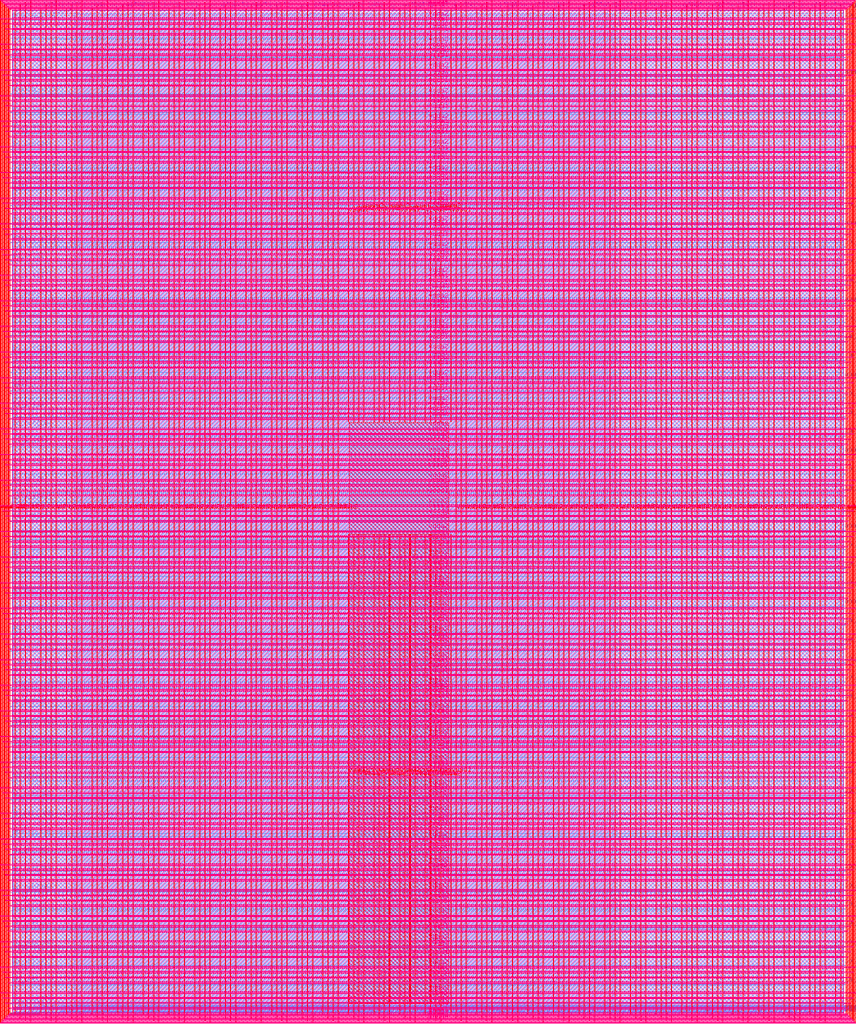
<source format=lef>
VERSION 5.7 ;
  NOWIREEXTENSIONATPIN ON ;
  DIVIDERCHAR "/" ;
  BUSBITCHARS "[]" ;
MACRO user_project_wrapper
  CLASS BLOCK ;
  FOREIGN user_project_wrapper ;
  ORIGIN 0.000 0.000 ;
  SIZE 2920.000 BY 3520.000 ;
  PIN analog_io[0]
    DIRECTION INOUT ;
    USE SIGNAL ;
    PORT
      LAYER met3 ;
        RECT 2917.600 1426.380 2924.800 1427.580 ;
    END
  END analog_io[0]
  PIN analog_io[10]
    DIRECTION INOUT ;
    USE SIGNAL ;
    PORT
      LAYER met2 ;
        RECT 2230.490 3517.600 2231.050 3524.800 ;
    END
  END analog_io[10]
  PIN analog_io[11]
    DIRECTION INOUT ;
    USE SIGNAL ;
    PORT
      LAYER met2 ;
        RECT 1905.730 3517.600 1906.290 3524.800 ;
    END
  END analog_io[11]
  PIN analog_io[12]
    DIRECTION INOUT ;
    USE SIGNAL ;
    PORT
      LAYER met2 ;
        RECT 1581.430 3517.600 1581.990 3524.800 ;
    END
  END analog_io[12]
  PIN analog_io[13]
    DIRECTION INOUT ;
    USE SIGNAL ;
    PORT
      LAYER met2 ;
        RECT 1257.130 3517.600 1257.690 3524.800 ;
    END
  END analog_io[13]
  PIN analog_io[14]
    DIRECTION INOUT ;
    USE SIGNAL ;
    PORT
      LAYER met2 ;
        RECT 932.370 3517.600 932.930 3524.800 ;
    END
  END analog_io[14]
  PIN analog_io[15]
    DIRECTION INOUT ;
    USE SIGNAL ;
    PORT
      LAYER met2 ;
        RECT 608.070 3517.600 608.630 3524.800 ;
    END
  END analog_io[15]
  PIN analog_io[16]
    DIRECTION INOUT ;
    USE SIGNAL ;
    PORT
      LAYER met2 ;
        RECT 283.770 3517.600 284.330 3524.800 ;
    END
  END analog_io[16]
  PIN analog_io[17]
    DIRECTION INOUT ;
    USE SIGNAL ;
    PORT
      LAYER met3 ;
        RECT -4.800 3486.100 2.400 3487.300 ;
    END
  END analog_io[17]
  PIN analog_io[18]
    DIRECTION INOUT ;
    USE SIGNAL ;
    PORT
      LAYER met3 ;
        RECT -4.800 3224.980 2.400 3226.180 ;
    END
  END analog_io[18]
  PIN analog_io[19]
    DIRECTION INOUT ;
    USE SIGNAL ;
    PORT
      LAYER met3 ;
        RECT -4.800 2964.540 2.400 2965.740 ;
    END
  END analog_io[19]
  PIN analog_io[1]
    DIRECTION INOUT ;
    USE SIGNAL ;
    PORT
      LAYER met3 ;
        RECT 2917.600 1692.260 2924.800 1693.460 ;
    END
  END analog_io[1]
  PIN analog_io[20]
    DIRECTION INOUT ;
    USE SIGNAL ;
    PORT
      LAYER met3 ;
        RECT -4.800 2703.420 2.400 2704.620 ;
    END
  END analog_io[20]
  PIN analog_io[21]
    DIRECTION INOUT ;
    USE SIGNAL ;
    PORT
      LAYER met3 ;
        RECT -4.800 2442.980 2.400 2444.180 ;
    END
  END analog_io[21]
  PIN analog_io[22]
    DIRECTION INOUT ;
    USE SIGNAL ;
    PORT
      LAYER met3 ;
        RECT -4.800 2182.540 2.400 2183.740 ;
    END
  END analog_io[22]
  PIN analog_io[23]
    DIRECTION INOUT ;
    USE SIGNAL ;
    PORT
      LAYER met3 ;
        RECT -4.800 1921.420 2.400 1922.620 ;
    END
  END analog_io[23]
  PIN analog_io[24]
    DIRECTION INOUT ;
    USE SIGNAL ;
    PORT
      LAYER met3 ;
        RECT -4.800 1660.980 2.400 1662.180 ;
    END
  END analog_io[24]
  PIN analog_io[25]
    DIRECTION INOUT ;
    USE SIGNAL ;
    PORT
      LAYER met3 ;
        RECT -4.800 1399.860 2.400 1401.060 ;
    END
  END analog_io[25]
  PIN analog_io[26]
    DIRECTION INOUT ;
    USE SIGNAL ;
    PORT
      LAYER met3 ;
        RECT -4.800 1139.420 2.400 1140.620 ;
    END
  END analog_io[26]
  PIN analog_io[27]
    DIRECTION INOUT ;
    USE SIGNAL ;
    PORT
      LAYER met3 ;
        RECT -4.800 878.980 2.400 880.180 ;
    END
  END analog_io[27]
  PIN analog_io[28]
    DIRECTION INOUT ;
    USE SIGNAL ;
    PORT
      LAYER met3 ;
        RECT -4.800 617.860 2.400 619.060 ;
    END
  END analog_io[28]
  PIN analog_io[2]
    DIRECTION INOUT ;
    USE SIGNAL ;
    PORT
      LAYER met3 ;
        RECT 2917.600 1958.140 2924.800 1959.340 ;
    END
  END analog_io[2]
  PIN analog_io[3]
    DIRECTION INOUT ;
    USE SIGNAL ;
    PORT
      LAYER met3 ;
        RECT 2917.600 2223.340 2924.800 2224.540 ;
    END
  END analog_io[3]
  PIN analog_io[4]
    DIRECTION INOUT ;
    USE SIGNAL ;
    PORT
      LAYER met3 ;
        RECT 2917.600 2489.220 2924.800 2490.420 ;
    END
  END analog_io[4]
  PIN analog_io[5]
    DIRECTION INOUT ;
    USE SIGNAL ;
    PORT
      LAYER met3 ;
        RECT 2917.600 2755.100 2924.800 2756.300 ;
    END
  END analog_io[5]
  PIN analog_io[6]
    DIRECTION INOUT ;
    USE SIGNAL ;
    PORT
      LAYER met3 ;
        RECT 2917.600 3020.300 2924.800 3021.500 ;
    END
  END analog_io[6]
  PIN analog_io[7]
    DIRECTION INOUT ;
    USE SIGNAL ;
    PORT
      LAYER met3 ;
        RECT 2917.600 3286.180 2924.800 3287.380 ;
    END
  END analog_io[7]
  PIN analog_io[8]
    DIRECTION INOUT ;
    USE SIGNAL ;
    PORT
      LAYER met2 ;
        RECT 2879.090 3517.600 2879.650 3524.800 ;
    END
  END analog_io[8]
  PIN analog_io[9]
    DIRECTION INOUT ;
    USE SIGNAL ;
    PORT
      LAYER met2 ;
        RECT 2554.790 3517.600 2555.350 3524.800 ;
    END
  END analog_io[9]
  PIN io_in[0]
    DIRECTION INPUT ;
    USE SIGNAL ;
    PORT
      LAYER met3 ;
        RECT 2917.600 32.380 2924.800 33.580 ;
    END
  END io_in[0]
  PIN io_in[10]
    DIRECTION INPUT ;
    USE SIGNAL ;
    PORT
      LAYER met3 ;
        RECT 2917.600 2289.980 2924.800 2291.180 ;
    END
  END io_in[10]
  PIN io_in[11]
    DIRECTION INPUT ;
    USE SIGNAL ;
    PORT
      LAYER met3 ;
        RECT 2917.600 2555.860 2924.800 2557.060 ;
    END
  END io_in[11]
  PIN io_in[12]
    DIRECTION INPUT ;
    USE SIGNAL ;
    PORT
      LAYER met3 ;
        RECT 2917.600 2821.060 2924.800 2822.260 ;
    END
  END io_in[12]
  PIN io_in[13]
    DIRECTION INPUT ;
    USE SIGNAL ;
    PORT
      LAYER met3 ;
        RECT 2917.600 3086.940 2924.800 3088.140 ;
    END
  END io_in[13]
  PIN io_in[14]
    DIRECTION INPUT ;
    USE SIGNAL ;
    PORT
      LAYER met3 ;
        RECT 2917.600 3352.820 2924.800 3354.020 ;
    END
  END io_in[14]
  PIN io_in[15]
    DIRECTION INPUT ;
    USE SIGNAL ;
    PORT
      LAYER met2 ;
        RECT 2798.130 3517.600 2798.690 3524.800 ;
    END
  END io_in[15]
  PIN io_in[16]
    DIRECTION INPUT ;
    USE SIGNAL ;
    PORT
      LAYER met2 ;
        RECT 2473.830 3517.600 2474.390 3524.800 ;
    END
  END io_in[16]
  PIN io_in[17]
    DIRECTION INPUT ;
    USE SIGNAL ;
    PORT
      LAYER met2 ;
        RECT 2149.070 3517.600 2149.630 3524.800 ;
    END
  END io_in[17]
  PIN io_in[18]
    DIRECTION INPUT ;
    USE SIGNAL ;
    PORT
      LAYER met2 ;
        RECT 1824.770 3517.600 1825.330 3524.800 ;
    END
  END io_in[18]
  PIN io_in[19]
    DIRECTION INPUT ;
    USE SIGNAL ;
    PORT
      LAYER met2 ;
        RECT 1500.470 3517.600 1501.030 3524.800 ;
    END
  END io_in[19]
  PIN io_in[1]
    DIRECTION INPUT ;
    USE SIGNAL ;
    PORT
      LAYER met3 ;
        RECT 2917.600 230.940 2924.800 232.140 ;
    END
  END io_in[1]
  PIN io_in[20]
    DIRECTION INPUT ;
    USE SIGNAL ;
    PORT
      LAYER met2 ;
        RECT 1175.710 3517.600 1176.270 3524.800 ;
    END
  END io_in[20]
  PIN io_in[21]
    DIRECTION INPUT ;
    USE SIGNAL ;
    PORT
      LAYER met2 ;
        RECT 851.410 3517.600 851.970 3524.800 ;
    END
  END io_in[21]
  PIN io_in[22]
    DIRECTION INPUT ;
    USE SIGNAL ;
    PORT
      LAYER met2 ;
        RECT 527.110 3517.600 527.670 3524.800 ;
    END
  END io_in[22]
  PIN io_in[23]
    DIRECTION INPUT ;
    USE SIGNAL ;
    PORT
      LAYER met2 ;
        RECT 202.350 3517.600 202.910 3524.800 ;
    END
  END io_in[23]
  PIN io_in[24]
    DIRECTION INPUT ;
    USE SIGNAL ;
    PORT
      LAYER met3 ;
        RECT -4.800 3420.820 2.400 3422.020 ;
    END
  END io_in[24]
  PIN io_in[25]
    DIRECTION INPUT ;
    USE SIGNAL ;
    PORT
      LAYER met3 ;
        RECT -4.800 3159.700 2.400 3160.900 ;
    END
  END io_in[25]
  PIN io_in[26]
    DIRECTION INPUT ;
    USE SIGNAL ;
    PORT
      LAYER met3 ;
        RECT -4.800 2899.260 2.400 2900.460 ;
    END
  END io_in[26]
  PIN io_in[27]
    DIRECTION INPUT ;
    USE SIGNAL ;
    PORT
      LAYER met3 ;
        RECT -4.800 2638.820 2.400 2640.020 ;
    END
  END io_in[27]
  PIN io_in[28]
    DIRECTION INPUT ;
    USE SIGNAL ;
    PORT
      LAYER met3 ;
        RECT -4.800 2377.700 2.400 2378.900 ;
    END
  END io_in[28]
  PIN io_in[29]
    DIRECTION INPUT ;
    USE SIGNAL ;
    PORT
      LAYER met3 ;
        RECT -4.800 2117.260 2.400 2118.460 ;
    END
  END io_in[29]
  PIN io_in[2]
    DIRECTION INPUT ;
    USE SIGNAL ;
    PORT
      LAYER met3 ;
        RECT 2917.600 430.180 2924.800 431.380 ;
    END
  END io_in[2]
  PIN io_in[30]
    DIRECTION INPUT ;
    USE SIGNAL ;
    PORT
      LAYER met3 ;
        RECT -4.800 1856.140 2.400 1857.340 ;
    END
  END io_in[30]
  PIN io_in[31]
    DIRECTION INPUT ;
    USE SIGNAL ;
    PORT
      LAYER met3 ;
        RECT -4.800 1595.700 2.400 1596.900 ;
    END
  END io_in[31]
  PIN io_in[32]
    DIRECTION INPUT ;
    USE SIGNAL ;
    PORT
      LAYER met3 ;
        RECT -4.800 1335.260 2.400 1336.460 ;
    END
  END io_in[32]
  PIN io_in[33]
    DIRECTION INPUT ;
    USE SIGNAL ;
    PORT
      LAYER met3 ;
        RECT -4.800 1074.140 2.400 1075.340 ;
    END
  END io_in[33]
  PIN io_in[34]
    DIRECTION INPUT ;
    USE SIGNAL ;
    PORT
      LAYER met3 ;
        RECT -4.800 813.700 2.400 814.900 ;
    END
  END io_in[34]
  PIN io_in[35]
    DIRECTION INPUT ;
    USE SIGNAL ;
    PORT
      LAYER met3 ;
        RECT -4.800 552.580 2.400 553.780 ;
    END
  END io_in[35]
  PIN io_in[36]
    DIRECTION INPUT ;
    USE SIGNAL ;
    PORT
      LAYER met3 ;
        RECT -4.800 357.420 2.400 358.620 ;
    END
  END io_in[36]
  PIN io_in[37]
    DIRECTION INPUT ;
    USE SIGNAL ;
    PORT
      LAYER met3 ;
        RECT -4.800 161.580 2.400 162.780 ;
    END
  END io_in[37]
  PIN io_in[3]
    DIRECTION INPUT ;
    USE SIGNAL ;
    PORT
      LAYER met3 ;
        RECT 2917.600 629.420 2924.800 630.620 ;
    END
  END io_in[3]
  PIN io_in[4]
    DIRECTION INPUT ;
    USE SIGNAL ;
    PORT
      LAYER met3 ;
        RECT 2917.600 828.660 2924.800 829.860 ;
    END
  END io_in[4]
  PIN io_in[5]
    DIRECTION INPUT ;
    USE SIGNAL ;
    PORT
      LAYER met3 ;
        RECT 2917.600 1027.900 2924.800 1029.100 ;
    END
  END io_in[5]
  PIN io_in[6]
    DIRECTION INPUT ;
    USE SIGNAL ;
    PORT
      LAYER met3 ;
        RECT 2917.600 1227.140 2924.800 1228.340 ;
    END
  END io_in[6]
  PIN io_in[7]
    DIRECTION INPUT ;
    USE SIGNAL ;
    PORT
      LAYER met3 ;
        RECT 2917.600 1493.020 2924.800 1494.220 ;
    END
  END io_in[7]
  PIN io_in[8]
    DIRECTION INPUT ;
    USE SIGNAL ;
    PORT
      LAYER met3 ;
        RECT 2917.600 1758.900 2924.800 1760.100 ;
    END
  END io_in[8]
  PIN io_in[9]
    DIRECTION INPUT ;
    USE SIGNAL ;
    PORT
      LAYER met3 ;
        RECT 2917.600 2024.100 2924.800 2025.300 ;
    END
  END io_in[9]
  PIN io_oeb[0]
    DIRECTION OUTPUT TRISTATE ;
    USE SIGNAL ;
    PORT
      LAYER met3 ;
        RECT 2917.600 164.980 2924.800 166.180 ;
    END
  END io_oeb[0]
  PIN io_oeb[10]
    DIRECTION OUTPUT TRISTATE ;
    USE SIGNAL ;
    PORT
      LAYER met3 ;
        RECT 2917.600 2422.580 2924.800 2423.780 ;
    END
  END io_oeb[10]
  PIN io_oeb[11]
    DIRECTION OUTPUT TRISTATE ;
    USE SIGNAL ;
    PORT
      LAYER met3 ;
        RECT 2917.600 2688.460 2924.800 2689.660 ;
    END
  END io_oeb[11]
  PIN io_oeb[12]
    DIRECTION OUTPUT TRISTATE ;
    USE SIGNAL ;
    PORT
      LAYER met3 ;
        RECT 2917.600 2954.340 2924.800 2955.540 ;
    END
  END io_oeb[12]
  PIN io_oeb[13]
    DIRECTION OUTPUT TRISTATE ;
    USE SIGNAL ;
    PORT
      LAYER met3 ;
        RECT 2917.600 3219.540 2924.800 3220.740 ;
    END
  END io_oeb[13]
  PIN io_oeb[14]
    DIRECTION OUTPUT TRISTATE ;
    USE SIGNAL ;
    PORT
      LAYER met3 ;
        RECT 2917.600 3485.420 2924.800 3486.620 ;
    END
  END io_oeb[14]
  PIN io_oeb[15]
    DIRECTION OUTPUT TRISTATE ;
    USE SIGNAL ;
    PORT
      LAYER met2 ;
        RECT 2635.750 3517.600 2636.310 3524.800 ;
    END
  END io_oeb[15]
  PIN io_oeb[16]
    DIRECTION OUTPUT TRISTATE ;
    USE SIGNAL ;
    PORT
      LAYER met2 ;
        RECT 2311.450 3517.600 2312.010 3524.800 ;
    END
  END io_oeb[16]
  PIN io_oeb[17]
    DIRECTION OUTPUT TRISTATE ;
    USE SIGNAL ;
    PORT
      LAYER met2 ;
        RECT 1987.150 3517.600 1987.710 3524.800 ;
    END
  END io_oeb[17]
  PIN io_oeb[18]
    DIRECTION OUTPUT TRISTATE ;
    USE SIGNAL ;
    PORT
      LAYER met2 ;
        RECT 1662.390 3517.600 1662.950 3524.800 ;
    END
  END io_oeb[18]
  PIN io_oeb[19]
    DIRECTION OUTPUT TRISTATE ;
    USE SIGNAL ;
    PORT
      LAYER met2 ;
        RECT 1338.090 3517.600 1338.650 3524.800 ;
    END
  END io_oeb[19]
  PIN io_oeb[1]
    DIRECTION OUTPUT TRISTATE ;
    USE SIGNAL ;
    PORT
      LAYER met3 ;
        RECT 2917.600 364.220 2924.800 365.420 ;
    END
  END io_oeb[1]
  PIN io_oeb[20]
    DIRECTION OUTPUT TRISTATE ;
    USE SIGNAL ;
    PORT
      LAYER met2 ;
        RECT 1013.790 3517.600 1014.350 3524.800 ;
    END
  END io_oeb[20]
  PIN io_oeb[21]
    DIRECTION OUTPUT TRISTATE ;
    USE SIGNAL ;
    PORT
      LAYER met2 ;
        RECT 689.030 3517.600 689.590 3524.800 ;
    END
  END io_oeb[21]
  PIN io_oeb[22]
    DIRECTION OUTPUT TRISTATE ;
    USE SIGNAL ;
    PORT
      LAYER met2 ;
        RECT 364.730 3517.600 365.290 3524.800 ;
    END
  END io_oeb[22]
  PIN io_oeb[23]
    DIRECTION OUTPUT TRISTATE ;
    USE SIGNAL ;
    PORT
      LAYER met2 ;
        RECT 40.430 3517.600 40.990 3524.800 ;
    END
  END io_oeb[23]
  PIN io_oeb[24]
    DIRECTION OUTPUT TRISTATE ;
    USE SIGNAL ;
    PORT
      LAYER met3 ;
        RECT -4.800 3290.260 2.400 3291.460 ;
    END
  END io_oeb[24]
  PIN io_oeb[25]
    DIRECTION OUTPUT TRISTATE ;
    USE SIGNAL ;
    PORT
      LAYER met3 ;
        RECT -4.800 3029.820 2.400 3031.020 ;
    END
  END io_oeb[25]
  PIN io_oeb[26]
    DIRECTION OUTPUT TRISTATE ;
    USE SIGNAL ;
    PORT
      LAYER met3 ;
        RECT -4.800 2768.700 2.400 2769.900 ;
    END
  END io_oeb[26]
  PIN io_oeb[27]
    DIRECTION OUTPUT TRISTATE ;
    USE SIGNAL ;
    PORT
      LAYER met3 ;
        RECT -4.800 2508.260 2.400 2509.460 ;
    END
  END io_oeb[27]
  PIN io_oeb[28]
    DIRECTION OUTPUT TRISTATE ;
    USE SIGNAL ;
    PORT
      LAYER met3 ;
        RECT -4.800 2247.140 2.400 2248.340 ;
    END
  END io_oeb[28]
  PIN io_oeb[29]
    DIRECTION OUTPUT TRISTATE ;
    USE SIGNAL ;
    PORT
      LAYER met3 ;
        RECT -4.800 1986.700 2.400 1987.900 ;
    END
  END io_oeb[29]
  PIN io_oeb[2]
    DIRECTION OUTPUT TRISTATE ;
    USE SIGNAL ;
    PORT
      LAYER met3 ;
        RECT 2917.600 563.460 2924.800 564.660 ;
    END
  END io_oeb[2]
  PIN io_oeb[30]
    DIRECTION OUTPUT TRISTATE ;
    USE SIGNAL ;
    PORT
      LAYER met3 ;
        RECT -4.800 1726.260 2.400 1727.460 ;
    END
  END io_oeb[30]
  PIN io_oeb[31]
    DIRECTION OUTPUT TRISTATE ;
    USE SIGNAL ;
    PORT
      LAYER met3 ;
        RECT -4.800 1465.140 2.400 1466.340 ;
    END
  END io_oeb[31]
  PIN io_oeb[32]
    DIRECTION OUTPUT TRISTATE ;
    USE SIGNAL ;
    PORT
      LAYER met3 ;
        RECT -4.800 1204.700 2.400 1205.900 ;
    END
  END io_oeb[32]
  PIN io_oeb[33]
    DIRECTION OUTPUT TRISTATE ;
    USE SIGNAL ;
    PORT
      LAYER met3 ;
        RECT -4.800 943.580 2.400 944.780 ;
    END
  END io_oeb[33]
  PIN io_oeb[34]
    DIRECTION OUTPUT TRISTATE ;
    USE SIGNAL ;
    PORT
      LAYER met3 ;
        RECT -4.800 683.140 2.400 684.340 ;
    END
  END io_oeb[34]
  PIN io_oeb[35]
    DIRECTION OUTPUT TRISTATE ;
    USE SIGNAL ;
    PORT
      LAYER met3 ;
        RECT -4.800 422.700 2.400 423.900 ;
    END
  END io_oeb[35]
  PIN io_oeb[36]
    DIRECTION OUTPUT TRISTATE ;
    USE SIGNAL ;
    PORT
      LAYER met3 ;
        RECT -4.800 226.860 2.400 228.060 ;
    END
  END io_oeb[36]
  PIN io_oeb[37]
    DIRECTION OUTPUT TRISTATE ;
    USE SIGNAL ;
    PORT
      LAYER met3 ;
        RECT -4.800 31.700 2.400 32.900 ;
    END
  END io_oeb[37]
  PIN io_oeb[3]
    DIRECTION OUTPUT TRISTATE ;
    USE SIGNAL ;
    PORT
      LAYER met3 ;
        RECT 2917.600 762.700 2924.800 763.900 ;
    END
  END io_oeb[3]
  PIN io_oeb[4]
    DIRECTION OUTPUT TRISTATE ;
    USE SIGNAL ;
    PORT
      LAYER met3 ;
        RECT 2917.600 961.940 2924.800 963.140 ;
    END
  END io_oeb[4]
  PIN io_oeb[5]
    DIRECTION OUTPUT TRISTATE ;
    USE SIGNAL ;
    PORT
      LAYER met3 ;
        RECT 2917.600 1161.180 2924.800 1162.380 ;
    END
  END io_oeb[5]
  PIN io_oeb[6]
    DIRECTION OUTPUT TRISTATE ;
    USE SIGNAL ;
    PORT
      LAYER met3 ;
        RECT 2917.600 1360.420 2924.800 1361.620 ;
    END
  END io_oeb[6]
  PIN io_oeb[7]
    DIRECTION OUTPUT TRISTATE ;
    USE SIGNAL ;
    PORT
      LAYER met3 ;
        RECT 2917.600 1625.620 2924.800 1626.820 ;
    END
  END io_oeb[7]
  PIN io_oeb[8]
    DIRECTION OUTPUT TRISTATE ;
    USE SIGNAL ;
    PORT
      LAYER met3 ;
        RECT 2917.600 1891.500 2924.800 1892.700 ;
    END
  END io_oeb[8]
  PIN io_oeb[9]
    DIRECTION OUTPUT TRISTATE ;
    USE SIGNAL ;
    PORT
      LAYER met3 ;
        RECT 2917.600 2157.380 2924.800 2158.580 ;
    END
  END io_oeb[9]
  PIN io_out[0]
    DIRECTION OUTPUT TRISTATE ;
    USE SIGNAL ;
    PORT
      LAYER met3 ;
        RECT 2917.600 98.340 2924.800 99.540 ;
    END
  END io_out[0]
  PIN io_out[10]
    DIRECTION OUTPUT TRISTATE ;
    USE SIGNAL ;
    PORT
      LAYER met3 ;
        RECT 2917.600 2356.620 2924.800 2357.820 ;
    END
  END io_out[10]
  PIN io_out[11]
    DIRECTION OUTPUT TRISTATE ;
    USE SIGNAL ;
    PORT
      LAYER met3 ;
        RECT 2917.600 2621.820 2924.800 2623.020 ;
    END
  END io_out[11]
  PIN io_out[12]
    DIRECTION OUTPUT TRISTATE ;
    USE SIGNAL ;
    PORT
      LAYER met3 ;
        RECT 2917.600 2887.700 2924.800 2888.900 ;
    END
  END io_out[12]
  PIN io_out[13]
    DIRECTION OUTPUT TRISTATE ;
    USE SIGNAL ;
    PORT
      LAYER met3 ;
        RECT 2917.600 3153.580 2924.800 3154.780 ;
    END
  END io_out[13]
  PIN io_out[14]
    DIRECTION OUTPUT TRISTATE ;
    USE SIGNAL ;
    PORT
      LAYER met3 ;
        RECT 2917.600 3418.780 2924.800 3419.980 ;
    END
  END io_out[14]
  PIN io_out[15]
    DIRECTION OUTPUT TRISTATE ;
    USE SIGNAL ;
    PORT
      LAYER met2 ;
        RECT 2717.170 3517.600 2717.730 3524.800 ;
    END
  END io_out[15]
  PIN io_out[16]
    DIRECTION OUTPUT TRISTATE ;
    USE SIGNAL ;
    PORT
      LAYER met2 ;
        RECT 2392.410 3517.600 2392.970 3524.800 ;
    END
  END io_out[16]
  PIN io_out[17]
    DIRECTION OUTPUT TRISTATE ;
    USE SIGNAL ;
    PORT
      LAYER met2 ;
        RECT 2068.110 3517.600 2068.670 3524.800 ;
    END
  END io_out[17]
  PIN io_out[18]
    DIRECTION OUTPUT TRISTATE ;
    USE SIGNAL ;
    PORT
      LAYER met2 ;
        RECT 1743.810 3517.600 1744.370 3524.800 ;
    END
  END io_out[18]
  PIN io_out[19]
    DIRECTION OUTPUT TRISTATE ;
    USE SIGNAL ;
    PORT
      LAYER met2 ;
        RECT 1419.050 3517.600 1419.610 3524.800 ;
    END
  END io_out[19]
  PIN io_out[1]
    DIRECTION OUTPUT TRISTATE ;
    USE SIGNAL ;
    PORT
      LAYER met3 ;
        RECT 2917.600 297.580 2924.800 298.780 ;
    END
  END io_out[1]
  PIN io_out[20]
    DIRECTION OUTPUT TRISTATE ;
    USE SIGNAL ;
    PORT
      LAYER met2 ;
        RECT 1094.750 3517.600 1095.310 3524.800 ;
    END
  END io_out[20]
  PIN io_out[21]
    DIRECTION OUTPUT TRISTATE ;
    USE SIGNAL ;
    PORT
      LAYER met2 ;
        RECT 770.450 3517.600 771.010 3524.800 ;
    END
  END io_out[21]
  PIN io_out[22]
    DIRECTION OUTPUT TRISTATE ;
    USE SIGNAL ;
    PORT
      LAYER met2 ;
        RECT 445.690 3517.600 446.250 3524.800 ;
    END
  END io_out[22]
  PIN io_out[23]
    DIRECTION OUTPUT TRISTATE ;
    USE SIGNAL ;
    PORT
      LAYER met2 ;
        RECT 121.390 3517.600 121.950 3524.800 ;
    END
  END io_out[23]
  PIN io_out[24]
    DIRECTION OUTPUT TRISTATE ;
    USE SIGNAL ;
    PORT
      LAYER met3 ;
        RECT -4.800 3355.540 2.400 3356.740 ;
    END
  END io_out[24]
  PIN io_out[25]
    DIRECTION OUTPUT TRISTATE ;
    USE SIGNAL ;
    PORT
      LAYER met3 ;
        RECT -4.800 3095.100 2.400 3096.300 ;
    END
  END io_out[25]
  PIN io_out[26]
    DIRECTION OUTPUT TRISTATE ;
    USE SIGNAL ;
    PORT
      LAYER met3 ;
        RECT -4.800 2833.980 2.400 2835.180 ;
    END
  END io_out[26]
  PIN io_out[27]
    DIRECTION OUTPUT TRISTATE ;
    USE SIGNAL ;
    PORT
      LAYER met3 ;
        RECT -4.800 2573.540 2.400 2574.740 ;
    END
  END io_out[27]
  PIN io_out[28]
    DIRECTION OUTPUT TRISTATE ;
    USE SIGNAL ;
    PORT
      LAYER met3 ;
        RECT -4.800 2312.420 2.400 2313.620 ;
    END
  END io_out[28]
  PIN io_out[29]
    DIRECTION OUTPUT TRISTATE ;
    USE SIGNAL ;
    PORT
      LAYER met3 ;
        RECT -4.800 2051.980 2.400 2053.180 ;
    END
  END io_out[29]
  PIN io_out[2]
    DIRECTION OUTPUT TRISTATE ;
    USE SIGNAL ;
    PORT
      LAYER met3 ;
        RECT 2917.600 496.820 2924.800 498.020 ;
    END
  END io_out[2]
  PIN io_out[30]
    DIRECTION OUTPUT TRISTATE ;
    USE SIGNAL ;
    PORT
      LAYER met3 ;
        RECT -4.800 1791.540 2.400 1792.740 ;
    END
  END io_out[30]
  PIN io_out[31]
    DIRECTION OUTPUT TRISTATE ;
    USE SIGNAL ;
    PORT
      LAYER met3 ;
        RECT -4.800 1530.420 2.400 1531.620 ;
    END
  END io_out[31]
  PIN io_out[32]
    DIRECTION OUTPUT TRISTATE ;
    USE SIGNAL ;
    PORT
      LAYER met3 ;
        RECT -4.800 1269.980 2.400 1271.180 ;
    END
  END io_out[32]
  PIN io_out[33]
    DIRECTION OUTPUT TRISTATE ;
    USE SIGNAL ;
    PORT
      LAYER met3 ;
        RECT -4.800 1008.860 2.400 1010.060 ;
    END
  END io_out[33]
  PIN io_out[34]
    DIRECTION OUTPUT TRISTATE ;
    USE SIGNAL ;
    PORT
      LAYER met3 ;
        RECT -4.800 748.420 2.400 749.620 ;
    END
  END io_out[34]
  PIN io_out[35]
    DIRECTION OUTPUT TRISTATE ;
    USE SIGNAL ;
    PORT
      LAYER met3 ;
        RECT -4.800 487.300 2.400 488.500 ;
    END
  END io_out[35]
  PIN io_out[36]
    DIRECTION OUTPUT TRISTATE ;
    USE SIGNAL ;
    PORT
      LAYER met3 ;
        RECT -4.800 292.140 2.400 293.340 ;
    END
  END io_out[36]
  PIN io_out[37]
    DIRECTION OUTPUT TRISTATE ;
    USE SIGNAL ;
    PORT
      LAYER met3 ;
        RECT -4.800 96.300 2.400 97.500 ;
    END
  END io_out[37]
  PIN io_out[3]
    DIRECTION OUTPUT TRISTATE ;
    USE SIGNAL ;
    PORT
      LAYER met3 ;
        RECT 2917.600 696.060 2924.800 697.260 ;
    END
  END io_out[3]
  PIN io_out[4]
    DIRECTION OUTPUT TRISTATE ;
    USE SIGNAL ;
    PORT
      LAYER met3 ;
        RECT 2917.600 895.300 2924.800 896.500 ;
    END
  END io_out[4]
  PIN io_out[5]
    DIRECTION OUTPUT TRISTATE ;
    USE SIGNAL ;
    PORT
      LAYER met3 ;
        RECT 2917.600 1094.540 2924.800 1095.740 ;
    END
  END io_out[5]
  PIN io_out[6]
    DIRECTION OUTPUT TRISTATE ;
    USE SIGNAL ;
    PORT
      LAYER met3 ;
        RECT 2917.600 1293.780 2924.800 1294.980 ;
    END
  END io_out[6]
  PIN io_out[7]
    DIRECTION OUTPUT TRISTATE ;
    USE SIGNAL ;
    PORT
      LAYER met3 ;
        RECT 2917.600 1559.660 2924.800 1560.860 ;
    END
  END io_out[7]
  PIN io_out[8]
    DIRECTION OUTPUT TRISTATE ;
    USE SIGNAL ;
    PORT
      LAYER met3 ;
        RECT 2917.600 1824.860 2924.800 1826.060 ;
    END
  END io_out[8]
  PIN io_out[9]
    DIRECTION OUTPUT TRISTATE ;
    USE SIGNAL ;
    PORT
      LAYER met3 ;
        RECT 2917.600 2090.740 2924.800 2091.940 ;
    END
  END io_out[9]
  PIN la_data_in[0]
    DIRECTION INPUT ;
    USE SIGNAL ;
    PORT
      LAYER met2 ;
        RECT 629.230 -4.800 629.790 2.400 ;
    END
  END la_data_in[0]
  PIN la_data_in[100]
    DIRECTION INPUT ;
    USE SIGNAL ;
    PORT
      LAYER met2 ;
        RECT 2402.530 -4.800 2403.090 2.400 ;
    END
  END la_data_in[100]
  PIN la_data_in[101]
    DIRECTION INPUT ;
    USE SIGNAL ;
    PORT
      LAYER met2 ;
        RECT 2420.010 -4.800 2420.570 2.400 ;
    END
  END la_data_in[101]
  PIN la_data_in[102]
    DIRECTION INPUT ;
    USE SIGNAL ;
    PORT
      LAYER met2 ;
        RECT 2437.950 -4.800 2438.510 2.400 ;
    END
  END la_data_in[102]
  PIN la_data_in[103]
    DIRECTION INPUT ;
    USE SIGNAL ;
    PORT
      LAYER met2 ;
        RECT 2455.430 -4.800 2455.990 2.400 ;
    END
  END la_data_in[103]
  PIN la_data_in[104]
    DIRECTION INPUT ;
    USE SIGNAL ;
    PORT
      LAYER met2 ;
        RECT 2473.370 -4.800 2473.930 2.400 ;
    END
  END la_data_in[104]
  PIN la_data_in[105]
    DIRECTION INPUT ;
    USE SIGNAL ;
    PORT
      LAYER met2 ;
        RECT 2490.850 -4.800 2491.410 2.400 ;
    END
  END la_data_in[105]
  PIN la_data_in[106]
    DIRECTION INPUT ;
    USE SIGNAL ;
    PORT
      LAYER met2 ;
        RECT 2508.790 -4.800 2509.350 2.400 ;
    END
  END la_data_in[106]
  PIN la_data_in[107]
    DIRECTION INPUT ;
    USE SIGNAL ;
    PORT
      LAYER met2 ;
        RECT 2526.730 -4.800 2527.290 2.400 ;
    END
  END la_data_in[107]
  PIN la_data_in[108]
    DIRECTION INPUT ;
    USE SIGNAL ;
    PORT
      LAYER met2 ;
        RECT 2544.210 -4.800 2544.770 2.400 ;
    END
  END la_data_in[108]
  PIN la_data_in[109]
    DIRECTION INPUT ;
    USE SIGNAL ;
    PORT
      LAYER met2 ;
        RECT 2562.150 -4.800 2562.710 2.400 ;
    END
  END la_data_in[109]
  PIN la_data_in[10]
    DIRECTION INPUT ;
    USE SIGNAL ;
    PORT
      LAYER met2 ;
        RECT 806.330 -4.800 806.890 2.400 ;
    END
  END la_data_in[10]
  PIN la_data_in[110]
    DIRECTION INPUT ;
    USE SIGNAL ;
    PORT
      LAYER met2 ;
        RECT 2579.630 -4.800 2580.190 2.400 ;
    END
  END la_data_in[110]
  PIN la_data_in[111]
    DIRECTION INPUT ;
    USE SIGNAL ;
    PORT
      LAYER met2 ;
        RECT 2597.570 -4.800 2598.130 2.400 ;
    END
  END la_data_in[111]
  PIN la_data_in[112]
    DIRECTION INPUT ;
    USE SIGNAL ;
    PORT
      LAYER met2 ;
        RECT 2615.050 -4.800 2615.610 2.400 ;
    END
  END la_data_in[112]
  PIN la_data_in[113]
    DIRECTION INPUT ;
    USE SIGNAL ;
    PORT
      LAYER met2 ;
        RECT 2632.990 -4.800 2633.550 2.400 ;
    END
  END la_data_in[113]
  PIN la_data_in[114]
    DIRECTION INPUT ;
    USE SIGNAL ;
    PORT
      LAYER met2 ;
        RECT 2650.470 -4.800 2651.030 2.400 ;
    END
  END la_data_in[114]
  PIN la_data_in[115]
    DIRECTION INPUT ;
    USE SIGNAL ;
    PORT
      LAYER met2 ;
        RECT 2668.410 -4.800 2668.970 2.400 ;
    END
  END la_data_in[115]
  PIN la_data_in[116]
    DIRECTION INPUT ;
    USE SIGNAL ;
    PORT
      LAYER met2 ;
        RECT 2685.890 -4.800 2686.450 2.400 ;
    END
  END la_data_in[116]
  PIN la_data_in[117]
    DIRECTION INPUT ;
    USE SIGNAL ;
    PORT
      LAYER met2 ;
        RECT 2703.830 -4.800 2704.390 2.400 ;
    END
  END la_data_in[117]
  PIN la_data_in[118]
    DIRECTION INPUT ;
    USE SIGNAL ;
    PORT
      LAYER met2 ;
        RECT 2721.770 -4.800 2722.330 2.400 ;
    END
  END la_data_in[118]
  PIN la_data_in[119]
    DIRECTION INPUT ;
    USE SIGNAL ;
    PORT
      LAYER met2 ;
        RECT 2739.250 -4.800 2739.810 2.400 ;
    END
  END la_data_in[119]
  PIN la_data_in[11]
    DIRECTION INPUT ;
    USE SIGNAL ;
    PORT
      LAYER met2 ;
        RECT 824.270 -4.800 824.830 2.400 ;
    END
  END la_data_in[11]
  PIN la_data_in[120]
    DIRECTION INPUT ;
    USE SIGNAL ;
    PORT
      LAYER met2 ;
        RECT 2757.190 -4.800 2757.750 2.400 ;
    END
  END la_data_in[120]
  PIN la_data_in[121]
    DIRECTION INPUT ;
    USE SIGNAL ;
    PORT
      LAYER met2 ;
        RECT 2774.670 -4.800 2775.230 2.400 ;
    END
  END la_data_in[121]
  PIN la_data_in[122]
    DIRECTION INPUT ;
    USE SIGNAL ;
    PORT
      LAYER met2 ;
        RECT 2792.610 -4.800 2793.170 2.400 ;
    END
  END la_data_in[122]
  PIN la_data_in[123]
    DIRECTION INPUT ;
    USE SIGNAL ;
    PORT
      LAYER met2 ;
        RECT 2810.090 -4.800 2810.650 2.400 ;
    END
  END la_data_in[123]
  PIN la_data_in[124]
    DIRECTION INPUT ;
    USE SIGNAL ;
    PORT
      LAYER met2 ;
        RECT 2828.030 -4.800 2828.590 2.400 ;
    END
  END la_data_in[124]
  PIN la_data_in[125]
    DIRECTION INPUT ;
    USE SIGNAL ;
    PORT
      LAYER met2 ;
        RECT 2845.510 -4.800 2846.070 2.400 ;
    END
  END la_data_in[125]
  PIN la_data_in[126]
    DIRECTION INPUT ;
    USE SIGNAL ;
    PORT
      LAYER met2 ;
        RECT 2863.450 -4.800 2864.010 2.400 ;
    END
  END la_data_in[126]
  PIN la_data_in[127]
    DIRECTION INPUT ;
    USE SIGNAL ;
    PORT
      LAYER met2 ;
        RECT 2881.390 -4.800 2881.950 2.400 ;
    END
  END la_data_in[127]
  PIN la_data_in[12]
    DIRECTION INPUT ;
    USE SIGNAL ;
    PORT
      LAYER met2 ;
        RECT 841.750 -4.800 842.310 2.400 ;
    END
  END la_data_in[12]
  PIN la_data_in[13]
    DIRECTION INPUT ;
    USE SIGNAL ;
    PORT
      LAYER met2 ;
        RECT 859.690 -4.800 860.250 2.400 ;
    END
  END la_data_in[13]
  PIN la_data_in[14]
    DIRECTION INPUT ;
    USE SIGNAL ;
    PORT
      LAYER met2 ;
        RECT 877.170 -4.800 877.730 2.400 ;
    END
  END la_data_in[14]
  PIN la_data_in[15]
    DIRECTION INPUT ;
    USE SIGNAL ;
    PORT
      LAYER met2 ;
        RECT 895.110 -4.800 895.670 2.400 ;
    END
  END la_data_in[15]
  PIN la_data_in[16]
    DIRECTION INPUT ;
    USE SIGNAL ;
    PORT
      LAYER met2 ;
        RECT 912.590 -4.800 913.150 2.400 ;
    END
  END la_data_in[16]
  PIN la_data_in[17]
    DIRECTION INPUT ;
    USE SIGNAL ;
    PORT
      LAYER met2 ;
        RECT 930.530 -4.800 931.090 2.400 ;
    END
  END la_data_in[17]
  PIN la_data_in[18]
    DIRECTION INPUT ;
    USE SIGNAL ;
    PORT
      LAYER met2 ;
        RECT 948.470 -4.800 949.030 2.400 ;
    END
  END la_data_in[18]
  PIN la_data_in[19]
    DIRECTION INPUT ;
    USE SIGNAL ;
    PORT
      LAYER met2 ;
        RECT 965.950 -4.800 966.510 2.400 ;
    END
  END la_data_in[19]
  PIN la_data_in[1]
    DIRECTION INPUT ;
    USE SIGNAL ;
    PORT
      LAYER met2 ;
        RECT 646.710 -4.800 647.270 2.400 ;
    END
  END la_data_in[1]
  PIN la_data_in[20]
    DIRECTION INPUT ;
    USE SIGNAL ;
    PORT
      LAYER met2 ;
        RECT 983.890 -4.800 984.450 2.400 ;
    END
  END la_data_in[20]
  PIN la_data_in[21]
    DIRECTION INPUT ;
    USE SIGNAL ;
    PORT
      LAYER met2 ;
        RECT 1001.370 -4.800 1001.930 2.400 ;
    END
  END la_data_in[21]
  PIN la_data_in[22]
    DIRECTION INPUT ;
    USE SIGNAL ;
    PORT
      LAYER met2 ;
        RECT 1019.310 -4.800 1019.870 2.400 ;
    END
  END la_data_in[22]
  PIN la_data_in[23]
    DIRECTION INPUT ;
    USE SIGNAL ;
    PORT
      LAYER met2 ;
        RECT 1036.790 -4.800 1037.350 2.400 ;
    END
  END la_data_in[23]
  PIN la_data_in[24]
    DIRECTION INPUT ;
    USE SIGNAL ;
    PORT
      LAYER met2 ;
        RECT 1054.730 -4.800 1055.290 2.400 ;
    END
  END la_data_in[24]
  PIN la_data_in[25]
    DIRECTION INPUT ;
    USE SIGNAL ;
    PORT
      LAYER met2 ;
        RECT 1072.210 -4.800 1072.770 2.400 ;
    END
  END la_data_in[25]
  PIN la_data_in[26]
    DIRECTION INPUT ;
    USE SIGNAL ;
    PORT
      LAYER met2 ;
        RECT 1090.150 -4.800 1090.710 2.400 ;
    END
  END la_data_in[26]
  PIN la_data_in[27]
    DIRECTION INPUT ;
    USE SIGNAL ;
    PORT
      LAYER met2 ;
        RECT 1107.630 -4.800 1108.190 2.400 ;
    END
  END la_data_in[27]
  PIN la_data_in[28]
    DIRECTION INPUT ;
    USE SIGNAL ;
    PORT
      LAYER met2 ;
        RECT 1125.570 -4.800 1126.130 2.400 ;
    END
  END la_data_in[28]
  PIN la_data_in[29]
    DIRECTION INPUT ;
    USE SIGNAL ;
    PORT
      LAYER met2 ;
        RECT 1143.510 -4.800 1144.070 2.400 ;
    END
  END la_data_in[29]
  PIN la_data_in[2]
    DIRECTION INPUT ;
    USE SIGNAL ;
    PORT
      LAYER met2 ;
        RECT 664.650 -4.800 665.210 2.400 ;
    END
  END la_data_in[2]
  PIN la_data_in[30]
    DIRECTION INPUT ;
    USE SIGNAL ;
    PORT
      LAYER met2 ;
        RECT 1160.990 -4.800 1161.550 2.400 ;
    END
  END la_data_in[30]
  PIN la_data_in[31]
    DIRECTION INPUT ;
    USE SIGNAL ;
    PORT
      LAYER met2 ;
        RECT 1178.930 -4.800 1179.490 2.400 ;
    END
  END la_data_in[31]
  PIN la_data_in[32]
    DIRECTION INPUT ;
    USE SIGNAL ;
    PORT
      LAYER met2 ;
        RECT 1196.410 -4.800 1196.970 2.400 ;
    END
  END la_data_in[32]
  PIN la_data_in[33]
    DIRECTION INPUT ;
    USE SIGNAL ;
    PORT
      LAYER met2 ;
        RECT 1214.350 -4.800 1214.910 2.400 ;
    END
  END la_data_in[33]
  PIN la_data_in[34]
    DIRECTION INPUT ;
    USE SIGNAL ;
    PORT
      LAYER met2 ;
        RECT 1231.830 -4.800 1232.390 2.400 ;
    END
  END la_data_in[34]
  PIN la_data_in[35]
    DIRECTION INPUT ;
    USE SIGNAL ;
    PORT
      LAYER met2 ;
        RECT 1249.770 -4.800 1250.330 2.400 ;
    END
  END la_data_in[35]
  PIN la_data_in[36]
    DIRECTION INPUT ;
    USE SIGNAL ;
    PORT
      LAYER met2 ;
        RECT 1267.250 -4.800 1267.810 2.400 ;
    END
  END la_data_in[36]
  PIN la_data_in[37]
    DIRECTION INPUT ;
    USE SIGNAL ;
    PORT
      LAYER met2 ;
        RECT 1285.190 -4.800 1285.750 2.400 ;
    END
  END la_data_in[37]
  PIN la_data_in[38]
    DIRECTION INPUT ;
    USE SIGNAL ;
    PORT
      LAYER met2 ;
        RECT 1303.130 -4.800 1303.690 2.400 ;
    END
  END la_data_in[38]
  PIN la_data_in[39]
    DIRECTION INPUT ;
    USE SIGNAL ;
    PORT
      LAYER met2 ;
        RECT 1320.610 -4.800 1321.170 2.400 ;
    END
  END la_data_in[39]
  PIN la_data_in[3]
    DIRECTION INPUT ;
    USE SIGNAL ;
    PORT
      LAYER met2 ;
        RECT 682.130 -4.800 682.690 2.400 ;
    END
  END la_data_in[3]
  PIN la_data_in[40]
    DIRECTION INPUT ;
    USE SIGNAL ;
    PORT
      LAYER met2 ;
        RECT 1338.550 -4.800 1339.110 2.400 ;
    END
  END la_data_in[40]
  PIN la_data_in[41]
    DIRECTION INPUT ;
    USE SIGNAL ;
    PORT
      LAYER met2 ;
        RECT 1356.030 -4.800 1356.590 2.400 ;
    END
  END la_data_in[41]
  PIN la_data_in[42]
    DIRECTION INPUT ;
    USE SIGNAL ;
    PORT
      LAYER met2 ;
        RECT 1373.970 -4.800 1374.530 2.400 ;
    END
  END la_data_in[42]
  PIN la_data_in[43]
    DIRECTION INPUT ;
    USE SIGNAL ;
    PORT
      LAYER met2 ;
        RECT 1391.450 -4.800 1392.010 2.400 ;
    END
  END la_data_in[43]
  PIN la_data_in[44]
    DIRECTION INPUT ;
    USE SIGNAL ;
    PORT
      LAYER met2 ;
        RECT 1409.390 -4.800 1409.950 2.400 ;
    END
  END la_data_in[44]
  PIN la_data_in[45]
    DIRECTION INPUT ;
    USE SIGNAL ;
    PORT
      LAYER met2 ;
        RECT 1426.870 -4.800 1427.430 2.400 ;
    END
  END la_data_in[45]
  PIN la_data_in[46]
    DIRECTION INPUT ;
    USE SIGNAL ;
    PORT
      LAYER met2 ;
        RECT 1444.810 -4.800 1445.370 2.400 ;
    END
  END la_data_in[46]
  PIN la_data_in[47]
    DIRECTION INPUT ;
    USE SIGNAL ;
    PORT
      LAYER met2 ;
        RECT 1462.750 -4.800 1463.310 2.400 ;
    END
  END la_data_in[47]
  PIN la_data_in[48]
    DIRECTION INPUT ;
    USE SIGNAL ;
    PORT
      LAYER met2 ;
        RECT 1480.230 -4.800 1480.790 2.400 ;
    END
  END la_data_in[48]
  PIN la_data_in[49]
    DIRECTION INPUT ;
    USE SIGNAL ;
    PORT
      LAYER met2 ;
        RECT 1498.170 -4.800 1498.730 2.400 ;
    END
  END la_data_in[49]
  PIN la_data_in[4]
    DIRECTION INPUT ;
    USE SIGNAL ;
    PORT
      LAYER met2 ;
        RECT 700.070 -4.800 700.630 2.400 ;
    END
  END la_data_in[4]
  PIN la_data_in[50]
    DIRECTION INPUT ;
    USE SIGNAL ;
    PORT
      LAYER met2 ;
        RECT 1515.650 -4.800 1516.210 2.400 ;
    END
  END la_data_in[50]
  PIN la_data_in[51]
    DIRECTION INPUT ;
    USE SIGNAL ;
    PORT
      LAYER met2 ;
        RECT 1533.590 -4.800 1534.150 2.400 ;
    END
  END la_data_in[51]
  PIN la_data_in[52]
    DIRECTION INPUT ;
    USE SIGNAL ;
    PORT
      LAYER met2 ;
        RECT 1551.070 -4.800 1551.630 2.400 ;
    END
  END la_data_in[52]
  PIN la_data_in[53]
    DIRECTION INPUT ;
    USE SIGNAL ;
    PORT
      LAYER met2 ;
        RECT 1569.010 -4.800 1569.570 2.400 ;
    END
  END la_data_in[53]
  PIN la_data_in[54]
    DIRECTION INPUT ;
    USE SIGNAL ;
    PORT
      LAYER met2 ;
        RECT 1586.490 -4.800 1587.050 2.400 ;
    END
  END la_data_in[54]
  PIN la_data_in[55]
    DIRECTION INPUT ;
    USE SIGNAL ;
    PORT
      LAYER met2 ;
        RECT 1604.430 -4.800 1604.990 2.400 ;
    END
  END la_data_in[55]
  PIN la_data_in[56]
    DIRECTION INPUT ;
    USE SIGNAL ;
    PORT
      LAYER met2 ;
        RECT 1621.910 -4.800 1622.470 2.400 ;
    END
  END la_data_in[56]
  PIN la_data_in[57]
    DIRECTION INPUT ;
    USE SIGNAL ;
    PORT
      LAYER met2 ;
        RECT 1639.850 -4.800 1640.410 2.400 ;
    END
  END la_data_in[57]
  PIN la_data_in[58]
    DIRECTION INPUT ;
    USE SIGNAL ;
    PORT
      LAYER met2 ;
        RECT 1657.790 -4.800 1658.350 2.400 ;
    END
  END la_data_in[58]
  PIN la_data_in[59]
    DIRECTION INPUT ;
    USE SIGNAL ;
    PORT
      LAYER met2 ;
        RECT 1675.270 -4.800 1675.830 2.400 ;
    END
  END la_data_in[59]
  PIN la_data_in[5]
    DIRECTION INPUT ;
    USE SIGNAL ;
    PORT
      LAYER met2 ;
        RECT 717.550 -4.800 718.110 2.400 ;
    END
  END la_data_in[5]
  PIN la_data_in[60]
    DIRECTION INPUT ;
    USE SIGNAL ;
    PORT
      LAYER met2 ;
        RECT 1693.210 -4.800 1693.770 2.400 ;
    END
  END la_data_in[60]
  PIN la_data_in[61]
    DIRECTION INPUT ;
    USE SIGNAL ;
    PORT
      LAYER met2 ;
        RECT 1710.690 -4.800 1711.250 2.400 ;
    END
  END la_data_in[61]
  PIN la_data_in[62]
    DIRECTION INPUT ;
    USE SIGNAL ;
    PORT
      LAYER met2 ;
        RECT 1728.630 -4.800 1729.190 2.400 ;
    END
  END la_data_in[62]
  PIN la_data_in[63]
    DIRECTION INPUT ;
    USE SIGNAL ;
    PORT
      LAYER met2 ;
        RECT 1746.110 -4.800 1746.670 2.400 ;
    END
  END la_data_in[63]
  PIN la_data_in[64]
    DIRECTION INPUT ;
    USE SIGNAL ;
    PORT
      LAYER met2 ;
        RECT 1764.050 -4.800 1764.610 2.400 ;
    END
  END la_data_in[64]
  PIN la_data_in[65]
    DIRECTION INPUT ;
    USE SIGNAL ;
    PORT
      LAYER met2 ;
        RECT 1781.530 -4.800 1782.090 2.400 ;
    END
  END la_data_in[65]
  PIN la_data_in[66]
    DIRECTION INPUT ;
    USE SIGNAL ;
    PORT
      LAYER met2 ;
        RECT 1799.470 -4.800 1800.030 2.400 ;
    END
  END la_data_in[66]
  PIN la_data_in[67]
    DIRECTION INPUT ;
    USE SIGNAL ;
    PORT
      LAYER met2 ;
        RECT 1817.410 -4.800 1817.970 2.400 ;
    END
  END la_data_in[67]
  PIN la_data_in[68]
    DIRECTION INPUT ;
    USE SIGNAL ;
    PORT
      LAYER met2 ;
        RECT 1834.890 -4.800 1835.450 2.400 ;
    END
  END la_data_in[68]
  PIN la_data_in[69]
    DIRECTION INPUT ;
    USE SIGNAL ;
    PORT
      LAYER met2 ;
        RECT 1852.830 -4.800 1853.390 2.400 ;
    END
  END la_data_in[69]
  PIN la_data_in[6]
    DIRECTION INPUT ;
    USE SIGNAL ;
    PORT
      LAYER met2 ;
        RECT 735.490 -4.800 736.050 2.400 ;
    END
  END la_data_in[6]
  PIN la_data_in[70]
    DIRECTION INPUT ;
    USE SIGNAL ;
    PORT
      LAYER met2 ;
        RECT 1870.310 -4.800 1870.870 2.400 ;
    END
  END la_data_in[70]
  PIN la_data_in[71]
    DIRECTION INPUT ;
    USE SIGNAL ;
    PORT
      LAYER met2 ;
        RECT 1888.250 -4.800 1888.810 2.400 ;
    END
  END la_data_in[71]
  PIN la_data_in[72]
    DIRECTION INPUT ;
    USE SIGNAL ;
    PORT
      LAYER met2 ;
        RECT 1905.730 -4.800 1906.290 2.400 ;
    END
  END la_data_in[72]
  PIN la_data_in[73]
    DIRECTION INPUT ;
    USE SIGNAL ;
    PORT
      LAYER met2 ;
        RECT 1923.670 -4.800 1924.230 2.400 ;
    END
  END la_data_in[73]
  PIN la_data_in[74]
    DIRECTION INPUT ;
    USE SIGNAL ;
    PORT
      LAYER met2 ;
        RECT 1941.150 -4.800 1941.710 2.400 ;
    END
  END la_data_in[74]
  PIN la_data_in[75]
    DIRECTION INPUT ;
    USE SIGNAL ;
    PORT
      LAYER met2 ;
        RECT 1959.090 -4.800 1959.650 2.400 ;
    END
  END la_data_in[75]
  PIN la_data_in[76]
    DIRECTION INPUT ;
    USE SIGNAL ;
    PORT
      LAYER met2 ;
        RECT 1976.570 -4.800 1977.130 2.400 ;
    END
  END la_data_in[76]
  PIN la_data_in[77]
    DIRECTION INPUT ;
    USE SIGNAL ;
    PORT
      LAYER met2 ;
        RECT 1994.510 -4.800 1995.070 2.400 ;
    END
  END la_data_in[77]
  PIN la_data_in[78]
    DIRECTION INPUT ;
    USE SIGNAL ;
    PORT
      LAYER met2 ;
        RECT 2012.450 -4.800 2013.010 2.400 ;
    END
  END la_data_in[78]
  PIN la_data_in[79]
    DIRECTION INPUT ;
    USE SIGNAL ;
    PORT
      LAYER met2 ;
        RECT 2029.930 -4.800 2030.490 2.400 ;
    END
  END la_data_in[79]
  PIN la_data_in[7]
    DIRECTION INPUT ;
    USE SIGNAL ;
    PORT
      LAYER met2 ;
        RECT 752.970 -4.800 753.530 2.400 ;
    END
  END la_data_in[7]
  PIN la_data_in[80]
    DIRECTION INPUT ;
    USE SIGNAL ;
    PORT
      LAYER met2 ;
        RECT 2047.870 -4.800 2048.430 2.400 ;
    END
  END la_data_in[80]
  PIN la_data_in[81]
    DIRECTION INPUT ;
    USE SIGNAL ;
    PORT
      LAYER met2 ;
        RECT 2065.350 -4.800 2065.910 2.400 ;
    END
  END la_data_in[81]
  PIN la_data_in[82]
    DIRECTION INPUT ;
    USE SIGNAL ;
    PORT
      LAYER met2 ;
        RECT 2083.290 -4.800 2083.850 2.400 ;
    END
  END la_data_in[82]
  PIN la_data_in[83]
    DIRECTION INPUT ;
    USE SIGNAL ;
    PORT
      LAYER met2 ;
        RECT 2100.770 -4.800 2101.330 2.400 ;
    END
  END la_data_in[83]
  PIN la_data_in[84]
    DIRECTION INPUT ;
    USE SIGNAL ;
    PORT
      LAYER met2 ;
        RECT 2118.710 -4.800 2119.270 2.400 ;
    END
  END la_data_in[84]
  PIN la_data_in[85]
    DIRECTION INPUT ;
    USE SIGNAL ;
    PORT
      LAYER met2 ;
        RECT 2136.190 -4.800 2136.750 2.400 ;
    END
  END la_data_in[85]
  PIN la_data_in[86]
    DIRECTION INPUT ;
    USE SIGNAL ;
    PORT
      LAYER met2 ;
        RECT 2154.130 -4.800 2154.690 2.400 ;
    END
  END la_data_in[86]
  PIN la_data_in[87]
    DIRECTION INPUT ;
    USE SIGNAL ;
    PORT
      LAYER met2 ;
        RECT 2172.070 -4.800 2172.630 2.400 ;
    END
  END la_data_in[87]
  PIN la_data_in[88]
    DIRECTION INPUT ;
    USE SIGNAL ;
    PORT
      LAYER met2 ;
        RECT 2189.550 -4.800 2190.110 2.400 ;
    END
  END la_data_in[88]
  PIN la_data_in[89]
    DIRECTION INPUT ;
    USE SIGNAL ;
    PORT
      LAYER met2 ;
        RECT 2207.490 -4.800 2208.050 2.400 ;
    END
  END la_data_in[89]
  PIN la_data_in[8]
    DIRECTION INPUT ;
    USE SIGNAL ;
    PORT
      LAYER met2 ;
        RECT 770.910 -4.800 771.470 2.400 ;
    END
  END la_data_in[8]
  PIN la_data_in[90]
    DIRECTION INPUT ;
    USE SIGNAL ;
    PORT
      LAYER met2 ;
        RECT 2224.970 -4.800 2225.530 2.400 ;
    END
  END la_data_in[90]
  PIN la_data_in[91]
    DIRECTION INPUT ;
    USE SIGNAL ;
    PORT
      LAYER met2 ;
        RECT 2242.910 -4.800 2243.470 2.400 ;
    END
  END la_data_in[91]
  PIN la_data_in[92]
    DIRECTION INPUT ;
    USE SIGNAL ;
    PORT
      LAYER met2 ;
        RECT 2260.390 -4.800 2260.950 2.400 ;
    END
  END la_data_in[92]
  PIN la_data_in[93]
    DIRECTION INPUT ;
    USE SIGNAL ;
    PORT
      LAYER met2 ;
        RECT 2278.330 -4.800 2278.890 2.400 ;
    END
  END la_data_in[93]
  PIN la_data_in[94]
    DIRECTION INPUT ;
    USE SIGNAL ;
    PORT
      LAYER met2 ;
        RECT 2295.810 -4.800 2296.370 2.400 ;
    END
  END la_data_in[94]
  PIN la_data_in[95]
    DIRECTION INPUT ;
    USE SIGNAL ;
    PORT
      LAYER met2 ;
        RECT 2313.750 -4.800 2314.310 2.400 ;
    END
  END la_data_in[95]
  PIN la_data_in[96]
    DIRECTION INPUT ;
    USE SIGNAL ;
    PORT
      LAYER met2 ;
        RECT 2331.230 -4.800 2331.790 2.400 ;
    END
  END la_data_in[96]
  PIN la_data_in[97]
    DIRECTION INPUT ;
    USE SIGNAL ;
    PORT
      LAYER met2 ;
        RECT 2349.170 -4.800 2349.730 2.400 ;
    END
  END la_data_in[97]
  PIN la_data_in[98]
    DIRECTION INPUT ;
    USE SIGNAL ;
    PORT
      LAYER met2 ;
        RECT 2367.110 -4.800 2367.670 2.400 ;
    END
  END la_data_in[98]
  PIN la_data_in[99]
    DIRECTION INPUT ;
    USE SIGNAL ;
    PORT
      LAYER met2 ;
        RECT 2384.590 -4.800 2385.150 2.400 ;
    END
  END la_data_in[99]
  PIN la_data_in[9]
    DIRECTION INPUT ;
    USE SIGNAL ;
    PORT
      LAYER met2 ;
        RECT 788.850 -4.800 789.410 2.400 ;
    END
  END la_data_in[9]
  PIN la_data_out[0]
    DIRECTION OUTPUT TRISTATE ;
    USE SIGNAL ;
    PORT
      LAYER met2 ;
        RECT 634.750 -4.800 635.310 2.400 ;
    END
  END la_data_out[0]
  PIN la_data_out[100]
    DIRECTION OUTPUT TRISTATE ;
    USE SIGNAL ;
    PORT
      LAYER met2 ;
        RECT 2408.510 -4.800 2409.070 2.400 ;
    END
  END la_data_out[100]
  PIN la_data_out[101]
    DIRECTION OUTPUT TRISTATE ;
    USE SIGNAL ;
    PORT
      LAYER met2 ;
        RECT 2425.990 -4.800 2426.550 2.400 ;
    END
  END la_data_out[101]
  PIN la_data_out[102]
    DIRECTION OUTPUT TRISTATE ;
    USE SIGNAL ;
    PORT
      LAYER met2 ;
        RECT 2443.930 -4.800 2444.490 2.400 ;
    END
  END la_data_out[102]
  PIN la_data_out[103]
    DIRECTION OUTPUT TRISTATE ;
    USE SIGNAL ;
    PORT
      LAYER met2 ;
        RECT 2461.410 -4.800 2461.970 2.400 ;
    END
  END la_data_out[103]
  PIN la_data_out[104]
    DIRECTION OUTPUT TRISTATE ;
    USE SIGNAL ;
    PORT
      LAYER met2 ;
        RECT 2479.350 -4.800 2479.910 2.400 ;
    END
  END la_data_out[104]
  PIN la_data_out[105]
    DIRECTION OUTPUT TRISTATE ;
    USE SIGNAL ;
    PORT
      LAYER met2 ;
        RECT 2496.830 -4.800 2497.390 2.400 ;
    END
  END la_data_out[105]
  PIN la_data_out[106]
    DIRECTION OUTPUT TRISTATE ;
    USE SIGNAL ;
    PORT
      LAYER met2 ;
        RECT 2514.770 -4.800 2515.330 2.400 ;
    END
  END la_data_out[106]
  PIN la_data_out[107]
    DIRECTION OUTPUT TRISTATE ;
    USE SIGNAL ;
    PORT
      LAYER met2 ;
        RECT 2532.250 -4.800 2532.810 2.400 ;
    END
  END la_data_out[107]
  PIN la_data_out[108]
    DIRECTION OUTPUT TRISTATE ;
    USE SIGNAL ;
    PORT
      LAYER met2 ;
        RECT 2550.190 -4.800 2550.750 2.400 ;
    END
  END la_data_out[108]
  PIN la_data_out[109]
    DIRECTION OUTPUT TRISTATE ;
    USE SIGNAL ;
    PORT
      LAYER met2 ;
        RECT 2567.670 -4.800 2568.230 2.400 ;
    END
  END la_data_out[109]
  PIN la_data_out[10]
    DIRECTION OUTPUT TRISTATE ;
    USE SIGNAL ;
    PORT
      LAYER met2 ;
        RECT 812.310 -4.800 812.870 2.400 ;
    END
  END la_data_out[10]
  PIN la_data_out[110]
    DIRECTION OUTPUT TRISTATE ;
    USE SIGNAL ;
    PORT
      LAYER met2 ;
        RECT 2585.610 -4.800 2586.170 2.400 ;
    END
  END la_data_out[110]
  PIN la_data_out[111]
    DIRECTION OUTPUT TRISTATE ;
    USE SIGNAL ;
    PORT
      LAYER met2 ;
        RECT 2603.550 -4.800 2604.110 2.400 ;
    END
  END la_data_out[111]
  PIN la_data_out[112]
    DIRECTION OUTPUT TRISTATE ;
    USE SIGNAL ;
    PORT
      LAYER met2 ;
        RECT 2621.030 -4.800 2621.590 2.400 ;
    END
  END la_data_out[112]
  PIN la_data_out[113]
    DIRECTION OUTPUT TRISTATE ;
    USE SIGNAL ;
    PORT
      LAYER met2 ;
        RECT 2638.970 -4.800 2639.530 2.400 ;
    END
  END la_data_out[113]
  PIN la_data_out[114]
    DIRECTION OUTPUT TRISTATE ;
    USE SIGNAL ;
    PORT
      LAYER met2 ;
        RECT 2656.450 -4.800 2657.010 2.400 ;
    END
  END la_data_out[114]
  PIN la_data_out[115]
    DIRECTION OUTPUT TRISTATE ;
    USE SIGNAL ;
    PORT
      LAYER met2 ;
        RECT 2674.390 -4.800 2674.950 2.400 ;
    END
  END la_data_out[115]
  PIN la_data_out[116]
    DIRECTION OUTPUT TRISTATE ;
    USE SIGNAL ;
    PORT
      LAYER met2 ;
        RECT 2691.870 -4.800 2692.430 2.400 ;
    END
  END la_data_out[116]
  PIN la_data_out[117]
    DIRECTION OUTPUT TRISTATE ;
    USE SIGNAL ;
    PORT
      LAYER met2 ;
        RECT 2709.810 -4.800 2710.370 2.400 ;
    END
  END la_data_out[117]
  PIN la_data_out[118]
    DIRECTION OUTPUT TRISTATE ;
    USE SIGNAL ;
    PORT
      LAYER met2 ;
        RECT 2727.290 -4.800 2727.850 2.400 ;
    END
  END la_data_out[118]
  PIN la_data_out[119]
    DIRECTION OUTPUT TRISTATE ;
    USE SIGNAL ;
    PORT
      LAYER met2 ;
        RECT 2745.230 -4.800 2745.790 2.400 ;
    END
  END la_data_out[119]
  PIN la_data_out[11]
    DIRECTION OUTPUT TRISTATE ;
    USE SIGNAL ;
    PORT
      LAYER met2 ;
        RECT 830.250 -4.800 830.810 2.400 ;
    END
  END la_data_out[11]
  PIN la_data_out[120]
    DIRECTION OUTPUT TRISTATE ;
    USE SIGNAL ;
    PORT
      LAYER met2 ;
        RECT 2763.170 -4.800 2763.730 2.400 ;
    END
  END la_data_out[120]
  PIN la_data_out[121]
    DIRECTION OUTPUT TRISTATE ;
    USE SIGNAL ;
    PORT
      LAYER met2 ;
        RECT 2780.650 -4.800 2781.210 2.400 ;
    END
  END la_data_out[121]
  PIN la_data_out[122]
    DIRECTION OUTPUT TRISTATE ;
    USE SIGNAL ;
    PORT
      LAYER met2 ;
        RECT 2798.590 -4.800 2799.150 2.400 ;
    END
  END la_data_out[122]
  PIN la_data_out[123]
    DIRECTION OUTPUT TRISTATE ;
    USE SIGNAL ;
    PORT
      LAYER met2 ;
        RECT 2816.070 -4.800 2816.630 2.400 ;
    END
  END la_data_out[123]
  PIN la_data_out[124]
    DIRECTION OUTPUT TRISTATE ;
    USE SIGNAL ;
    PORT
      LAYER met2 ;
        RECT 2834.010 -4.800 2834.570 2.400 ;
    END
  END la_data_out[124]
  PIN la_data_out[125]
    DIRECTION OUTPUT TRISTATE ;
    USE SIGNAL ;
    PORT
      LAYER met2 ;
        RECT 2851.490 -4.800 2852.050 2.400 ;
    END
  END la_data_out[125]
  PIN la_data_out[126]
    DIRECTION OUTPUT TRISTATE ;
    USE SIGNAL ;
    PORT
      LAYER met2 ;
        RECT 2869.430 -4.800 2869.990 2.400 ;
    END
  END la_data_out[126]
  PIN la_data_out[127]
    DIRECTION OUTPUT TRISTATE ;
    USE SIGNAL ;
    PORT
      LAYER met2 ;
        RECT 2886.910 -4.800 2887.470 2.400 ;
    END
  END la_data_out[127]
  PIN la_data_out[12]
    DIRECTION OUTPUT TRISTATE ;
    USE SIGNAL ;
    PORT
      LAYER met2 ;
        RECT 847.730 -4.800 848.290 2.400 ;
    END
  END la_data_out[12]
  PIN la_data_out[13]
    DIRECTION OUTPUT TRISTATE ;
    USE SIGNAL ;
    PORT
      LAYER met2 ;
        RECT 865.670 -4.800 866.230 2.400 ;
    END
  END la_data_out[13]
  PIN la_data_out[14]
    DIRECTION OUTPUT TRISTATE ;
    USE SIGNAL ;
    PORT
      LAYER met2 ;
        RECT 883.150 -4.800 883.710 2.400 ;
    END
  END la_data_out[14]
  PIN la_data_out[15]
    DIRECTION OUTPUT TRISTATE ;
    USE SIGNAL ;
    PORT
      LAYER met2 ;
        RECT 901.090 -4.800 901.650 2.400 ;
    END
  END la_data_out[15]
  PIN la_data_out[16]
    DIRECTION OUTPUT TRISTATE ;
    USE SIGNAL ;
    PORT
      LAYER met2 ;
        RECT 918.570 -4.800 919.130 2.400 ;
    END
  END la_data_out[16]
  PIN la_data_out[17]
    DIRECTION OUTPUT TRISTATE ;
    USE SIGNAL ;
    PORT
      LAYER met2 ;
        RECT 936.510 -4.800 937.070 2.400 ;
    END
  END la_data_out[17]
  PIN la_data_out[18]
    DIRECTION OUTPUT TRISTATE ;
    USE SIGNAL ;
    PORT
      LAYER met2 ;
        RECT 953.990 -4.800 954.550 2.400 ;
    END
  END la_data_out[18]
  PIN la_data_out[19]
    DIRECTION OUTPUT TRISTATE ;
    USE SIGNAL ;
    PORT
      LAYER met2 ;
        RECT 971.930 -4.800 972.490 2.400 ;
    END
  END la_data_out[19]
  PIN la_data_out[1]
    DIRECTION OUTPUT TRISTATE ;
    USE SIGNAL ;
    PORT
      LAYER met2 ;
        RECT 652.690 -4.800 653.250 2.400 ;
    END
  END la_data_out[1]
  PIN la_data_out[20]
    DIRECTION OUTPUT TRISTATE ;
    USE SIGNAL ;
    PORT
      LAYER met2 ;
        RECT 989.410 -4.800 989.970 2.400 ;
    END
  END la_data_out[20]
  PIN la_data_out[21]
    DIRECTION OUTPUT TRISTATE ;
    USE SIGNAL ;
    PORT
      LAYER met2 ;
        RECT 1007.350 -4.800 1007.910 2.400 ;
    END
  END la_data_out[21]
  PIN la_data_out[22]
    DIRECTION OUTPUT TRISTATE ;
    USE SIGNAL ;
    PORT
      LAYER met2 ;
        RECT 1025.290 -4.800 1025.850 2.400 ;
    END
  END la_data_out[22]
  PIN la_data_out[23]
    DIRECTION OUTPUT TRISTATE ;
    USE SIGNAL ;
    PORT
      LAYER met2 ;
        RECT 1042.770 -4.800 1043.330 2.400 ;
    END
  END la_data_out[23]
  PIN la_data_out[24]
    DIRECTION OUTPUT TRISTATE ;
    USE SIGNAL ;
    PORT
      LAYER met2 ;
        RECT 1060.710 -4.800 1061.270 2.400 ;
    END
  END la_data_out[24]
  PIN la_data_out[25]
    DIRECTION OUTPUT TRISTATE ;
    USE SIGNAL ;
    PORT
      LAYER met2 ;
        RECT 1078.190 -4.800 1078.750 2.400 ;
    END
  END la_data_out[25]
  PIN la_data_out[26]
    DIRECTION OUTPUT TRISTATE ;
    USE SIGNAL ;
    PORT
      LAYER met2 ;
        RECT 1096.130 -4.800 1096.690 2.400 ;
    END
  END la_data_out[26]
  PIN la_data_out[27]
    DIRECTION OUTPUT TRISTATE ;
    USE SIGNAL ;
    PORT
      LAYER met2 ;
        RECT 1113.610 -4.800 1114.170 2.400 ;
    END
  END la_data_out[27]
  PIN la_data_out[28]
    DIRECTION OUTPUT TRISTATE ;
    USE SIGNAL ;
    PORT
      LAYER met2 ;
        RECT 1131.550 -4.800 1132.110 2.400 ;
    END
  END la_data_out[28]
  PIN la_data_out[29]
    DIRECTION OUTPUT TRISTATE ;
    USE SIGNAL ;
    PORT
      LAYER met2 ;
        RECT 1149.030 -4.800 1149.590 2.400 ;
    END
  END la_data_out[29]
  PIN la_data_out[2]
    DIRECTION OUTPUT TRISTATE ;
    USE SIGNAL ;
    PORT
      LAYER met2 ;
        RECT 670.630 -4.800 671.190 2.400 ;
    END
  END la_data_out[2]
  PIN la_data_out[30]
    DIRECTION OUTPUT TRISTATE ;
    USE SIGNAL ;
    PORT
      LAYER met2 ;
        RECT 1166.970 -4.800 1167.530 2.400 ;
    END
  END la_data_out[30]
  PIN la_data_out[31]
    DIRECTION OUTPUT TRISTATE ;
    USE SIGNAL ;
    PORT
      LAYER met2 ;
        RECT 1184.910 -4.800 1185.470 2.400 ;
    END
  END la_data_out[31]
  PIN la_data_out[32]
    DIRECTION OUTPUT TRISTATE ;
    USE SIGNAL ;
    PORT
      LAYER met2 ;
        RECT 1202.390 -4.800 1202.950 2.400 ;
    END
  END la_data_out[32]
  PIN la_data_out[33]
    DIRECTION OUTPUT TRISTATE ;
    USE SIGNAL ;
    PORT
      LAYER met2 ;
        RECT 1220.330 -4.800 1220.890 2.400 ;
    END
  END la_data_out[33]
  PIN la_data_out[34]
    DIRECTION OUTPUT TRISTATE ;
    USE SIGNAL ;
    PORT
      LAYER met2 ;
        RECT 1237.810 -4.800 1238.370 2.400 ;
    END
  END la_data_out[34]
  PIN la_data_out[35]
    DIRECTION OUTPUT TRISTATE ;
    USE SIGNAL ;
    PORT
      LAYER met2 ;
        RECT 1255.750 -4.800 1256.310 2.400 ;
    END
  END la_data_out[35]
  PIN la_data_out[36]
    DIRECTION OUTPUT TRISTATE ;
    USE SIGNAL ;
    PORT
      LAYER met2 ;
        RECT 1273.230 -4.800 1273.790 2.400 ;
    END
  END la_data_out[36]
  PIN la_data_out[37]
    DIRECTION OUTPUT TRISTATE ;
    USE SIGNAL ;
    PORT
      LAYER met2 ;
        RECT 1291.170 -4.800 1291.730 2.400 ;
    END
  END la_data_out[37]
  PIN la_data_out[38]
    DIRECTION OUTPUT TRISTATE ;
    USE SIGNAL ;
    PORT
      LAYER met2 ;
        RECT 1308.650 -4.800 1309.210 2.400 ;
    END
  END la_data_out[38]
  PIN la_data_out[39]
    DIRECTION OUTPUT TRISTATE ;
    USE SIGNAL ;
    PORT
      LAYER met2 ;
        RECT 1326.590 -4.800 1327.150 2.400 ;
    END
  END la_data_out[39]
  PIN la_data_out[3]
    DIRECTION OUTPUT TRISTATE ;
    USE SIGNAL ;
    PORT
      LAYER met2 ;
        RECT 688.110 -4.800 688.670 2.400 ;
    END
  END la_data_out[3]
  PIN la_data_out[40]
    DIRECTION OUTPUT TRISTATE ;
    USE SIGNAL ;
    PORT
      LAYER met2 ;
        RECT 1344.070 -4.800 1344.630 2.400 ;
    END
  END la_data_out[40]
  PIN la_data_out[41]
    DIRECTION OUTPUT TRISTATE ;
    USE SIGNAL ;
    PORT
      LAYER met2 ;
        RECT 1362.010 -4.800 1362.570 2.400 ;
    END
  END la_data_out[41]
  PIN la_data_out[42]
    DIRECTION OUTPUT TRISTATE ;
    USE SIGNAL ;
    PORT
      LAYER met2 ;
        RECT 1379.950 -4.800 1380.510 2.400 ;
    END
  END la_data_out[42]
  PIN la_data_out[43]
    DIRECTION OUTPUT TRISTATE ;
    USE SIGNAL ;
    PORT
      LAYER met2 ;
        RECT 1397.430 -4.800 1397.990 2.400 ;
    END
  END la_data_out[43]
  PIN la_data_out[44]
    DIRECTION OUTPUT TRISTATE ;
    USE SIGNAL ;
    PORT
      LAYER met2 ;
        RECT 1415.370 -4.800 1415.930 2.400 ;
    END
  END la_data_out[44]
  PIN la_data_out[45]
    DIRECTION OUTPUT TRISTATE ;
    USE SIGNAL ;
    PORT
      LAYER met2 ;
        RECT 1432.850 -4.800 1433.410 2.400 ;
    END
  END la_data_out[45]
  PIN la_data_out[46]
    DIRECTION OUTPUT TRISTATE ;
    USE SIGNAL ;
    PORT
      LAYER met2 ;
        RECT 1450.790 -4.800 1451.350 2.400 ;
    END
  END la_data_out[46]
  PIN la_data_out[47]
    DIRECTION OUTPUT TRISTATE ;
    USE SIGNAL ;
    PORT
      LAYER met2 ;
        RECT 1468.270 -4.800 1468.830 2.400 ;
    END
  END la_data_out[47]
  PIN la_data_out[48]
    DIRECTION OUTPUT TRISTATE ;
    USE SIGNAL ;
    PORT
      LAYER met2 ;
        RECT 1486.210 -4.800 1486.770 2.400 ;
    END
  END la_data_out[48]
  PIN la_data_out[49]
    DIRECTION OUTPUT TRISTATE ;
    USE SIGNAL ;
    PORT
      LAYER met2 ;
        RECT 1503.690 -4.800 1504.250 2.400 ;
    END
  END la_data_out[49]
  PIN la_data_out[4]
    DIRECTION OUTPUT TRISTATE ;
    USE SIGNAL ;
    PORT
      LAYER met2 ;
        RECT 706.050 -4.800 706.610 2.400 ;
    END
  END la_data_out[4]
  PIN la_data_out[50]
    DIRECTION OUTPUT TRISTATE ;
    USE SIGNAL ;
    PORT
      LAYER met2 ;
        RECT 1521.630 -4.800 1522.190 2.400 ;
    END
  END la_data_out[50]
  PIN la_data_out[51]
    DIRECTION OUTPUT TRISTATE ;
    USE SIGNAL ;
    PORT
      LAYER met2 ;
        RECT 1539.570 -4.800 1540.130 2.400 ;
    END
  END la_data_out[51]
  PIN la_data_out[52]
    DIRECTION OUTPUT TRISTATE ;
    USE SIGNAL ;
    PORT
      LAYER met2 ;
        RECT 1557.050 -4.800 1557.610 2.400 ;
    END
  END la_data_out[52]
  PIN la_data_out[53]
    DIRECTION OUTPUT TRISTATE ;
    USE SIGNAL ;
    PORT
      LAYER met2 ;
        RECT 1574.990 -4.800 1575.550 2.400 ;
    END
  END la_data_out[53]
  PIN la_data_out[54]
    DIRECTION OUTPUT TRISTATE ;
    USE SIGNAL ;
    PORT
      LAYER met2 ;
        RECT 1592.470 -4.800 1593.030 2.400 ;
    END
  END la_data_out[54]
  PIN la_data_out[55]
    DIRECTION OUTPUT TRISTATE ;
    USE SIGNAL ;
    PORT
      LAYER met2 ;
        RECT 1610.410 -4.800 1610.970 2.400 ;
    END
  END la_data_out[55]
  PIN la_data_out[56]
    DIRECTION OUTPUT TRISTATE ;
    USE SIGNAL ;
    PORT
      LAYER met2 ;
        RECT 1627.890 -4.800 1628.450 2.400 ;
    END
  END la_data_out[56]
  PIN la_data_out[57]
    DIRECTION OUTPUT TRISTATE ;
    USE SIGNAL ;
    PORT
      LAYER met2 ;
        RECT 1645.830 -4.800 1646.390 2.400 ;
    END
  END la_data_out[57]
  PIN la_data_out[58]
    DIRECTION OUTPUT TRISTATE ;
    USE SIGNAL ;
    PORT
      LAYER met2 ;
        RECT 1663.310 -4.800 1663.870 2.400 ;
    END
  END la_data_out[58]
  PIN la_data_out[59]
    DIRECTION OUTPUT TRISTATE ;
    USE SIGNAL ;
    PORT
      LAYER met2 ;
        RECT 1681.250 -4.800 1681.810 2.400 ;
    END
  END la_data_out[59]
  PIN la_data_out[5]
    DIRECTION OUTPUT TRISTATE ;
    USE SIGNAL ;
    PORT
      LAYER met2 ;
        RECT 723.530 -4.800 724.090 2.400 ;
    END
  END la_data_out[5]
  PIN la_data_out[60]
    DIRECTION OUTPUT TRISTATE ;
    USE SIGNAL ;
    PORT
      LAYER met2 ;
        RECT 1699.190 -4.800 1699.750 2.400 ;
    END
  END la_data_out[60]
  PIN la_data_out[61]
    DIRECTION OUTPUT TRISTATE ;
    USE SIGNAL ;
    PORT
      LAYER met2 ;
        RECT 1716.670 -4.800 1717.230 2.400 ;
    END
  END la_data_out[61]
  PIN la_data_out[62]
    DIRECTION OUTPUT TRISTATE ;
    USE SIGNAL ;
    PORT
      LAYER met2 ;
        RECT 1734.610 -4.800 1735.170 2.400 ;
    END
  END la_data_out[62]
  PIN la_data_out[63]
    DIRECTION OUTPUT TRISTATE ;
    USE SIGNAL ;
    PORT
      LAYER met2 ;
        RECT 1752.090 -4.800 1752.650 2.400 ;
    END
  END la_data_out[63]
  PIN la_data_out[64]
    DIRECTION OUTPUT TRISTATE ;
    USE SIGNAL ;
    PORT
      LAYER met2 ;
        RECT 1770.030 -4.800 1770.590 2.400 ;
    END
  END la_data_out[64]
  PIN la_data_out[65]
    DIRECTION OUTPUT TRISTATE ;
    USE SIGNAL ;
    PORT
      LAYER met2 ;
        RECT 1787.510 -4.800 1788.070 2.400 ;
    END
  END la_data_out[65]
  PIN la_data_out[66]
    DIRECTION OUTPUT TRISTATE ;
    USE SIGNAL ;
    PORT
      LAYER met2 ;
        RECT 1805.450 -4.800 1806.010 2.400 ;
    END
  END la_data_out[66]
  PIN la_data_out[67]
    DIRECTION OUTPUT TRISTATE ;
    USE SIGNAL ;
    PORT
      LAYER met2 ;
        RECT 1822.930 -4.800 1823.490 2.400 ;
    END
  END la_data_out[67]
  PIN la_data_out[68]
    DIRECTION OUTPUT TRISTATE ;
    USE SIGNAL ;
    PORT
      LAYER met2 ;
        RECT 1840.870 -4.800 1841.430 2.400 ;
    END
  END la_data_out[68]
  PIN la_data_out[69]
    DIRECTION OUTPUT TRISTATE ;
    USE SIGNAL ;
    PORT
      LAYER met2 ;
        RECT 1858.350 -4.800 1858.910 2.400 ;
    END
  END la_data_out[69]
  PIN la_data_out[6]
    DIRECTION OUTPUT TRISTATE ;
    USE SIGNAL ;
    PORT
      LAYER met2 ;
        RECT 741.470 -4.800 742.030 2.400 ;
    END
  END la_data_out[6]
  PIN la_data_out[70]
    DIRECTION OUTPUT TRISTATE ;
    USE SIGNAL ;
    PORT
      LAYER met2 ;
        RECT 1876.290 -4.800 1876.850 2.400 ;
    END
  END la_data_out[70]
  PIN la_data_out[71]
    DIRECTION OUTPUT TRISTATE ;
    USE SIGNAL ;
    PORT
      LAYER met2 ;
        RECT 1894.230 -4.800 1894.790 2.400 ;
    END
  END la_data_out[71]
  PIN la_data_out[72]
    DIRECTION OUTPUT TRISTATE ;
    USE SIGNAL ;
    PORT
      LAYER met2 ;
        RECT 1911.710 -4.800 1912.270 2.400 ;
    END
  END la_data_out[72]
  PIN la_data_out[73]
    DIRECTION OUTPUT TRISTATE ;
    USE SIGNAL ;
    PORT
      LAYER met2 ;
        RECT 1929.650 -4.800 1930.210 2.400 ;
    END
  END la_data_out[73]
  PIN la_data_out[74]
    DIRECTION OUTPUT TRISTATE ;
    USE SIGNAL ;
    PORT
      LAYER met2 ;
        RECT 1947.130 -4.800 1947.690 2.400 ;
    END
  END la_data_out[74]
  PIN la_data_out[75]
    DIRECTION OUTPUT TRISTATE ;
    USE SIGNAL ;
    PORT
      LAYER met2 ;
        RECT 1965.070 -4.800 1965.630 2.400 ;
    END
  END la_data_out[75]
  PIN la_data_out[76]
    DIRECTION OUTPUT TRISTATE ;
    USE SIGNAL ;
    PORT
      LAYER met2 ;
        RECT 1982.550 -4.800 1983.110 2.400 ;
    END
  END la_data_out[76]
  PIN la_data_out[77]
    DIRECTION OUTPUT TRISTATE ;
    USE SIGNAL ;
    PORT
      LAYER met2 ;
        RECT 2000.490 -4.800 2001.050 2.400 ;
    END
  END la_data_out[77]
  PIN la_data_out[78]
    DIRECTION OUTPUT TRISTATE ;
    USE SIGNAL ;
    PORT
      LAYER met2 ;
        RECT 2017.970 -4.800 2018.530 2.400 ;
    END
  END la_data_out[78]
  PIN la_data_out[79]
    DIRECTION OUTPUT TRISTATE ;
    USE SIGNAL ;
    PORT
      LAYER met2 ;
        RECT 2035.910 -4.800 2036.470 2.400 ;
    END
  END la_data_out[79]
  PIN la_data_out[7]
    DIRECTION OUTPUT TRISTATE ;
    USE SIGNAL ;
    PORT
      LAYER met2 ;
        RECT 758.950 -4.800 759.510 2.400 ;
    END
  END la_data_out[7]
  PIN la_data_out[80]
    DIRECTION OUTPUT TRISTATE ;
    USE SIGNAL ;
    PORT
      LAYER met2 ;
        RECT 2053.850 -4.800 2054.410 2.400 ;
    END
  END la_data_out[80]
  PIN la_data_out[81]
    DIRECTION OUTPUT TRISTATE ;
    USE SIGNAL ;
    PORT
      LAYER met2 ;
        RECT 2071.330 -4.800 2071.890 2.400 ;
    END
  END la_data_out[81]
  PIN la_data_out[82]
    DIRECTION OUTPUT TRISTATE ;
    USE SIGNAL ;
    PORT
      LAYER met2 ;
        RECT 2089.270 -4.800 2089.830 2.400 ;
    END
  END la_data_out[82]
  PIN la_data_out[83]
    DIRECTION OUTPUT TRISTATE ;
    USE SIGNAL ;
    PORT
      LAYER met2 ;
        RECT 2106.750 -4.800 2107.310 2.400 ;
    END
  END la_data_out[83]
  PIN la_data_out[84]
    DIRECTION OUTPUT TRISTATE ;
    USE SIGNAL ;
    PORT
      LAYER met2 ;
        RECT 2124.690 -4.800 2125.250 2.400 ;
    END
  END la_data_out[84]
  PIN la_data_out[85]
    DIRECTION OUTPUT TRISTATE ;
    USE SIGNAL ;
    PORT
      LAYER met2 ;
        RECT 2142.170 -4.800 2142.730 2.400 ;
    END
  END la_data_out[85]
  PIN la_data_out[86]
    DIRECTION OUTPUT TRISTATE ;
    USE SIGNAL ;
    PORT
      LAYER met2 ;
        RECT 2160.110 -4.800 2160.670 2.400 ;
    END
  END la_data_out[86]
  PIN la_data_out[87]
    DIRECTION OUTPUT TRISTATE ;
    USE SIGNAL ;
    PORT
      LAYER met2 ;
        RECT 2177.590 -4.800 2178.150 2.400 ;
    END
  END la_data_out[87]
  PIN la_data_out[88]
    DIRECTION OUTPUT TRISTATE ;
    USE SIGNAL ;
    PORT
      LAYER met2 ;
        RECT 2195.530 -4.800 2196.090 2.400 ;
    END
  END la_data_out[88]
  PIN la_data_out[89]
    DIRECTION OUTPUT TRISTATE ;
    USE SIGNAL ;
    PORT
      LAYER met2 ;
        RECT 2213.010 -4.800 2213.570 2.400 ;
    END
  END la_data_out[89]
  PIN la_data_out[8]
    DIRECTION OUTPUT TRISTATE ;
    USE SIGNAL ;
    PORT
      LAYER met2 ;
        RECT 776.890 -4.800 777.450 2.400 ;
    END
  END la_data_out[8]
  PIN la_data_out[90]
    DIRECTION OUTPUT TRISTATE ;
    USE SIGNAL ;
    PORT
      LAYER met2 ;
        RECT 2230.950 -4.800 2231.510 2.400 ;
    END
  END la_data_out[90]
  PIN la_data_out[91]
    DIRECTION OUTPUT TRISTATE ;
    USE SIGNAL ;
    PORT
      LAYER met2 ;
        RECT 2248.890 -4.800 2249.450 2.400 ;
    END
  END la_data_out[91]
  PIN la_data_out[92]
    DIRECTION OUTPUT TRISTATE ;
    USE SIGNAL ;
    PORT
      LAYER met2 ;
        RECT 2266.370 -4.800 2266.930 2.400 ;
    END
  END la_data_out[92]
  PIN la_data_out[93]
    DIRECTION OUTPUT TRISTATE ;
    USE SIGNAL ;
    PORT
      LAYER met2 ;
        RECT 2284.310 -4.800 2284.870 2.400 ;
    END
  END la_data_out[93]
  PIN la_data_out[94]
    DIRECTION OUTPUT TRISTATE ;
    USE SIGNAL ;
    PORT
      LAYER met2 ;
        RECT 2301.790 -4.800 2302.350 2.400 ;
    END
  END la_data_out[94]
  PIN la_data_out[95]
    DIRECTION OUTPUT TRISTATE ;
    USE SIGNAL ;
    PORT
      LAYER met2 ;
        RECT 2319.730 -4.800 2320.290 2.400 ;
    END
  END la_data_out[95]
  PIN la_data_out[96]
    DIRECTION OUTPUT TRISTATE ;
    USE SIGNAL ;
    PORT
      LAYER met2 ;
        RECT 2337.210 -4.800 2337.770 2.400 ;
    END
  END la_data_out[96]
  PIN la_data_out[97]
    DIRECTION OUTPUT TRISTATE ;
    USE SIGNAL ;
    PORT
      LAYER met2 ;
        RECT 2355.150 -4.800 2355.710 2.400 ;
    END
  END la_data_out[97]
  PIN la_data_out[98]
    DIRECTION OUTPUT TRISTATE ;
    USE SIGNAL ;
    PORT
      LAYER met2 ;
        RECT 2372.630 -4.800 2373.190 2.400 ;
    END
  END la_data_out[98]
  PIN la_data_out[99]
    DIRECTION OUTPUT TRISTATE ;
    USE SIGNAL ;
    PORT
      LAYER met2 ;
        RECT 2390.570 -4.800 2391.130 2.400 ;
    END
  END la_data_out[99]
  PIN la_data_out[9]
    DIRECTION OUTPUT TRISTATE ;
    USE SIGNAL ;
    PORT
      LAYER met2 ;
        RECT 794.370 -4.800 794.930 2.400 ;
    END
  END la_data_out[9]
  PIN la_oenb[0]
    DIRECTION INPUT ;
    USE SIGNAL ;
    PORT
      LAYER met2 ;
        RECT 640.730 -4.800 641.290 2.400 ;
    END
  END la_oenb[0]
  PIN la_oenb[100]
    DIRECTION INPUT ;
    USE SIGNAL ;
    PORT
      LAYER met2 ;
        RECT 2414.030 -4.800 2414.590 2.400 ;
    END
  END la_oenb[100]
  PIN la_oenb[101]
    DIRECTION INPUT ;
    USE SIGNAL ;
    PORT
      LAYER met2 ;
        RECT 2431.970 -4.800 2432.530 2.400 ;
    END
  END la_oenb[101]
  PIN la_oenb[102]
    DIRECTION INPUT ;
    USE SIGNAL ;
    PORT
      LAYER met2 ;
        RECT 2449.450 -4.800 2450.010 2.400 ;
    END
  END la_oenb[102]
  PIN la_oenb[103]
    DIRECTION INPUT ;
    USE SIGNAL ;
    PORT
      LAYER met2 ;
        RECT 2467.390 -4.800 2467.950 2.400 ;
    END
  END la_oenb[103]
  PIN la_oenb[104]
    DIRECTION INPUT ;
    USE SIGNAL ;
    PORT
      LAYER met2 ;
        RECT 2485.330 -4.800 2485.890 2.400 ;
    END
  END la_oenb[104]
  PIN la_oenb[105]
    DIRECTION INPUT ;
    USE SIGNAL ;
    PORT
      LAYER met2 ;
        RECT 2502.810 -4.800 2503.370 2.400 ;
    END
  END la_oenb[105]
  PIN la_oenb[106]
    DIRECTION INPUT ;
    USE SIGNAL ;
    PORT
      LAYER met2 ;
        RECT 2520.750 -4.800 2521.310 2.400 ;
    END
  END la_oenb[106]
  PIN la_oenb[107]
    DIRECTION INPUT ;
    USE SIGNAL ;
    PORT
      LAYER met2 ;
        RECT 2538.230 -4.800 2538.790 2.400 ;
    END
  END la_oenb[107]
  PIN la_oenb[108]
    DIRECTION INPUT ;
    USE SIGNAL ;
    PORT
      LAYER met2 ;
        RECT 2556.170 -4.800 2556.730 2.400 ;
    END
  END la_oenb[108]
  PIN la_oenb[109]
    DIRECTION INPUT ;
    USE SIGNAL ;
    PORT
      LAYER met2 ;
        RECT 2573.650 -4.800 2574.210 2.400 ;
    END
  END la_oenb[109]
  PIN la_oenb[10]
    DIRECTION INPUT ;
    USE SIGNAL ;
    PORT
      LAYER met2 ;
        RECT 818.290 -4.800 818.850 2.400 ;
    END
  END la_oenb[10]
  PIN la_oenb[110]
    DIRECTION INPUT ;
    USE SIGNAL ;
    PORT
      LAYER met2 ;
        RECT 2591.590 -4.800 2592.150 2.400 ;
    END
  END la_oenb[110]
  PIN la_oenb[111]
    DIRECTION INPUT ;
    USE SIGNAL ;
    PORT
      LAYER met2 ;
        RECT 2609.070 -4.800 2609.630 2.400 ;
    END
  END la_oenb[111]
  PIN la_oenb[112]
    DIRECTION INPUT ;
    USE SIGNAL ;
    PORT
      LAYER met2 ;
        RECT 2627.010 -4.800 2627.570 2.400 ;
    END
  END la_oenb[112]
  PIN la_oenb[113]
    DIRECTION INPUT ;
    USE SIGNAL ;
    PORT
      LAYER met2 ;
        RECT 2644.950 -4.800 2645.510 2.400 ;
    END
  END la_oenb[113]
  PIN la_oenb[114]
    DIRECTION INPUT ;
    USE SIGNAL ;
    PORT
      LAYER met2 ;
        RECT 2662.430 -4.800 2662.990 2.400 ;
    END
  END la_oenb[114]
  PIN la_oenb[115]
    DIRECTION INPUT ;
    USE SIGNAL ;
    PORT
      LAYER met2 ;
        RECT 2680.370 -4.800 2680.930 2.400 ;
    END
  END la_oenb[115]
  PIN la_oenb[116]
    DIRECTION INPUT ;
    USE SIGNAL ;
    PORT
      LAYER met2 ;
        RECT 2697.850 -4.800 2698.410 2.400 ;
    END
  END la_oenb[116]
  PIN la_oenb[117]
    DIRECTION INPUT ;
    USE SIGNAL ;
    PORT
      LAYER met2 ;
        RECT 2715.790 -4.800 2716.350 2.400 ;
    END
  END la_oenb[117]
  PIN la_oenb[118]
    DIRECTION INPUT ;
    USE SIGNAL ;
    PORT
      LAYER met2 ;
        RECT 2733.270 -4.800 2733.830 2.400 ;
    END
  END la_oenb[118]
  PIN la_oenb[119]
    DIRECTION INPUT ;
    USE SIGNAL ;
    PORT
      LAYER met2 ;
        RECT 2751.210 -4.800 2751.770 2.400 ;
    END
  END la_oenb[119]
  PIN la_oenb[11]
    DIRECTION INPUT ;
    USE SIGNAL ;
    PORT
      LAYER met2 ;
        RECT 835.770 -4.800 836.330 2.400 ;
    END
  END la_oenb[11]
  PIN la_oenb[120]
    DIRECTION INPUT ;
    USE SIGNAL ;
    PORT
      LAYER met2 ;
        RECT 2768.690 -4.800 2769.250 2.400 ;
    END
  END la_oenb[120]
  PIN la_oenb[121]
    DIRECTION INPUT ;
    USE SIGNAL ;
    PORT
      LAYER met2 ;
        RECT 2786.630 -4.800 2787.190 2.400 ;
    END
  END la_oenb[121]
  PIN la_oenb[122]
    DIRECTION INPUT ;
    USE SIGNAL ;
    PORT
      LAYER met2 ;
        RECT 2804.110 -4.800 2804.670 2.400 ;
    END
  END la_oenb[122]
  PIN la_oenb[123]
    DIRECTION INPUT ;
    USE SIGNAL ;
    PORT
      LAYER met2 ;
        RECT 2822.050 -4.800 2822.610 2.400 ;
    END
  END la_oenb[123]
  PIN la_oenb[124]
    DIRECTION INPUT ;
    USE SIGNAL ;
    PORT
      LAYER met2 ;
        RECT 2839.990 -4.800 2840.550 2.400 ;
    END
  END la_oenb[124]
  PIN la_oenb[125]
    DIRECTION INPUT ;
    USE SIGNAL ;
    PORT
      LAYER met2 ;
        RECT 2857.470 -4.800 2858.030 2.400 ;
    END
  END la_oenb[125]
  PIN la_oenb[126]
    DIRECTION INPUT ;
    USE SIGNAL ;
    PORT
      LAYER met2 ;
        RECT 2875.410 -4.800 2875.970 2.400 ;
    END
  END la_oenb[126]
  PIN la_oenb[127]
    DIRECTION INPUT ;
    USE SIGNAL ;
    PORT
      LAYER met2 ;
        RECT 2892.890 -4.800 2893.450 2.400 ;
    END
  END la_oenb[127]
  PIN la_oenb[12]
    DIRECTION INPUT ;
    USE SIGNAL ;
    PORT
      LAYER met2 ;
        RECT 853.710 -4.800 854.270 2.400 ;
    END
  END la_oenb[12]
  PIN la_oenb[13]
    DIRECTION INPUT ;
    USE SIGNAL ;
    PORT
      LAYER met2 ;
        RECT 871.190 -4.800 871.750 2.400 ;
    END
  END la_oenb[13]
  PIN la_oenb[14]
    DIRECTION INPUT ;
    USE SIGNAL ;
    PORT
      LAYER met2 ;
        RECT 889.130 -4.800 889.690 2.400 ;
    END
  END la_oenb[14]
  PIN la_oenb[15]
    DIRECTION INPUT ;
    USE SIGNAL ;
    PORT
      LAYER met2 ;
        RECT 907.070 -4.800 907.630 2.400 ;
    END
  END la_oenb[15]
  PIN la_oenb[16]
    DIRECTION INPUT ;
    USE SIGNAL ;
    PORT
      LAYER met2 ;
        RECT 924.550 -4.800 925.110 2.400 ;
    END
  END la_oenb[16]
  PIN la_oenb[17]
    DIRECTION INPUT ;
    USE SIGNAL ;
    PORT
      LAYER met2 ;
        RECT 942.490 -4.800 943.050 2.400 ;
    END
  END la_oenb[17]
  PIN la_oenb[18]
    DIRECTION INPUT ;
    USE SIGNAL ;
    PORT
      LAYER met2 ;
        RECT 959.970 -4.800 960.530 2.400 ;
    END
  END la_oenb[18]
  PIN la_oenb[19]
    DIRECTION INPUT ;
    USE SIGNAL ;
    PORT
      LAYER met2 ;
        RECT 977.910 -4.800 978.470 2.400 ;
    END
  END la_oenb[19]
  PIN la_oenb[1]
    DIRECTION INPUT ;
    USE SIGNAL ;
    PORT
      LAYER met2 ;
        RECT 658.670 -4.800 659.230 2.400 ;
    END
  END la_oenb[1]
  PIN la_oenb[20]
    DIRECTION INPUT ;
    USE SIGNAL ;
    PORT
      LAYER met2 ;
        RECT 995.390 -4.800 995.950 2.400 ;
    END
  END la_oenb[20]
  PIN la_oenb[21]
    DIRECTION INPUT ;
    USE SIGNAL ;
    PORT
      LAYER met2 ;
        RECT 1013.330 -4.800 1013.890 2.400 ;
    END
  END la_oenb[21]
  PIN la_oenb[22]
    DIRECTION INPUT ;
    USE SIGNAL ;
    PORT
      LAYER met2 ;
        RECT 1030.810 -4.800 1031.370 2.400 ;
    END
  END la_oenb[22]
  PIN la_oenb[23]
    DIRECTION INPUT ;
    USE SIGNAL ;
    PORT
      LAYER met2 ;
        RECT 1048.750 -4.800 1049.310 2.400 ;
    END
  END la_oenb[23]
  PIN la_oenb[24]
    DIRECTION INPUT ;
    USE SIGNAL ;
    PORT
      LAYER met2 ;
        RECT 1066.690 -4.800 1067.250 2.400 ;
    END
  END la_oenb[24]
  PIN la_oenb[25]
    DIRECTION INPUT ;
    USE SIGNAL ;
    PORT
      LAYER met2 ;
        RECT 1084.170 -4.800 1084.730 2.400 ;
    END
  END la_oenb[25]
  PIN la_oenb[26]
    DIRECTION INPUT ;
    USE SIGNAL ;
    PORT
      LAYER met2 ;
        RECT 1102.110 -4.800 1102.670 2.400 ;
    END
  END la_oenb[26]
  PIN la_oenb[27]
    DIRECTION INPUT ;
    USE SIGNAL ;
    PORT
      LAYER met2 ;
        RECT 1119.590 -4.800 1120.150 2.400 ;
    END
  END la_oenb[27]
  PIN la_oenb[28]
    DIRECTION INPUT ;
    USE SIGNAL ;
    PORT
      LAYER met2 ;
        RECT 1137.530 -4.800 1138.090 2.400 ;
    END
  END la_oenb[28]
  PIN la_oenb[29]
    DIRECTION INPUT ;
    USE SIGNAL ;
    PORT
      LAYER met2 ;
        RECT 1155.010 -4.800 1155.570 2.400 ;
    END
  END la_oenb[29]
  PIN la_oenb[2]
    DIRECTION INPUT ;
    USE SIGNAL ;
    PORT
      LAYER met2 ;
        RECT 676.150 -4.800 676.710 2.400 ;
    END
  END la_oenb[2]
  PIN la_oenb[30]
    DIRECTION INPUT ;
    USE SIGNAL ;
    PORT
      LAYER met2 ;
        RECT 1172.950 -4.800 1173.510 2.400 ;
    END
  END la_oenb[30]
  PIN la_oenb[31]
    DIRECTION INPUT ;
    USE SIGNAL ;
    PORT
      LAYER met2 ;
        RECT 1190.430 -4.800 1190.990 2.400 ;
    END
  END la_oenb[31]
  PIN la_oenb[32]
    DIRECTION INPUT ;
    USE SIGNAL ;
    PORT
      LAYER met2 ;
        RECT 1208.370 -4.800 1208.930 2.400 ;
    END
  END la_oenb[32]
  PIN la_oenb[33]
    DIRECTION INPUT ;
    USE SIGNAL ;
    PORT
      LAYER met2 ;
        RECT 1225.850 -4.800 1226.410 2.400 ;
    END
  END la_oenb[33]
  PIN la_oenb[34]
    DIRECTION INPUT ;
    USE SIGNAL ;
    PORT
      LAYER met2 ;
        RECT 1243.790 -4.800 1244.350 2.400 ;
    END
  END la_oenb[34]
  PIN la_oenb[35]
    DIRECTION INPUT ;
    USE SIGNAL ;
    PORT
      LAYER met2 ;
        RECT 1261.730 -4.800 1262.290 2.400 ;
    END
  END la_oenb[35]
  PIN la_oenb[36]
    DIRECTION INPUT ;
    USE SIGNAL ;
    PORT
      LAYER met2 ;
        RECT 1279.210 -4.800 1279.770 2.400 ;
    END
  END la_oenb[36]
  PIN la_oenb[37]
    DIRECTION INPUT ;
    USE SIGNAL ;
    PORT
      LAYER met2 ;
        RECT 1297.150 -4.800 1297.710 2.400 ;
    END
  END la_oenb[37]
  PIN la_oenb[38]
    DIRECTION INPUT ;
    USE SIGNAL ;
    PORT
      LAYER met2 ;
        RECT 1314.630 -4.800 1315.190 2.400 ;
    END
  END la_oenb[38]
  PIN la_oenb[39]
    DIRECTION INPUT ;
    USE SIGNAL ;
    PORT
      LAYER met2 ;
        RECT 1332.570 -4.800 1333.130 2.400 ;
    END
  END la_oenb[39]
  PIN la_oenb[3]
    DIRECTION INPUT ;
    USE SIGNAL ;
    PORT
      LAYER met2 ;
        RECT 694.090 -4.800 694.650 2.400 ;
    END
  END la_oenb[3]
  PIN la_oenb[40]
    DIRECTION INPUT ;
    USE SIGNAL ;
    PORT
      LAYER met2 ;
        RECT 1350.050 -4.800 1350.610 2.400 ;
    END
  END la_oenb[40]
  PIN la_oenb[41]
    DIRECTION INPUT ;
    USE SIGNAL ;
    PORT
      LAYER met2 ;
        RECT 1367.990 -4.800 1368.550 2.400 ;
    END
  END la_oenb[41]
  PIN la_oenb[42]
    DIRECTION INPUT ;
    USE SIGNAL ;
    PORT
      LAYER met2 ;
        RECT 1385.470 -4.800 1386.030 2.400 ;
    END
  END la_oenb[42]
  PIN la_oenb[43]
    DIRECTION INPUT ;
    USE SIGNAL ;
    PORT
      LAYER met2 ;
        RECT 1403.410 -4.800 1403.970 2.400 ;
    END
  END la_oenb[43]
  PIN la_oenb[44]
    DIRECTION INPUT ;
    USE SIGNAL ;
    PORT
      LAYER met2 ;
        RECT 1421.350 -4.800 1421.910 2.400 ;
    END
  END la_oenb[44]
  PIN la_oenb[45]
    DIRECTION INPUT ;
    USE SIGNAL ;
    PORT
      LAYER met2 ;
        RECT 1438.830 -4.800 1439.390 2.400 ;
    END
  END la_oenb[45]
  PIN la_oenb[46]
    DIRECTION INPUT ;
    USE SIGNAL ;
    PORT
      LAYER met2 ;
        RECT 1456.770 -4.800 1457.330 2.400 ;
    END
  END la_oenb[46]
  PIN la_oenb[47]
    DIRECTION INPUT ;
    USE SIGNAL ;
    PORT
      LAYER met2 ;
        RECT 1474.250 -4.800 1474.810 2.400 ;
    END
  END la_oenb[47]
  PIN la_oenb[48]
    DIRECTION INPUT ;
    USE SIGNAL ;
    PORT
      LAYER met2 ;
        RECT 1492.190 -4.800 1492.750 2.400 ;
    END
  END la_oenb[48]
  PIN la_oenb[49]
    DIRECTION INPUT ;
    USE SIGNAL ;
    PORT
      LAYER met2 ;
        RECT 1509.670 -4.800 1510.230 2.400 ;
    END
  END la_oenb[49]
  PIN la_oenb[4]
    DIRECTION INPUT ;
    USE SIGNAL ;
    PORT
      LAYER met2 ;
        RECT 712.030 -4.800 712.590 2.400 ;
    END
  END la_oenb[4]
  PIN la_oenb[50]
    DIRECTION INPUT ;
    USE SIGNAL ;
    PORT
      LAYER met2 ;
        RECT 1527.610 -4.800 1528.170 2.400 ;
    END
  END la_oenb[50]
  PIN la_oenb[51]
    DIRECTION INPUT ;
    USE SIGNAL ;
    PORT
      LAYER met2 ;
        RECT 1545.090 -4.800 1545.650 2.400 ;
    END
  END la_oenb[51]
  PIN la_oenb[52]
    DIRECTION INPUT ;
    USE SIGNAL ;
    PORT
      LAYER met2 ;
        RECT 1563.030 -4.800 1563.590 2.400 ;
    END
  END la_oenb[52]
  PIN la_oenb[53]
    DIRECTION INPUT ;
    USE SIGNAL ;
    PORT
      LAYER met2 ;
        RECT 1580.970 -4.800 1581.530 2.400 ;
    END
  END la_oenb[53]
  PIN la_oenb[54]
    DIRECTION INPUT ;
    USE SIGNAL ;
    PORT
      LAYER met2 ;
        RECT 1598.450 -4.800 1599.010 2.400 ;
    END
  END la_oenb[54]
  PIN la_oenb[55]
    DIRECTION INPUT ;
    USE SIGNAL ;
    PORT
      LAYER met2 ;
        RECT 1616.390 -4.800 1616.950 2.400 ;
    END
  END la_oenb[55]
  PIN la_oenb[56]
    DIRECTION INPUT ;
    USE SIGNAL ;
    PORT
      LAYER met2 ;
        RECT 1633.870 -4.800 1634.430 2.400 ;
    END
  END la_oenb[56]
  PIN la_oenb[57]
    DIRECTION INPUT ;
    USE SIGNAL ;
    PORT
      LAYER met2 ;
        RECT 1651.810 -4.800 1652.370 2.400 ;
    END
  END la_oenb[57]
  PIN la_oenb[58]
    DIRECTION INPUT ;
    USE SIGNAL ;
    PORT
      LAYER met2 ;
        RECT 1669.290 -4.800 1669.850 2.400 ;
    END
  END la_oenb[58]
  PIN la_oenb[59]
    DIRECTION INPUT ;
    USE SIGNAL ;
    PORT
      LAYER met2 ;
        RECT 1687.230 -4.800 1687.790 2.400 ;
    END
  END la_oenb[59]
  PIN la_oenb[5]
    DIRECTION INPUT ;
    USE SIGNAL ;
    PORT
      LAYER met2 ;
        RECT 729.510 -4.800 730.070 2.400 ;
    END
  END la_oenb[5]
  PIN la_oenb[60]
    DIRECTION INPUT ;
    USE SIGNAL ;
    PORT
      LAYER met2 ;
        RECT 1704.710 -4.800 1705.270 2.400 ;
    END
  END la_oenb[60]
  PIN la_oenb[61]
    DIRECTION INPUT ;
    USE SIGNAL ;
    PORT
      LAYER met2 ;
        RECT 1722.650 -4.800 1723.210 2.400 ;
    END
  END la_oenb[61]
  PIN la_oenb[62]
    DIRECTION INPUT ;
    USE SIGNAL ;
    PORT
      LAYER met2 ;
        RECT 1740.130 -4.800 1740.690 2.400 ;
    END
  END la_oenb[62]
  PIN la_oenb[63]
    DIRECTION INPUT ;
    USE SIGNAL ;
    PORT
      LAYER met2 ;
        RECT 1758.070 -4.800 1758.630 2.400 ;
    END
  END la_oenb[63]
  PIN la_oenb[64]
    DIRECTION INPUT ;
    USE SIGNAL ;
    PORT
      LAYER met2 ;
        RECT 1776.010 -4.800 1776.570 2.400 ;
    END
  END la_oenb[64]
  PIN la_oenb[65]
    DIRECTION INPUT ;
    USE SIGNAL ;
    PORT
      LAYER met2 ;
        RECT 1793.490 -4.800 1794.050 2.400 ;
    END
  END la_oenb[65]
  PIN la_oenb[66]
    DIRECTION INPUT ;
    USE SIGNAL ;
    PORT
      LAYER met2 ;
        RECT 1811.430 -4.800 1811.990 2.400 ;
    END
  END la_oenb[66]
  PIN la_oenb[67]
    DIRECTION INPUT ;
    USE SIGNAL ;
    PORT
      LAYER met2 ;
        RECT 1828.910 -4.800 1829.470 2.400 ;
    END
  END la_oenb[67]
  PIN la_oenb[68]
    DIRECTION INPUT ;
    USE SIGNAL ;
    PORT
      LAYER met2 ;
        RECT 1846.850 -4.800 1847.410 2.400 ;
    END
  END la_oenb[68]
  PIN la_oenb[69]
    DIRECTION INPUT ;
    USE SIGNAL ;
    PORT
      LAYER met2 ;
        RECT 1864.330 -4.800 1864.890 2.400 ;
    END
  END la_oenb[69]
  PIN la_oenb[6]
    DIRECTION INPUT ;
    USE SIGNAL ;
    PORT
      LAYER met2 ;
        RECT 747.450 -4.800 748.010 2.400 ;
    END
  END la_oenb[6]
  PIN la_oenb[70]
    DIRECTION INPUT ;
    USE SIGNAL ;
    PORT
      LAYER met2 ;
        RECT 1882.270 -4.800 1882.830 2.400 ;
    END
  END la_oenb[70]
  PIN la_oenb[71]
    DIRECTION INPUT ;
    USE SIGNAL ;
    PORT
      LAYER met2 ;
        RECT 1899.750 -4.800 1900.310 2.400 ;
    END
  END la_oenb[71]
  PIN la_oenb[72]
    DIRECTION INPUT ;
    USE SIGNAL ;
    PORT
      LAYER met2 ;
        RECT 1917.690 -4.800 1918.250 2.400 ;
    END
  END la_oenb[72]
  PIN la_oenb[73]
    DIRECTION INPUT ;
    USE SIGNAL ;
    PORT
      LAYER met2 ;
        RECT 1935.630 -4.800 1936.190 2.400 ;
    END
  END la_oenb[73]
  PIN la_oenb[74]
    DIRECTION INPUT ;
    USE SIGNAL ;
    PORT
      LAYER met2 ;
        RECT 1953.110 -4.800 1953.670 2.400 ;
    END
  END la_oenb[74]
  PIN la_oenb[75]
    DIRECTION INPUT ;
    USE SIGNAL ;
    PORT
      LAYER met2 ;
        RECT 1971.050 -4.800 1971.610 2.400 ;
    END
  END la_oenb[75]
  PIN la_oenb[76]
    DIRECTION INPUT ;
    USE SIGNAL ;
    PORT
      LAYER met2 ;
        RECT 1988.530 -4.800 1989.090 2.400 ;
    END
  END la_oenb[76]
  PIN la_oenb[77]
    DIRECTION INPUT ;
    USE SIGNAL ;
    PORT
      LAYER met2 ;
        RECT 2006.470 -4.800 2007.030 2.400 ;
    END
  END la_oenb[77]
  PIN la_oenb[78]
    DIRECTION INPUT ;
    USE SIGNAL ;
    PORT
      LAYER met2 ;
        RECT 2023.950 -4.800 2024.510 2.400 ;
    END
  END la_oenb[78]
  PIN la_oenb[79]
    DIRECTION INPUT ;
    USE SIGNAL ;
    PORT
      LAYER met2 ;
        RECT 2041.890 -4.800 2042.450 2.400 ;
    END
  END la_oenb[79]
  PIN la_oenb[7]
    DIRECTION INPUT ;
    USE SIGNAL ;
    PORT
      LAYER met2 ;
        RECT 764.930 -4.800 765.490 2.400 ;
    END
  END la_oenb[7]
  PIN la_oenb[80]
    DIRECTION INPUT ;
    USE SIGNAL ;
    PORT
      LAYER met2 ;
        RECT 2059.370 -4.800 2059.930 2.400 ;
    END
  END la_oenb[80]
  PIN la_oenb[81]
    DIRECTION INPUT ;
    USE SIGNAL ;
    PORT
      LAYER met2 ;
        RECT 2077.310 -4.800 2077.870 2.400 ;
    END
  END la_oenb[81]
  PIN la_oenb[82]
    DIRECTION INPUT ;
    USE SIGNAL ;
    PORT
      LAYER met2 ;
        RECT 2094.790 -4.800 2095.350 2.400 ;
    END
  END la_oenb[82]
  PIN la_oenb[83]
    DIRECTION INPUT ;
    USE SIGNAL ;
    PORT
      LAYER met2 ;
        RECT 2112.730 -4.800 2113.290 2.400 ;
    END
  END la_oenb[83]
  PIN la_oenb[84]
    DIRECTION INPUT ;
    USE SIGNAL ;
    PORT
      LAYER met2 ;
        RECT 2130.670 -4.800 2131.230 2.400 ;
    END
  END la_oenb[84]
  PIN la_oenb[85]
    DIRECTION INPUT ;
    USE SIGNAL ;
    PORT
      LAYER met2 ;
        RECT 2148.150 -4.800 2148.710 2.400 ;
    END
  END la_oenb[85]
  PIN la_oenb[86]
    DIRECTION INPUT ;
    USE SIGNAL ;
    PORT
      LAYER met2 ;
        RECT 2166.090 -4.800 2166.650 2.400 ;
    END
  END la_oenb[86]
  PIN la_oenb[87]
    DIRECTION INPUT ;
    USE SIGNAL ;
    PORT
      LAYER met2 ;
        RECT 2183.570 -4.800 2184.130 2.400 ;
    END
  END la_oenb[87]
  PIN la_oenb[88]
    DIRECTION INPUT ;
    USE SIGNAL ;
    PORT
      LAYER met2 ;
        RECT 2201.510 -4.800 2202.070 2.400 ;
    END
  END la_oenb[88]
  PIN la_oenb[89]
    DIRECTION INPUT ;
    USE SIGNAL ;
    PORT
      LAYER met2 ;
        RECT 2218.990 -4.800 2219.550 2.400 ;
    END
  END la_oenb[89]
  PIN la_oenb[8]
    DIRECTION INPUT ;
    USE SIGNAL ;
    PORT
      LAYER met2 ;
        RECT 782.870 -4.800 783.430 2.400 ;
    END
  END la_oenb[8]
  PIN la_oenb[90]
    DIRECTION INPUT ;
    USE SIGNAL ;
    PORT
      LAYER met2 ;
        RECT 2236.930 -4.800 2237.490 2.400 ;
    END
  END la_oenb[90]
  PIN la_oenb[91]
    DIRECTION INPUT ;
    USE SIGNAL ;
    PORT
      LAYER met2 ;
        RECT 2254.410 -4.800 2254.970 2.400 ;
    END
  END la_oenb[91]
  PIN la_oenb[92]
    DIRECTION INPUT ;
    USE SIGNAL ;
    PORT
      LAYER met2 ;
        RECT 2272.350 -4.800 2272.910 2.400 ;
    END
  END la_oenb[92]
  PIN la_oenb[93]
    DIRECTION INPUT ;
    USE SIGNAL ;
    PORT
      LAYER met2 ;
        RECT 2290.290 -4.800 2290.850 2.400 ;
    END
  END la_oenb[93]
  PIN la_oenb[94]
    DIRECTION INPUT ;
    USE SIGNAL ;
    PORT
      LAYER met2 ;
        RECT 2307.770 -4.800 2308.330 2.400 ;
    END
  END la_oenb[94]
  PIN la_oenb[95]
    DIRECTION INPUT ;
    USE SIGNAL ;
    PORT
      LAYER met2 ;
        RECT 2325.710 -4.800 2326.270 2.400 ;
    END
  END la_oenb[95]
  PIN la_oenb[96]
    DIRECTION INPUT ;
    USE SIGNAL ;
    PORT
      LAYER met2 ;
        RECT 2343.190 -4.800 2343.750 2.400 ;
    END
  END la_oenb[96]
  PIN la_oenb[97]
    DIRECTION INPUT ;
    USE SIGNAL ;
    PORT
      LAYER met2 ;
        RECT 2361.130 -4.800 2361.690 2.400 ;
    END
  END la_oenb[97]
  PIN la_oenb[98]
    DIRECTION INPUT ;
    USE SIGNAL ;
    PORT
      LAYER met2 ;
        RECT 2378.610 -4.800 2379.170 2.400 ;
    END
  END la_oenb[98]
  PIN la_oenb[99]
    DIRECTION INPUT ;
    USE SIGNAL ;
    PORT
      LAYER met2 ;
        RECT 2396.550 -4.800 2397.110 2.400 ;
    END
  END la_oenb[99]
  PIN la_oenb[9]
    DIRECTION INPUT ;
    USE SIGNAL ;
    PORT
      LAYER met2 ;
        RECT 800.350 -4.800 800.910 2.400 ;
    END
  END la_oenb[9]
  PIN user_clock2
    DIRECTION INPUT ;
    USE SIGNAL ;
    PORT
      LAYER met2 ;
        RECT 2898.870 -4.800 2899.430 2.400 ;
    END
  END user_clock2
  PIN user_irq[0]
    DIRECTION OUTPUT TRISTATE ;
    USE SIGNAL ;
    PORT
      LAYER met2 ;
        RECT 2904.850 -4.800 2905.410 2.400 ;
    END
  END user_irq[0]
  PIN user_irq[1]
    DIRECTION OUTPUT TRISTATE ;
    USE SIGNAL ;
    PORT
      LAYER met2 ;
        RECT 2910.830 -4.800 2911.390 2.400 ;
    END
  END user_irq[1]
  PIN user_irq[2]
    DIRECTION OUTPUT TRISTATE ;
    USE SIGNAL ;
    PORT
      LAYER met2 ;
        RECT 2916.810 -4.800 2917.370 2.400 ;
    END
  END user_irq[2]
  PIN wb_clk_i
    DIRECTION INPUT ;
    USE SIGNAL ;
    PORT
      LAYER met2 ;
        RECT 2.710 -4.800 3.270 2.400 ;
    END
  END wb_clk_i
  PIN wb_rst_i
    DIRECTION INPUT ;
    USE SIGNAL ;
    PORT
      LAYER met2 ;
        RECT 8.230 -4.800 8.790 2.400 ;
    END
  END wb_rst_i
  PIN wbs_ack_o
    DIRECTION OUTPUT TRISTATE ;
    USE SIGNAL ;
    PORT
      LAYER met2 ;
        RECT 14.210 -4.800 14.770 2.400 ;
    END
  END wbs_ack_o
  PIN wbs_adr_i[0]
    DIRECTION INPUT ;
    USE SIGNAL ;
    PORT
      LAYER met2 ;
        RECT 38.130 -4.800 38.690 2.400 ;
    END
  END wbs_adr_i[0]
  PIN wbs_adr_i[10]
    DIRECTION INPUT ;
    USE SIGNAL ;
    PORT
      LAYER met2 ;
        RECT 239.150 -4.800 239.710 2.400 ;
    END
  END wbs_adr_i[10]
  PIN wbs_adr_i[11]
    DIRECTION INPUT ;
    USE SIGNAL ;
    PORT
      LAYER met2 ;
        RECT 256.630 -4.800 257.190 2.400 ;
    END
  END wbs_adr_i[11]
  PIN wbs_adr_i[12]
    DIRECTION INPUT ;
    USE SIGNAL ;
    PORT
      LAYER met2 ;
        RECT 274.570 -4.800 275.130 2.400 ;
    END
  END wbs_adr_i[12]
  PIN wbs_adr_i[13]
    DIRECTION INPUT ;
    USE SIGNAL ;
    PORT
      LAYER met2 ;
        RECT 292.050 -4.800 292.610 2.400 ;
    END
  END wbs_adr_i[13]
  PIN wbs_adr_i[14]
    DIRECTION INPUT ;
    USE SIGNAL ;
    PORT
      LAYER met2 ;
        RECT 309.990 -4.800 310.550 2.400 ;
    END
  END wbs_adr_i[14]
  PIN wbs_adr_i[15]
    DIRECTION INPUT ;
    USE SIGNAL ;
    PORT
      LAYER met2 ;
        RECT 327.470 -4.800 328.030 2.400 ;
    END
  END wbs_adr_i[15]
  PIN wbs_adr_i[16]
    DIRECTION INPUT ;
    USE SIGNAL ;
    PORT
      LAYER met2 ;
        RECT 345.410 -4.800 345.970 2.400 ;
    END
  END wbs_adr_i[16]
  PIN wbs_adr_i[17]
    DIRECTION INPUT ;
    USE SIGNAL ;
    PORT
      LAYER met2 ;
        RECT 362.890 -4.800 363.450 2.400 ;
    END
  END wbs_adr_i[17]
  PIN wbs_adr_i[18]
    DIRECTION INPUT ;
    USE SIGNAL ;
    PORT
      LAYER met2 ;
        RECT 380.830 -4.800 381.390 2.400 ;
    END
  END wbs_adr_i[18]
  PIN wbs_adr_i[19]
    DIRECTION INPUT ;
    USE SIGNAL ;
    PORT
      LAYER met2 ;
        RECT 398.310 -4.800 398.870 2.400 ;
    END
  END wbs_adr_i[19]
  PIN wbs_adr_i[1]
    DIRECTION INPUT ;
    USE SIGNAL ;
    PORT
      LAYER met2 ;
        RECT 61.590 -4.800 62.150 2.400 ;
    END
  END wbs_adr_i[1]
  PIN wbs_adr_i[20]
    DIRECTION INPUT ;
    USE SIGNAL ;
    PORT
      LAYER met2 ;
        RECT 416.250 -4.800 416.810 2.400 ;
    END
  END wbs_adr_i[20]
  PIN wbs_adr_i[21]
    DIRECTION INPUT ;
    USE SIGNAL ;
    PORT
      LAYER met2 ;
        RECT 434.190 -4.800 434.750 2.400 ;
    END
  END wbs_adr_i[21]
  PIN wbs_adr_i[22]
    DIRECTION INPUT ;
    USE SIGNAL ;
    PORT
      LAYER met2 ;
        RECT 451.670 -4.800 452.230 2.400 ;
    END
  END wbs_adr_i[22]
  PIN wbs_adr_i[23]
    DIRECTION INPUT ;
    USE SIGNAL ;
    PORT
      LAYER met2 ;
        RECT 469.610 -4.800 470.170 2.400 ;
    END
  END wbs_adr_i[23]
  PIN wbs_adr_i[24]
    DIRECTION INPUT ;
    USE SIGNAL ;
    PORT
      LAYER met2 ;
        RECT 487.090 -4.800 487.650 2.400 ;
    END
  END wbs_adr_i[24]
  PIN wbs_adr_i[25]
    DIRECTION INPUT ;
    USE SIGNAL ;
    PORT
      LAYER met2 ;
        RECT 505.030 -4.800 505.590 2.400 ;
    END
  END wbs_adr_i[25]
  PIN wbs_adr_i[26]
    DIRECTION INPUT ;
    USE SIGNAL ;
    PORT
      LAYER met2 ;
        RECT 522.510 -4.800 523.070 2.400 ;
    END
  END wbs_adr_i[26]
  PIN wbs_adr_i[27]
    DIRECTION INPUT ;
    USE SIGNAL ;
    PORT
      LAYER met2 ;
        RECT 540.450 -4.800 541.010 2.400 ;
    END
  END wbs_adr_i[27]
  PIN wbs_adr_i[28]
    DIRECTION INPUT ;
    USE SIGNAL ;
    PORT
      LAYER met2 ;
        RECT 557.930 -4.800 558.490 2.400 ;
    END
  END wbs_adr_i[28]
  PIN wbs_adr_i[29]
    DIRECTION INPUT ;
    USE SIGNAL ;
    PORT
      LAYER met2 ;
        RECT 575.870 -4.800 576.430 2.400 ;
    END
  END wbs_adr_i[29]
  PIN wbs_adr_i[2]
    DIRECTION INPUT ;
    USE SIGNAL ;
    PORT
      LAYER met2 ;
        RECT 85.050 -4.800 85.610 2.400 ;
    END
  END wbs_adr_i[2]
  PIN wbs_adr_i[30]
    DIRECTION INPUT ;
    USE SIGNAL ;
    PORT
      LAYER met2 ;
        RECT 593.810 -4.800 594.370 2.400 ;
    END
  END wbs_adr_i[30]
  PIN wbs_adr_i[31]
    DIRECTION INPUT ;
    USE SIGNAL ;
    PORT
      LAYER met2 ;
        RECT 611.290 -4.800 611.850 2.400 ;
    END
  END wbs_adr_i[31]
  PIN wbs_adr_i[3]
    DIRECTION INPUT ;
    USE SIGNAL ;
    PORT
      LAYER met2 ;
        RECT 108.970 -4.800 109.530 2.400 ;
    END
  END wbs_adr_i[3]
  PIN wbs_adr_i[4]
    DIRECTION INPUT ;
    USE SIGNAL ;
    PORT
      LAYER met2 ;
        RECT 132.430 -4.800 132.990 2.400 ;
    END
  END wbs_adr_i[4]
  PIN wbs_adr_i[5]
    DIRECTION INPUT ;
    USE SIGNAL ;
    PORT
      LAYER met2 ;
        RECT 150.370 -4.800 150.930 2.400 ;
    END
  END wbs_adr_i[5]
  PIN wbs_adr_i[6]
    DIRECTION INPUT ;
    USE SIGNAL ;
    PORT
      LAYER met2 ;
        RECT 167.850 -4.800 168.410 2.400 ;
    END
  END wbs_adr_i[6]
  PIN wbs_adr_i[7]
    DIRECTION INPUT ;
    USE SIGNAL ;
    PORT
      LAYER met2 ;
        RECT 185.790 -4.800 186.350 2.400 ;
    END
  END wbs_adr_i[7]
  PIN wbs_adr_i[8]
    DIRECTION INPUT ;
    USE SIGNAL ;
    PORT
      LAYER met2 ;
        RECT 203.270 -4.800 203.830 2.400 ;
    END
  END wbs_adr_i[8]
  PIN wbs_adr_i[9]
    DIRECTION INPUT ;
    USE SIGNAL ;
    PORT
      LAYER met2 ;
        RECT 221.210 -4.800 221.770 2.400 ;
    END
  END wbs_adr_i[9]
  PIN wbs_cyc_i
    DIRECTION INPUT ;
    USE SIGNAL ;
    PORT
      LAYER met2 ;
        RECT 20.190 -4.800 20.750 2.400 ;
    END
  END wbs_cyc_i
  PIN wbs_dat_i[0]
    DIRECTION INPUT ;
    USE SIGNAL ;
    PORT
      LAYER met2 ;
        RECT 43.650 -4.800 44.210 2.400 ;
    END
  END wbs_dat_i[0]
  PIN wbs_dat_i[10]
    DIRECTION INPUT ;
    USE SIGNAL ;
    PORT
      LAYER met2 ;
        RECT 244.670 -4.800 245.230 2.400 ;
    END
  END wbs_dat_i[10]
  PIN wbs_dat_i[11]
    DIRECTION INPUT ;
    USE SIGNAL ;
    PORT
      LAYER met2 ;
        RECT 262.610 -4.800 263.170 2.400 ;
    END
  END wbs_dat_i[11]
  PIN wbs_dat_i[12]
    DIRECTION INPUT ;
    USE SIGNAL ;
    PORT
      LAYER met2 ;
        RECT 280.090 -4.800 280.650 2.400 ;
    END
  END wbs_dat_i[12]
  PIN wbs_dat_i[13]
    DIRECTION INPUT ;
    USE SIGNAL ;
    PORT
      LAYER met2 ;
        RECT 298.030 -4.800 298.590 2.400 ;
    END
  END wbs_dat_i[13]
  PIN wbs_dat_i[14]
    DIRECTION INPUT ;
    USE SIGNAL ;
    PORT
      LAYER met2 ;
        RECT 315.970 -4.800 316.530 2.400 ;
    END
  END wbs_dat_i[14]
  PIN wbs_dat_i[15]
    DIRECTION INPUT ;
    USE SIGNAL ;
    PORT
      LAYER met2 ;
        RECT 333.450 -4.800 334.010 2.400 ;
    END
  END wbs_dat_i[15]
  PIN wbs_dat_i[16]
    DIRECTION INPUT ;
    USE SIGNAL ;
    PORT
      LAYER met2 ;
        RECT 351.390 -4.800 351.950 2.400 ;
    END
  END wbs_dat_i[16]
  PIN wbs_dat_i[17]
    DIRECTION INPUT ;
    USE SIGNAL ;
    PORT
      LAYER met2 ;
        RECT 368.870 -4.800 369.430 2.400 ;
    END
  END wbs_dat_i[17]
  PIN wbs_dat_i[18]
    DIRECTION INPUT ;
    USE SIGNAL ;
    PORT
      LAYER met2 ;
        RECT 386.810 -4.800 387.370 2.400 ;
    END
  END wbs_dat_i[18]
  PIN wbs_dat_i[19]
    DIRECTION INPUT ;
    USE SIGNAL ;
    PORT
      LAYER met2 ;
        RECT 404.290 -4.800 404.850 2.400 ;
    END
  END wbs_dat_i[19]
  PIN wbs_dat_i[1]
    DIRECTION INPUT ;
    USE SIGNAL ;
    PORT
      LAYER met2 ;
        RECT 67.570 -4.800 68.130 2.400 ;
    END
  END wbs_dat_i[1]
  PIN wbs_dat_i[20]
    DIRECTION INPUT ;
    USE SIGNAL ;
    PORT
      LAYER met2 ;
        RECT 422.230 -4.800 422.790 2.400 ;
    END
  END wbs_dat_i[20]
  PIN wbs_dat_i[21]
    DIRECTION INPUT ;
    USE SIGNAL ;
    PORT
      LAYER met2 ;
        RECT 439.710 -4.800 440.270 2.400 ;
    END
  END wbs_dat_i[21]
  PIN wbs_dat_i[22]
    DIRECTION INPUT ;
    USE SIGNAL ;
    PORT
      LAYER met2 ;
        RECT 457.650 -4.800 458.210 2.400 ;
    END
  END wbs_dat_i[22]
  PIN wbs_dat_i[23]
    DIRECTION INPUT ;
    USE SIGNAL ;
    PORT
      LAYER met2 ;
        RECT 475.590 -4.800 476.150 2.400 ;
    END
  END wbs_dat_i[23]
  PIN wbs_dat_i[24]
    DIRECTION INPUT ;
    USE SIGNAL ;
    PORT
      LAYER met2 ;
        RECT 493.070 -4.800 493.630 2.400 ;
    END
  END wbs_dat_i[24]
  PIN wbs_dat_i[25]
    DIRECTION INPUT ;
    USE SIGNAL ;
    PORT
      LAYER met2 ;
        RECT 511.010 -4.800 511.570 2.400 ;
    END
  END wbs_dat_i[25]
  PIN wbs_dat_i[26]
    DIRECTION INPUT ;
    USE SIGNAL ;
    PORT
      LAYER met2 ;
        RECT 528.490 -4.800 529.050 2.400 ;
    END
  END wbs_dat_i[26]
  PIN wbs_dat_i[27]
    DIRECTION INPUT ;
    USE SIGNAL ;
    PORT
      LAYER met2 ;
        RECT 546.430 -4.800 546.990 2.400 ;
    END
  END wbs_dat_i[27]
  PIN wbs_dat_i[28]
    DIRECTION INPUT ;
    USE SIGNAL ;
    PORT
      LAYER met2 ;
        RECT 563.910 -4.800 564.470 2.400 ;
    END
  END wbs_dat_i[28]
  PIN wbs_dat_i[29]
    DIRECTION INPUT ;
    USE SIGNAL ;
    PORT
      LAYER met2 ;
        RECT 581.850 -4.800 582.410 2.400 ;
    END
  END wbs_dat_i[29]
  PIN wbs_dat_i[2]
    DIRECTION INPUT ;
    USE SIGNAL ;
    PORT
      LAYER met2 ;
        RECT 91.030 -4.800 91.590 2.400 ;
    END
  END wbs_dat_i[2]
  PIN wbs_dat_i[30]
    DIRECTION INPUT ;
    USE SIGNAL ;
    PORT
      LAYER met2 ;
        RECT 599.330 -4.800 599.890 2.400 ;
    END
  END wbs_dat_i[30]
  PIN wbs_dat_i[31]
    DIRECTION INPUT ;
    USE SIGNAL ;
    PORT
      LAYER met2 ;
        RECT 617.270 -4.800 617.830 2.400 ;
    END
  END wbs_dat_i[31]
  PIN wbs_dat_i[3]
    DIRECTION INPUT ;
    USE SIGNAL ;
    PORT
      LAYER met2 ;
        RECT 114.950 -4.800 115.510 2.400 ;
    END
  END wbs_dat_i[3]
  PIN wbs_dat_i[4]
    DIRECTION INPUT ;
    USE SIGNAL ;
    PORT
      LAYER met2 ;
        RECT 138.410 -4.800 138.970 2.400 ;
    END
  END wbs_dat_i[4]
  PIN wbs_dat_i[5]
    DIRECTION INPUT ;
    USE SIGNAL ;
    PORT
      LAYER met2 ;
        RECT 156.350 -4.800 156.910 2.400 ;
    END
  END wbs_dat_i[5]
  PIN wbs_dat_i[6]
    DIRECTION INPUT ;
    USE SIGNAL ;
    PORT
      LAYER met2 ;
        RECT 173.830 -4.800 174.390 2.400 ;
    END
  END wbs_dat_i[6]
  PIN wbs_dat_i[7]
    DIRECTION INPUT ;
    USE SIGNAL ;
    PORT
      LAYER met2 ;
        RECT 191.770 -4.800 192.330 2.400 ;
    END
  END wbs_dat_i[7]
  PIN wbs_dat_i[8]
    DIRECTION INPUT ;
    USE SIGNAL ;
    PORT
      LAYER met2 ;
        RECT 209.250 -4.800 209.810 2.400 ;
    END
  END wbs_dat_i[8]
  PIN wbs_dat_i[9]
    DIRECTION INPUT ;
    USE SIGNAL ;
    PORT
      LAYER met2 ;
        RECT 227.190 -4.800 227.750 2.400 ;
    END
  END wbs_dat_i[9]
  PIN wbs_dat_o[0]
    DIRECTION OUTPUT TRISTATE ;
    USE SIGNAL ;
    PORT
      LAYER met2 ;
        RECT 49.630 -4.800 50.190 2.400 ;
    END
  END wbs_dat_o[0]
  PIN wbs_dat_o[10]
    DIRECTION OUTPUT TRISTATE ;
    USE SIGNAL ;
    PORT
      LAYER met2 ;
        RECT 250.650 -4.800 251.210 2.400 ;
    END
  END wbs_dat_o[10]
  PIN wbs_dat_o[11]
    DIRECTION OUTPUT TRISTATE ;
    USE SIGNAL ;
    PORT
      LAYER met2 ;
        RECT 268.590 -4.800 269.150 2.400 ;
    END
  END wbs_dat_o[11]
  PIN wbs_dat_o[12]
    DIRECTION OUTPUT TRISTATE ;
    USE SIGNAL ;
    PORT
      LAYER met2 ;
        RECT 286.070 -4.800 286.630 2.400 ;
    END
  END wbs_dat_o[12]
  PIN wbs_dat_o[13]
    DIRECTION OUTPUT TRISTATE ;
    USE SIGNAL ;
    PORT
      LAYER met2 ;
        RECT 304.010 -4.800 304.570 2.400 ;
    END
  END wbs_dat_o[13]
  PIN wbs_dat_o[14]
    DIRECTION OUTPUT TRISTATE ;
    USE SIGNAL ;
    PORT
      LAYER met2 ;
        RECT 321.490 -4.800 322.050 2.400 ;
    END
  END wbs_dat_o[14]
  PIN wbs_dat_o[15]
    DIRECTION OUTPUT TRISTATE ;
    USE SIGNAL ;
    PORT
      LAYER met2 ;
        RECT 339.430 -4.800 339.990 2.400 ;
    END
  END wbs_dat_o[15]
  PIN wbs_dat_o[16]
    DIRECTION OUTPUT TRISTATE ;
    USE SIGNAL ;
    PORT
      LAYER met2 ;
        RECT 357.370 -4.800 357.930 2.400 ;
    END
  END wbs_dat_o[16]
  PIN wbs_dat_o[17]
    DIRECTION OUTPUT TRISTATE ;
    USE SIGNAL ;
    PORT
      LAYER met2 ;
        RECT 374.850 -4.800 375.410 2.400 ;
    END
  END wbs_dat_o[17]
  PIN wbs_dat_o[18]
    DIRECTION OUTPUT TRISTATE ;
    USE SIGNAL ;
    PORT
      LAYER met2 ;
        RECT 392.790 -4.800 393.350 2.400 ;
    END
  END wbs_dat_o[18]
  PIN wbs_dat_o[19]
    DIRECTION OUTPUT TRISTATE ;
    USE SIGNAL ;
    PORT
      LAYER met2 ;
        RECT 410.270 -4.800 410.830 2.400 ;
    END
  END wbs_dat_o[19]
  PIN wbs_dat_o[1]
    DIRECTION OUTPUT TRISTATE ;
    USE SIGNAL ;
    PORT
      LAYER met2 ;
        RECT 73.550 -4.800 74.110 2.400 ;
    END
  END wbs_dat_o[1]
  PIN wbs_dat_o[20]
    DIRECTION OUTPUT TRISTATE ;
    USE SIGNAL ;
    PORT
      LAYER met2 ;
        RECT 428.210 -4.800 428.770 2.400 ;
    END
  END wbs_dat_o[20]
  PIN wbs_dat_o[21]
    DIRECTION OUTPUT TRISTATE ;
    USE SIGNAL ;
    PORT
      LAYER met2 ;
        RECT 445.690 -4.800 446.250 2.400 ;
    END
  END wbs_dat_o[21]
  PIN wbs_dat_o[22]
    DIRECTION OUTPUT TRISTATE ;
    USE SIGNAL ;
    PORT
      LAYER met2 ;
        RECT 463.630 -4.800 464.190 2.400 ;
    END
  END wbs_dat_o[22]
  PIN wbs_dat_o[23]
    DIRECTION OUTPUT TRISTATE ;
    USE SIGNAL ;
    PORT
      LAYER met2 ;
        RECT 481.110 -4.800 481.670 2.400 ;
    END
  END wbs_dat_o[23]
  PIN wbs_dat_o[24]
    DIRECTION OUTPUT TRISTATE ;
    USE SIGNAL ;
    PORT
      LAYER met2 ;
        RECT 499.050 -4.800 499.610 2.400 ;
    END
  END wbs_dat_o[24]
  PIN wbs_dat_o[25]
    DIRECTION OUTPUT TRISTATE ;
    USE SIGNAL ;
    PORT
      LAYER met2 ;
        RECT 516.530 -4.800 517.090 2.400 ;
    END
  END wbs_dat_o[25]
  PIN wbs_dat_o[26]
    DIRECTION OUTPUT TRISTATE ;
    USE SIGNAL ;
    PORT
      LAYER met2 ;
        RECT 534.470 -4.800 535.030 2.400 ;
    END
  END wbs_dat_o[26]
  PIN wbs_dat_o[27]
    DIRECTION OUTPUT TRISTATE ;
    USE SIGNAL ;
    PORT
      LAYER met2 ;
        RECT 552.410 -4.800 552.970 2.400 ;
    END
  END wbs_dat_o[27]
  PIN wbs_dat_o[28]
    DIRECTION OUTPUT TRISTATE ;
    USE SIGNAL ;
    PORT
      LAYER met2 ;
        RECT 569.890 -4.800 570.450 2.400 ;
    END
  END wbs_dat_o[28]
  PIN wbs_dat_o[29]
    DIRECTION OUTPUT TRISTATE ;
    USE SIGNAL ;
    PORT
      LAYER met2 ;
        RECT 587.830 -4.800 588.390 2.400 ;
    END
  END wbs_dat_o[29]
  PIN wbs_dat_o[2]
    DIRECTION OUTPUT TRISTATE ;
    USE SIGNAL ;
    PORT
      LAYER met2 ;
        RECT 97.010 -4.800 97.570 2.400 ;
    END
  END wbs_dat_o[2]
  PIN wbs_dat_o[30]
    DIRECTION OUTPUT TRISTATE ;
    USE SIGNAL ;
    PORT
      LAYER met2 ;
        RECT 605.310 -4.800 605.870 2.400 ;
    END
  END wbs_dat_o[30]
  PIN wbs_dat_o[31]
    DIRECTION OUTPUT TRISTATE ;
    USE SIGNAL ;
    PORT
      LAYER met2 ;
        RECT 623.250 -4.800 623.810 2.400 ;
    END
  END wbs_dat_o[31]
  PIN wbs_dat_o[3]
    DIRECTION OUTPUT TRISTATE ;
    USE SIGNAL ;
    PORT
      LAYER met2 ;
        RECT 120.930 -4.800 121.490 2.400 ;
    END
  END wbs_dat_o[3]
  PIN wbs_dat_o[4]
    DIRECTION OUTPUT TRISTATE ;
    USE SIGNAL ;
    PORT
      LAYER met2 ;
        RECT 144.390 -4.800 144.950 2.400 ;
    END
  END wbs_dat_o[4]
  PIN wbs_dat_o[5]
    DIRECTION OUTPUT TRISTATE ;
    USE SIGNAL ;
    PORT
      LAYER met2 ;
        RECT 161.870 -4.800 162.430 2.400 ;
    END
  END wbs_dat_o[5]
  PIN wbs_dat_o[6]
    DIRECTION OUTPUT TRISTATE ;
    USE SIGNAL ;
    PORT
      LAYER met2 ;
        RECT 179.810 -4.800 180.370 2.400 ;
    END
  END wbs_dat_o[6]
  PIN wbs_dat_o[7]
    DIRECTION OUTPUT TRISTATE ;
    USE SIGNAL ;
    PORT
      LAYER met2 ;
        RECT 197.750 -4.800 198.310 2.400 ;
    END
  END wbs_dat_o[7]
  PIN wbs_dat_o[8]
    DIRECTION OUTPUT TRISTATE ;
    USE SIGNAL ;
    PORT
      LAYER met2 ;
        RECT 215.230 -4.800 215.790 2.400 ;
    END
  END wbs_dat_o[8]
  PIN wbs_dat_o[9]
    DIRECTION OUTPUT TRISTATE ;
    USE SIGNAL ;
    PORT
      LAYER met2 ;
        RECT 233.170 -4.800 233.730 2.400 ;
    END
  END wbs_dat_o[9]
  PIN wbs_sel_i[0]
    DIRECTION INPUT ;
    USE SIGNAL ;
    PORT
      LAYER met2 ;
        RECT 55.610 -4.800 56.170 2.400 ;
    END
  END wbs_sel_i[0]
  PIN wbs_sel_i[1]
    DIRECTION INPUT ;
    USE SIGNAL ;
    PORT
      LAYER met2 ;
        RECT 79.530 -4.800 80.090 2.400 ;
    END
  END wbs_sel_i[1]
  PIN wbs_sel_i[2]
    DIRECTION INPUT ;
    USE SIGNAL ;
    PORT
      LAYER met2 ;
        RECT 102.990 -4.800 103.550 2.400 ;
    END
  END wbs_sel_i[2]
  PIN wbs_sel_i[3]
    DIRECTION INPUT ;
    USE SIGNAL ;
    PORT
      LAYER met2 ;
        RECT 126.450 -4.800 127.010 2.400 ;
    END
  END wbs_sel_i[3]
  PIN wbs_stb_i
    DIRECTION INPUT ;
    USE SIGNAL ;
    PORT
      LAYER met2 ;
        RECT 26.170 -4.800 26.730 2.400 ;
    END
  END wbs_stb_i
  PIN wbs_we_i
    DIRECTION INPUT ;
    USE SIGNAL ;
    PORT
      LAYER met2 ;
        RECT 32.150 -4.800 32.710 2.400 ;
    END
  END wbs_we_i
  PIN vccd1
    DIRECTION INOUT ;
    USE POWER ;
    PORT
      LAYER met4 ;
        RECT 2889.020 -9.320 2892.020 3529.000 ;
    END
  END vccd1
  PIN vccd1
    DIRECTION INOUT ;
    USE POWER ;
    PORT
      LAYER met4 ;
        RECT 2709.020 -9.320 2712.020 3529.000 ;
    END
  END vccd1
  PIN vccd1
    DIRECTION INOUT ;
    USE POWER ;
    PORT
      LAYER met4 ;
        RECT 2529.020 -9.320 2532.020 3529.000 ;
    END
  END vccd1
  PIN vccd1
    DIRECTION INOUT ;
    USE POWER ;
    PORT
      LAYER met4 ;
        RECT 2349.020 -9.320 2352.020 3529.000 ;
    END
  END vccd1
  PIN vccd1
    DIRECTION INOUT ;
    USE POWER ;
    PORT
      LAYER met4 ;
        RECT 2169.020 -9.320 2172.020 3529.000 ;
    END
  END vccd1
  PIN vccd1
    DIRECTION INOUT ;
    USE POWER ;
    PORT
      LAYER met4 ;
        RECT 1989.020 -9.320 1992.020 3529.000 ;
    END
  END vccd1
  PIN vccd1
    DIRECTION INOUT ;
    USE POWER ;
    PORT
      LAYER met4 ;
        RECT 1809.020 -9.320 1812.020 3529.000 ;
    END
  END vccd1
  PIN vccd1
    DIRECTION INOUT ;
    USE POWER ;
    PORT
      LAYER met4 ;
        RECT 1629.020 -9.320 1632.020 3529.000 ;
    END
  END vccd1
  PIN vccd1
    DIRECTION INOUT ;
    USE POWER ;
    PORT
      LAYER met4 ;
        RECT 1449.020 2074.130 1452.020 3529.000 ;
    END
  END vccd1
  PIN vccd1
    DIRECTION INOUT ;
    USE POWER ;
    PORT
      LAYER met4 ;
        RECT 1269.020 2074.130 1272.020 3529.000 ;
    END
  END vccd1
  PIN vccd1
    DIRECTION INOUT ;
    USE POWER ;
    PORT
      LAYER met4 ;
        RECT 1089.020 -9.320 1092.020 3529.000 ;
    END
  END vccd1
  PIN vccd1
    DIRECTION INOUT ;
    USE POWER ;
    PORT
      LAYER met4 ;
        RECT 909.020 -9.320 912.020 3529.000 ;
    END
  END vccd1
  PIN vccd1
    DIRECTION INOUT ;
    USE POWER ;
    PORT
      LAYER met4 ;
        RECT 729.020 -9.320 732.020 3529.000 ;
    END
  END vccd1
  PIN vccd1
    DIRECTION INOUT ;
    USE POWER ;
    PORT
      LAYER met4 ;
        RECT 549.020 -9.320 552.020 3529.000 ;
    END
  END vccd1
  PIN vccd1
    DIRECTION INOUT ;
    USE POWER ;
    PORT
      LAYER met4 ;
        RECT 369.020 -9.320 372.020 3529.000 ;
    END
  END vccd1
  PIN vccd1
    DIRECTION INOUT ;
    USE POWER ;
    PORT
      LAYER met4 ;
        RECT 189.020 -9.320 192.020 3529.000 ;
    END
  END vccd1
  PIN vccd1
    DIRECTION INOUT ;
    USE POWER ;
    PORT
      LAYER met4 ;
        RECT 9.020 -9.320 12.020 3529.000 ;
    END
  END vccd1
  PIN vccd1
    DIRECTION INOUT ;
    USE POWER ;
    PORT
      LAYER met4 ;
        RECT 2926.600 -4.620 2929.600 3524.300 ;
    END
  END vccd1
  PIN vccd1
    DIRECTION INOUT ;
    USE POWER ;
    PORT
      LAYER met4 ;
        RECT -9.980 -4.620 -6.980 3524.300 ;
    END
  END vccd1
  PIN vccd1
    DIRECTION INOUT ;
    USE POWER ;
    PORT
      LAYER met4 ;
        RECT 1449.020 -9.320 1452.020 1680.240 ;
    END
  END vccd1
  PIN vccd1
    DIRECTION INOUT ;
    USE POWER ;
    PORT
      LAYER met4 ;
        RECT 1269.020 -9.320 1272.020 1680.240 ;
    END
  END vccd1
  PIN vccd1
    DIRECTION INOUT ;
    USE POWER ;
    PORT
      LAYER met5 ;
        RECT -9.980 3521.300 2929.600 3524.300 ;
    END
  END vccd1
  PIN vccd1
    DIRECTION INOUT ;
    USE POWER ;
    PORT
      LAYER met5 ;
        RECT -14.680 3434.140 2934.300 3437.140 ;
    END
  END vccd1
  PIN vccd1
    DIRECTION INOUT ;
    USE POWER ;
    PORT
      LAYER met5 ;
        RECT -14.680 3254.140 2934.300 3257.140 ;
    END
  END vccd1
  PIN vccd1
    DIRECTION INOUT ;
    USE POWER ;
    PORT
      LAYER met5 ;
        RECT -14.680 3074.140 2934.300 3077.140 ;
    END
  END vccd1
  PIN vccd1
    DIRECTION INOUT ;
    USE POWER ;
    PORT
      LAYER met5 ;
        RECT -14.680 2894.140 2934.300 2897.140 ;
    END
  END vccd1
  PIN vccd1
    DIRECTION INOUT ;
    USE POWER ;
    PORT
      LAYER met5 ;
        RECT -14.680 2714.140 2934.300 2717.140 ;
    END
  END vccd1
  PIN vccd1
    DIRECTION INOUT ;
    USE POWER ;
    PORT
      LAYER met5 ;
        RECT -14.680 2534.140 2934.300 2537.140 ;
    END
  END vccd1
  PIN vccd1
    DIRECTION INOUT ;
    USE POWER ;
    PORT
      LAYER met5 ;
        RECT -14.680 2354.140 2934.300 2357.140 ;
    END
  END vccd1
  PIN vccd1
    DIRECTION INOUT ;
    USE POWER ;
    PORT
      LAYER met5 ;
        RECT -14.680 2174.140 2934.300 2177.140 ;
    END
  END vccd1
  PIN vccd1
    DIRECTION INOUT ;
    USE POWER ;
    PORT
      LAYER met5 ;
        RECT -14.680 1994.140 2934.300 1997.140 ;
    END
  END vccd1
  PIN vccd1
    DIRECTION INOUT ;
    USE POWER ;
    PORT
      LAYER met5 ;
        RECT -14.680 1814.140 2934.300 1817.140 ;
    END
  END vccd1
  PIN vccd1
    DIRECTION INOUT ;
    USE POWER ;
    PORT
      LAYER met5 ;
        RECT -14.680 1634.140 2934.300 1637.140 ;
    END
  END vccd1
  PIN vccd1
    DIRECTION INOUT ;
    USE POWER ;
    PORT
      LAYER met5 ;
        RECT -14.680 1454.140 2934.300 1457.140 ;
    END
  END vccd1
  PIN vccd1
    DIRECTION INOUT ;
    USE POWER ;
    PORT
      LAYER met5 ;
        RECT -14.680 1274.140 2934.300 1277.140 ;
    END
  END vccd1
  PIN vccd1
    DIRECTION INOUT ;
    USE POWER ;
    PORT
      LAYER met5 ;
        RECT -14.680 1094.140 2934.300 1097.140 ;
    END
  END vccd1
  PIN vccd1
    DIRECTION INOUT ;
    USE POWER ;
    PORT
      LAYER met5 ;
        RECT -14.680 914.140 2934.300 917.140 ;
    END
  END vccd1
  PIN vccd1
    DIRECTION INOUT ;
    USE POWER ;
    PORT
      LAYER met5 ;
        RECT -14.680 734.140 2934.300 737.140 ;
    END
  END vccd1
  PIN vccd1
    DIRECTION INOUT ;
    USE POWER ;
    PORT
      LAYER met5 ;
        RECT -14.680 554.140 2934.300 557.140 ;
    END
  END vccd1
  PIN vccd1
    DIRECTION INOUT ;
    USE POWER ;
    PORT
      LAYER met5 ;
        RECT -14.680 374.140 2934.300 377.140 ;
    END
  END vccd1
  PIN vccd1
    DIRECTION INOUT ;
    USE POWER ;
    PORT
      LAYER met5 ;
        RECT -14.680 194.140 2934.300 197.140 ;
    END
  END vccd1
  PIN vccd1
    DIRECTION INOUT ;
    USE POWER ;
    PORT
      LAYER met5 ;
        RECT -14.680 14.140 2934.300 17.140 ;
    END
  END vccd1
  PIN vccd1
    DIRECTION INOUT ;
    USE POWER ;
    PORT
      LAYER met5 ;
        RECT -9.980 -4.620 2929.600 -1.620 ;
    END
  END vccd1
  PIN vssd1
    DIRECTION INOUT ;
    USE GROUND ;
    PORT
      LAYER met4 ;
        RECT 2931.300 -9.320 2934.300 3529.000 ;
    END
  END vssd1
  PIN vssd1
    DIRECTION INOUT ;
    USE GROUND ;
    PORT
      LAYER met4 ;
        RECT 2799.020 -9.320 2802.020 3529.000 ;
    END
  END vssd1
  PIN vssd1
    DIRECTION INOUT ;
    USE GROUND ;
    PORT
      LAYER met4 ;
        RECT 2619.020 -9.320 2622.020 3529.000 ;
    END
  END vssd1
  PIN vssd1
    DIRECTION INOUT ;
    USE GROUND ;
    PORT
      LAYER met4 ;
        RECT 2439.020 -9.320 2442.020 3529.000 ;
    END
  END vssd1
  PIN vssd1
    DIRECTION INOUT ;
    USE GROUND ;
    PORT
      LAYER met4 ;
        RECT 2259.020 -9.320 2262.020 3529.000 ;
    END
  END vssd1
  PIN vssd1
    DIRECTION INOUT ;
    USE GROUND ;
    PORT
      LAYER met4 ;
        RECT 2079.020 -9.320 2082.020 3529.000 ;
    END
  END vssd1
  PIN vssd1
    DIRECTION INOUT ;
    USE GROUND ;
    PORT
      LAYER met4 ;
        RECT 1899.020 -9.320 1902.020 3529.000 ;
    END
  END vssd1
  PIN vssd1
    DIRECTION INOUT ;
    USE GROUND ;
    PORT
      LAYER met4 ;
        RECT 1719.020 -9.320 1722.020 3529.000 ;
    END
  END vssd1
  PIN vssd1
    DIRECTION INOUT ;
    USE GROUND ;
    PORT
      LAYER met4 ;
        RECT 1539.020 2074.130 1542.020 3529.000 ;
    END
  END vssd1
  PIN vssd1
    DIRECTION INOUT ;
    USE GROUND ;
    PORT
      LAYER met4 ;
        RECT 1359.020 2074.130 1362.020 3529.000 ;
    END
  END vssd1
  PIN vssd1
    DIRECTION INOUT ;
    USE GROUND ;
    PORT
      LAYER met4 ;
        RECT 1179.020 2074.130 1182.020 3529.000 ;
    END
  END vssd1
  PIN vssd1
    DIRECTION INOUT ;
    USE GROUND ;
    PORT
      LAYER met4 ;
        RECT 999.020 -9.320 1002.020 3529.000 ;
    END
  END vssd1
  PIN vssd1
    DIRECTION INOUT ;
    USE GROUND ;
    PORT
      LAYER met4 ;
        RECT 819.020 -9.320 822.020 3529.000 ;
    END
  END vssd1
  PIN vssd1
    DIRECTION INOUT ;
    USE GROUND ;
    PORT
      LAYER met4 ;
        RECT 639.020 -9.320 642.020 3529.000 ;
    END
  END vssd1
  PIN vssd1
    DIRECTION INOUT ;
    USE GROUND ;
    PORT
      LAYER met4 ;
        RECT 459.020 -9.320 462.020 3529.000 ;
    END
  END vssd1
  PIN vssd1
    DIRECTION INOUT ;
    USE GROUND ;
    PORT
      LAYER met4 ;
        RECT 279.020 -9.320 282.020 3529.000 ;
    END
  END vssd1
  PIN vssd1
    DIRECTION INOUT ;
    USE GROUND ;
    PORT
      LAYER met4 ;
        RECT 99.020 -9.320 102.020 3529.000 ;
    END
  END vssd1
  PIN vssd1
    DIRECTION INOUT ;
    USE GROUND ;
    PORT
      LAYER met4 ;
        RECT -14.680 -9.320 -11.680 3529.000 ;
    END
  END vssd1
  PIN vssd1
    DIRECTION INOUT ;
    USE GROUND ;
    PORT
      LAYER met4 ;
        RECT 1539.020 -9.320 1542.020 1680.240 ;
    END
  END vssd1
  PIN vssd1
    DIRECTION INOUT ;
    USE GROUND ;
    PORT
      LAYER met4 ;
        RECT 1359.020 -9.320 1362.020 1680.240 ;
    END
  END vssd1
  PIN vssd1
    DIRECTION INOUT ;
    USE GROUND ;
    PORT
      LAYER met4 ;
        RECT 1179.020 -9.320 1182.020 1680.240 ;
    END
  END vssd1
  PIN vssd1
    DIRECTION INOUT ;
    USE GROUND ;
    PORT
      LAYER met5 ;
        RECT -14.680 3526.000 2934.300 3529.000 ;
    END
  END vssd1
  PIN vssd1
    DIRECTION INOUT ;
    USE GROUND ;
    PORT
      LAYER met5 ;
        RECT -14.680 3344.140 2934.300 3347.140 ;
    END
  END vssd1
  PIN vssd1
    DIRECTION INOUT ;
    USE GROUND ;
    PORT
      LAYER met5 ;
        RECT -14.680 3164.140 2934.300 3167.140 ;
    END
  END vssd1
  PIN vssd1
    DIRECTION INOUT ;
    USE GROUND ;
    PORT
      LAYER met5 ;
        RECT -14.680 2984.140 2934.300 2987.140 ;
    END
  END vssd1
  PIN vssd1
    DIRECTION INOUT ;
    USE GROUND ;
    PORT
      LAYER met5 ;
        RECT -14.680 2804.140 2934.300 2807.140 ;
    END
  END vssd1
  PIN vssd1
    DIRECTION INOUT ;
    USE GROUND ;
    PORT
      LAYER met5 ;
        RECT -14.680 2624.140 2934.300 2627.140 ;
    END
  END vssd1
  PIN vssd1
    DIRECTION INOUT ;
    USE GROUND ;
    PORT
      LAYER met5 ;
        RECT -14.680 2444.140 2934.300 2447.140 ;
    END
  END vssd1
  PIN vssd1
    DIRECTION INOUT ;
    USE GROUND ;
    PORT
      LAYER met5 ;
        RECT -14.680 2264.140 2934.300 2267.140 ;
    END
  END vssd1
  PIN vssd1
    DIRECTION INOUT ;
    USE GROUND ;
    PORT
      LAYER met5 ;
        RECT -14.680 2084.140 2934.300 2087.140 ;
    END
  END vssd1
  PIN vssd1
    DIRECTION INOUT ;
    USE GROUND ;
    PORT
      LAYER met5 ;
        RECT -14.680 1904.140 2934.300 1907.140 ;
    END
  END vssd1
  PIN vssd1
    DIRECTION INOUT ;
    USE GROUND ;
    PORT
      LAYER met5 ;
        RECT -14.680 1724.140 2934.300 1727.140 ;
    END
  END vssd1
  PIN vssd1
    DIRECTION INOUT ;
    USE GROUND ;
    PORT
      LAYER met5 ;
        RECT -14.680 1544.140 2934.300 1547.140 ;
    END
  END vssd1
  PIN vssd1
    DIRECTION INOUT ;
    USE GROUND ;
    PORT
      LAYER met5 ;
        RECT -14.680 1364.140 2934.300 1367.140 ;
    END
  END vssd1
  PIN vssd1
    DIRECTION INOUT ;
    USE GROUND ;
    PORT
      LAYER met5 ;
        RECT -14.680 1184.140 2934.300 1187.140 ;
    END
  END vssd1
  PIN vssd1
    DIRECTION INOUT ;
    USE GROUND ;
    PORT
      LAYER met5 ;
        RECT -14.680 1004.140 2934.300 1007.140 ;
    END
  END vssd1
  PIN vssd1
    DIRECTION INOUT ;
    USE GROUND ;
    PORT
      LAYER met5 ;
        RECT -14.680 824.140 2934.300 827.140 ;
    END
  END vssd1
  PIN vssd1
    DIRECTION INOUT ;
    USE GROUND ;
    PORT
      LAYER met5 ;
        RECT -14.680 644.140 2934.300 647.140 ;
    END
  END vssd1
  PIN vssd1
    DIRECTION INOUT ;
    USE GROUND ;
    PORT
      LAYER met5 ;
        RECT -14.680 464.140 2934.300 467.140 ;
    END
  END vssd1
  PIN vssd1
    DIRECTION INOUT ;
    USE GROUND ;
    PORT
      LAYER met5 ;
        RECT -14.680 284.140 2934.300 287.140 ;
    END
  END vssd1
  PIN vssd1
    DIRECTION INOUT ;
    USE GROUND ;
    PORT
      LAYER met5 ;
        RECT -14.680 104.140 2934.300 107.140 ;
    END
  END vssd1
  PIN vssd1
    DIRECTION INOUT ;
    USE GROUND ;
    PORT
      LAYER met5 ;
        RECT -14.680 -9.320 2934.300 -6.320 ;
    END
  END vssd1
  PIN vccd2
    DIRECTION INOUT ;
    USE POWER ;
    PORT
      LAYER met4 ;
        RECT 2907.020 -18.720 2910.020 3538.400 ;
    END
  END vccd2
  PIN vccd2
    DIRECTION INOUT ;
    USE POWER ;
    PORT
      LAYER met4 ;
        RECT 2727.020 -18.720 2730.020 3538.400 ;
    END
  END vccd2
  PIN vccd2
    DIRECTION INOUT ;
    USE POWER ;
    PORT
      LAYER met4 ;
        RECT 2547.020 -18.720 2550.020 3538.400 ;
    END
  END vccd2
  PIN vccd2
    DIRECTION INOUT ;
    USE POWER ;
    PORT
      LAYER met4 ;
        RECT 2367.020 -18.720 2370.020 3538.400 ;
    END
  END vccd2
  PIN vccd2
    DIRECTION INOUT ;
    USE POWER ;
    PORT
      LAYER met4 ;
        RECT 2187.020 -18.720 2190.020 3538.400 ;
    END
  END vccd2
  PIN vccd2
    DIRECTION INOUT ;
    USE POWER ;
    PORT
      LAYER met4 ;
        RECT 2007.020 -18.720 2010.020 3538.400 ;
    END
  END vccd2
  PIN vccd2
    DIRECTION INOUT ;
    USE POWER ;
    PORT
      LAYER met4 ;
        RECT 1827.020 -18.720 1830.020 3538.400 ;
    END
  END vccd2
  PIN vccd2
    DIRECTION INOUT ;
    USE POWER ;
    PORT
      LAYER met4 ;
        RECT 1647.020 -18.720 1650.020 3538.400 ;
    END
  END vccd2
  PIN vccd2
    DIRECTION INOUT ;
    USE POWER ;
    PORT
      LAYER met4 ;
        RECT 1467.020 2074.370 1470.020 3538.400 ;
    END
  END vccd2
  PIN vccd2
    DIRECTION INOUT ;
    USE POWER ;
    PORT
      LAYER met4 ;
        RECT 1287.020 2074.370 1290.020 3538.400 ;
    END
  END vccd2
  PIN vccd2
    DIRECTION INOUT ;
    USE POWER ;
    PORT
      LAYER met4 ;
        RECT 1107.020 -18.720 1110.020 3538.400 ;
    END
  END vccd2
  PIN vccd2
    DIRECTION INOUT ;
    USE POWER ;
    PORT
      LAYER met4 ;
        RECT 927.020 -18.720 930.020 3538.400 ;
    END
  END vccd2
  PIN vccd2
    DIRECTION INOUT ;
    USE POWER ;
    PORT
      LAYER met4 ;
        RECT 747.020 -18.720 750.020 3538.400 ;
    END
  END vccd2
  PIN vccd2
    DIRECTION INOUT ;
    USE POWER ;
    PORT
      LAYER met4 ;
        RECT 567.020 -18.720 570.020 3538.400 ;
    END
  END vccd2
  PIN vccd2
    DIRECTION INOUT ;
    USE POWER ;
    PORT
      LAYER met4 ;
        RECT 387.020 -18.720 390.020 3538.400 ;
    END
  END vccd2
  PIN vccd2
    DIRECTION INOUT ;
    USE POWER ;
    PORT
      LAYER met4 ;
        RECT 207.020 -18.720 210.020 3538.400 ;
    END
  END vccd2
  PIN vccd2
    DIRECTION INOUT ;
    USE POWER ;
    PORT
      LAYER met4 ;
        RECT 27.020 -18.720 30.020 3538.400 ;
    END
  END vccd2
  PIN vccd2
    DIRECTION INOUT ;
    USE POWER ;
    PORT
      LAYER met4 ;
        RECT 2936.000 -14.020 2939.000 3533.700 ;
    END
  END vccd2
  PIN vccd2
    DIRECTION INOUT ;
    USE POWER ;
    PORT
      LAYER met4 ;
        RECT -19.380 -14.020 -16.380 3533.700 ;
    END
  END vccd2
  PIN vccd2
    DIRECTION INOUT ;
    USE POWER ;
    PORT
      LAYER met4 ;
        RECT 1467.020 -18.720 1470.020 1680.000 ;
    END
  END vccd2
  PIN vccd2
    DIRECTION INOUT ;
    USE POWER ;
    PORT
      LAYER met4 ;
        RECT 1287.020 -18.720 1290.020 1680.000 ;
    END
  END vccd2
  PIN vccd2
    DIRECTION INOUT ;
    USE POWER ;
    PORT
      LAYER met5 ;
        RECT -19.380 3530.700 2939.000 3533.700 ;
    END
  END vccd2
  PIN vccd2
    DIRECTION INOUT ;
    USE POWER ;
    PORT
      LAYER met5 ;
        RECT -24.080 3452.380 2943.700 3455.380 ;
    END
  END vccd2
  PIN vccd2
    DIRECTION INOUT ;
    USE POWER ;
    PORT
      LAYER met5 ;
        RECT -24.080 3272.380 2943.700 3275.380 ;
    END
  END vccd2
  PIN vccd2
    DIRECTION INOUT ;
    USE POWER ;
    PORT
      LAYER met5 ;
        RECT -24.080 3092.380 2943.700 3095.380 ;
    END
  END vccd2
  PIN vccd2
    DIRECTION INOUT ;
    USE POWER ;
    PORT
      LAYER met5 ;
        RECT -24.080 2912.380 2943.700 2915.380 ;
    END
  END vccd2
  PIN vccd2
    DIRECTION INOUT ;
    USE POWER ;
    PORT
      LAYER met5 ;
        RECT -24.080 2732.380 2943.700 2735.380 ;
    END
  END vccd2
  PIN vccd2
    DIRECTION INOUT ;
    USE POWER ;
    PORT
      LAYER met5 ;
        RECT -24.080 2552.380 2943.700 2555.380 ;
    END
  END vccd2
  PIN vccd2
    DIRECTION INOUT ;
    USE POWER ;
    PORT
      LAYER met5 ;
        RECT -24.080 2372.380 2943.700 2375.380 ;
    END
  END vccd2
  PIN vccd2
    DIRECTION INOUT ;
    USE POWER ;
    PORT
      LAYER met5 ;
        RECT -24.080 2192.380 2943.700 2195.380 ;
    END
  END vccd2
  PIN vccd2
    DIRECTION INOUT ;
    USE POWER ;
    PORT
      LAYER met5 ;
        RECT -24.080 2012.380 2943.700 2015.380 ;
    END
  END vccd2
  PIN vccd2
    DIRECTION INOUT ;
    USE POWER ;
    PORT
      LAYER met5 ;
        RECT -24.080 1832.380 2943.700 1835.380 ;
    END
  END vccd2
  PIN vccd2
    DIRECTION INOUT ;
    USE POWER ;
    PORT
      LAYER met5 ;
        RECT -24.080 1652.380 2943.700 1655.380 ;
    END
  END vccd2
  PIN vccd2
    DIRECTION INOUT ;
    USE POWER ;
    PORT
      LAYER met5 ;
        RECT -24.080 1472.380 2943.700 1475.380 ;
    END
  END vccd2
  PIN vccd2
    DIRECTION INOUT ;
    USE POWER ;
    PORT
      LAYER met5 ;
        RECT -24.080 1292.380 2943.700 1295.380 ;
    END
  END vccd2
  PIN vccd2
    DIRECTION INOUT ;
    USE POWER ;
    PORT
      LAYER met5 ;
        RECT -24.080 1112.380 2943.700 1115.380 ;
    END
  END vccd2
  PIN vccd2
    DIRECTION INOUT ;
    USE POWER ;
    PORT
      LAYER met5 ;
        RECT -24.080 932.380 2943.700 935.380 ;
    END
  END vccd2
  PIN vccd2
    DIRECTION INOUT ;
    USE POWER ;
    PORT
      LAYER met5 ;
        RECT -24.080 752.380 2943.700 755.380 ;
    END
  END vccd2
  PIN vccd2
    DIRECTION INOUT ;
    USE POWER ;
    PORT
      LAYER met5 ;
        RECT -24.080 572.380 2943.700 575.380 ;
    END
  END vccd2
  PIN vccd2
    DIRECTION INOUT ;
    USE POWER ;
    PORT
      LAYER met5 ;
        RECT -24.080 392.380 2943.700 395.380 ;
    END
  END vccd2
  PIN vccd2
    DIRECTION INOUT ;
    USE POWER ;
    PORT
      LAYER met5 ;
        RECT -24.080 212.380 2943.700 215.380 ;
    END
  END vccd2
  PIN vccd2
    DIRECTION INOUT ;
    USE POWER ;
    PORT
      LAYER met5 ;
        RECT -24.080 32.380 2943.700 35.380 ;
    END
  END vccd2
  PIN vccd2
    DIRECTION INOUT ;
    USE POWER ;
    PORT
      LAYER met5 ;
        RECT -19.380 -14.020 2939.000 -11.020 ;
    END
  END vccd2
  PIN vssd2
    DIRECTION INOUT ;
    USE GROUND ;
    PORT
      LAYER met4 ;
        RECT 2940.700 -18.720 2943.700 3538.400 ;
    END
  END vssd2
  PIN vssd2
    DIRECTION INOUT ;
    USE GROUND ;
    PORT
      LAYER met4 ;
        RECT 2817.020 -18.720 2820.020 3538.400 ;
    END
  END vssd2
  PIN vssd2
    DIRECTION INOUT ;
    USE GROUND ;
    PORT
      LAYER met4 ;
        RECT 2637.020 -18.720 2640.020 3538.400 ;
    END
  END vssd2
  PIN vssd2
    DIRECTION INOUT ;
    USE GROUND ;
    PORT
      LAYER met4 ;
        RECT 2457.020 -18.720 2460.020 3538.400 ;
    END
  END vssd2
  PIN vssd2
    DIRECTION INOUT ;
    USE GROUND ;
    PORT
      LAYER met4 ;
        RECT 2277.020 -18.720 2280.020 3538.400 ;
    END
  END vssd2
  PIN vssd2
    DIRECTION INOUT ;
    USE GROUND ;
    PORT
      LAYER met4 ;
        RECT 2097.020 -18.720 2100.020 3538.400 ;
    END
  END vssd2
  PIN vssd2
    DIRECTION INOUT ;
    USE GROUND ;
    PORT
      LAYER met4 ;
        RECT 1917.020 -18.720 1920.020 3538.400 ;
    END
  END vssd2
  PIN vssd2
    DIRECTION INOUT ;
    USE GROUND ;
    PORT
      LAYER met4 ;
        RECT 1737.020 -18.720 1740.020 3538.400 ;
    END
  END vssd2
  PIN vssd2
    DIRECTION INOUT ;
    USE GROUND ;
    PORT
      LAYER met4 ;
        RECT 1557.020 -18.720 1560.020 3538.400 ;
    END
  END vssd2
  PIN vssd2
    DIRECTION INOUT ;
    USE GROUND ;
    PORT
      LAYER met4 ;
        RECT 1377.020 2074.370 1380.020 3538.400 ;
    END
  END vssd2
  PIN vssd2
    DIRECTION INOUT ;
    USE GROUND ;
    PORT
      LAYER met4 ;
        RECT 1197.020 2074.370 1200.020 3538.400 ;
    END
  END vssd2
  PIN vssd2
    DIRECTION INOUT ;
    USE GROUND ;
    PORT
      LAYER met4 ;
        RECT 1017.020 -18.720 1020.020 3538.400 ;
    END
  END vssd2
  PIN vssd2
    DIRECTION INOUT ;
    USE GROUND ;
    PORT
      LAYER met4 ;
        RECT 837.020 -18.720 840.020 3538.400 ;
    END
  END vssd2
  PIN vssd2
    DIRECTION INOUT ;
    USE GROUND ;
    PORT
      LAYER met4 ;
        RECT 657.020 -18.720 660.020 3538.400 ;
    END
  END vssd2
  PIN vssd2
    DIRECTION INOUT ;
    USE GROUND ;
    PORT
      LAYER met4 ;
        RECT 477.020 -18.720 480.020 3538.400 ;
    END
  END vssd2
  PIN vssd2
    DIRECTION INOUT ;
    USE GROUND ;
    PORT
      LAYER met4 ;
        RECT 297.020 -18.720 300.020 3538.400 ;
    END
  END vssd2
  PIN vssd2
    DIRECTION INOUT ;
    USE GROUND ;
    PORT
      LAYER met4 ;
        RECT 117.020 -18.720 120.020 3538.400 ;
    END
  END vssd2
  PIN vssd2
    DIRECTION INOUT ;
    USE GROUND ;
    PORT
      LAYER met4 ;
        RECT -24.080 -18.720 -21.080 3538.400 ;
    END
  END vssd2
  PIN vssd2
    DIRECTION INOUT ;
    USE GROUND ;
    PORT
      LAYER met4 ;
        RECT 1377.020 -18.720 1380.020 1680.000 ;
    END
  END vssd2
  PIN vssd2
    DIRECTION INOUT ;
    USE GROUND ;
    PORT
      LAYER met4 ;
        RECT 1197.020 -18.720 1200.020 1680.000 ;
    END
  END vssd2
  PIN vssd2
    DIRECTION INOUT ;
    USE GROUND ;
    PORT
      LAYER met5 ;
        RECT -24.080 3535.400 2943.700 3538.400 ;
    END
  END vssd2
  PIN vssd2
    DIRECTION INOUT ;
    USE GROUND ;
    PORT
      LAYER met5 ;
        RECT -24.080 3362.380 2943.700 3365.380 ;
    END
  END vssd2
  PIN vssd2
    DIRECTION INOUT ;
    USE GROUND ;
    PORT
      LAYER met5 ;
        RECT -24.080 3182.380 2943.700 3185.380 ;
    END
  END vssd2
  PIN vssd2
    DIRECTION INOUT ;
    USE GROUND ;
    PORT
      LAYER met5 ;
        RECT -24.080 3002.380 2943.700 3005.380 ;
    END
  END vssd2
  PIN vssd2
    DIRECTION INOUT ;
    USE GROUND ;
    PORT
      LAYER met5 ;
        RECT -24.080 2822.380 2943.700 2825.380 ;
    END
  END vssd2
  PIN vssd2
    DIRECTION INOUT ;
    USE GROUND ;
    PORT
      LAYER met5 ;
        RECT -24.080 2642.380 2943.700 2645.380 ;
    END
  END vssd2
  PIN vssd2
    DIRECTION INOUT ;
    USE GROUND ;
    PORT
      LAYER met5 ;
        RECT -24.080 2462.380 2943.700 2465.380 ;
    END
  END vssd2
  PIN vssd2
    DIRECTION INOUT ;
    USE GROUND ;
    PORT
      LAYER met5 ;
        RECT -24.080 2282.380 2943.700 2285.380 ;
    END
  END vssd2
  PIN vssd2
    DIRECTION INOUT ;
    USE GROUND ;
    PORT
      LAYER met5 ;
        RECT -24.080 2102.380 2943.700 2105.380 ;
    END
  END vssd2
  PIN vssd2
    DIRECTION INOUT ;
    USE GROUND ;
    PORT
      LAYER met5 ;
        RECT -24.080 1922.380 2943.700 1925.380 ;
    END
  END vssd2
  PIN vssd2
    DIRECTION INOUT ;
    USE GROUND ;
    PORT
      LAYER met5 ;
        RECT -24.080 1742.380 2943.700 1745.380 ;
    END
  END vssd2
  PIN vssd2
    DIRECTION INOUT ;
    USE GROUND ;
    PORT
      LAYER met5 ;
        RECT -24.080 1562.380 2943.700 1565.380 ;
    END
  END vssd2
  PIN vssd2
    DIRECTION INOUT ;
    USE GROUND ;
    PORT
      LAYER met5 ;
        RECT -24.080 1382.380 2943.700 1385.380 ;
    END
  END vssd2
  PIN vssd2
    DIRECTION INOUT ;
    USE GROUND ;
    PORT
      LAYER met5 ;
        RECT -24.080 1202.380 2943.700 1205.380 ;
    END
  END vssd2
  PIN vssd2
    DIRECTION INOUT ;
    USE GROUND ;
    PORT
      LAYER met5 ;
        RECT -24.080 1022.380 2943.700 1025.380 ;
    END
  END vssd2
  PIN vssd2
    DIRECTION INOUT ;
    USE GROUND ;
    PORT
      LAYER met5 ;
        RECT -24.080 842.380 2943.700 845.380 ;
    END
  END vssd2
  PIN vssd2
    DIRECTION INOUT ;
    USE GROUND ;
    PORT
      LAYER met5 ;
        RECT -24.080 662.380 2943.700 665.380 ;
    END
  END vssd2
  PIN vssd2
    DIRECTION INOUT ;
    USE GROUND ;
    PORT
      LAYER met5 ;
        RECT -24.080 482.380 2943.700 485.380 ;
    END
  END vssd2
  PIN vssd2
    DIRECTION INOUT ;
    USE GROUND ;
    PORT
      LAYER met5 ;
        RECT -24.080 302.380 2943.700 305.380 ;
    END
  END vssd2
  PIN vssd2
    DIRECTION INOUT ;
    USE GROUND ;
    PORT
      LAYER met5 ;
        RECT -24.080 122.380 2943.700 125.380 ;
    END
  END vssd2
  PIN vssd2
    DIRECTION INOUT ;
    USE GROUND ;
    PORT
      LAYER met5 ;
        RECT -24.080 -18.720 2943.700 -15.720 ;
    END
  END vssd2
  PIN vdda1
    DIRECTION INOUT ;
    USE POWER ;
    PORT
      LAYER met4 ;
        RECT 2745.020 -28.120 2748.020 3547.800 ;
    END
  END vdda1
  PIN vdda1
    DIRECTION INOUT ;
    USE POWER ;
    PORT
      LAYER met4 ;
        RECT 2565.020 -28.120 2568.020 3547.800 ;
    END
  END vdda1
  PIN vdda1
    DIRECTION INOUT ;
    USE POWER ;
    PORT
      LAYER met4 ;
        RECT 2385.020 -28.120 2388.020 3547.800 ;
    END
  END vdda1
  PIN vdda1
    DIRECTION INOUT ;
    USE POWER ;
    PORT
      LAYER met4 ;
        RECT 2205.020 -28.120 2208.020 3547.800 ;
    END
  END vdda1
  PIN vdda1
    DIRECTION INOUT ;
    USE POWER ;
    PORT
      LAYER met4 ;
        RECT 2025.020 -28.120 2028.020 3547.800 ;
    END
  END vdda1
  PIN vdda1
    DIRECTION INOUT ;
    USE POWER ;
    PORT
      LAYER met4 ;
        RECT 1845.020 -28.120 1848.020 3547.800 ;
    END
  END vdda1
  PIN vdda1
    DIRECTION INOUT ;
    USE POWER ;
    PORT
      LAYER met4 ;
        RECT 1665.020 -28.120 1668.020 3547.800 ;
    END
  END vdda1
  PIN vdda1
    DIRECTION INOUT ;
    USE POWER ;
    PORT
      LAYER met4 ;
        RECT 1485.020 2074.370 1488.020 3547.800 ;
    END
  END vdda1
  PIN vdda1
    DIRECTION INOUT ;
    USE POWER ;
    PORT
      LAYER met4 ;
        RECT 1305.020 2074.370 1308.020 3547.800 ;
    END
  END vdda1
  PIN vdda1
    DIRECTION INOUT ;
    USE POWER ;
    PORT
      LAYER met4 ;
        RECT 1125.020 -28.120 1128.020 3547.800 ;
    END
  END vdda1
  PIN vdda1
    DIRECTION INOUT ;
    USE POWER ;
    PORT
      LAYER met4 ;
        RECT 945.020 -28.120 948.020 3547.800 ;
    END
  END vdda1
  PIN vdda1
    DIRECTION INOUT ;
    USE POWER ;
    PORT
      LAYER met4 ;
        RECT 765.020 -28.120 768.020 3547.800 ;
    END
  END vdda1
  PIN vdda1
    DIRECTION INOUT ;
    USE POWER ;
    PORT
      LAYER met4 ;
        RECT 585.020 -28.120 588.020 3547.800 ;
    END
  END vdda1
  PIN vdda1
    DIRECTION INOUT ;
    USE POWER ;
    PORT
      LAYER met4 ;
        RECT 405.020 -28.120 408.020 3547.800 ;
    END
  END vdda1
  PIN vdda1
    DIRECTION INOUT ;
    USE POWER ;
    PORT
      LAYER met4 ;
        RECT 225.020 -28.120 228.020 3547.800 ;
    END
  END vdda1
  PIN vdda1
    DIRECTION INOUT ;
    USE POWER ;
    PORT
      LAYER met4 ;
        RECT 45.020 -28.120 48.020 3547.800 ;
    END
  END vdda1
  PIN vdda1
    DIRECTION INOUT ;
    USE POWER ;
    PORT
      LAYER met4 ;
        RECT 2945.400 -23.420 2948.400 3543.100 ;
    END
  END vdda1
  PIN vdda1
    DIRECTION INOUT ;
    USE POWER ;
    PORT
      LAYER met4 ;
        RECT -28.780 -23.420 -25.780 3543.100 ;
    END
  END vdda1
  PIN vdda1
    DIRECTION INOUT ;
    USE POWER ;
    PORT
      LAYER met4 ;
        RECT 1485.020 -28.120 1488.020 1680.000 ;
    END
  END vdda1
  PIN vdda1
    DIRECTION INOUT ;
    USE POWER ;
    PORT
      LAYER met4 ;
        RECT 1305.020 -28.120 1308.020 1680.000 ;
    END
  END vdda1
  PIN vdda1
    DIRECTION INOUT ;
    USE POWER ;
    PORT
      LAYER met5 ;
        RECT -28.780 3540.100 2948.400 3543.100 ;
    END
  END vdda1
  PIN vdda1
    DIRECTION INOUT ;
    USE POWER ;
    PORT
      LAYER met5 ;
        RECT -33.480 3470.380 2953.100 3473.380 ;
    END
  END vdda1
  PIN vdda1
    DIRECTION INOUT ;
    USE POWER ;
    PORT
      LAYER met5 ;
        RECT -33.480 3290.380 2953.100 3293.380 ;
    END
  END vdda1
  PIN vdda1
    DIRECTION INOUT ;
    USE POWER ;
    PORT
      LAYER met5 ;
        RECT -33.480 3110.380 2953.100 3113.380 ;
    END
  END vdda1
  PIN vdda1
    DIRECTION INOUT ;
    USE POWER ;
    PORT
      LAYER met5 ;
        RECT -33.480 2930.380 2953.100 2933.380 ;
    END
  END vdda1
  PIN vdda1
    DIRECTION INOUT ;
    USE POWER ;
    PORT
      LAYER met5 ;
        RECT -33.480 2750.380 2953.100 2753.380 ;
    END
  END vdda1
  PIN vdda1
    DIRECTION INOUT ;
    USE POWER ;
    PORT
      LAYER met5 ;
        RECT -33.480 2570.380 2953.100 2573.380 ;
    END
  END vdda1
  PIN vdda1
    DIRECTION INOUT ;
    USE POWER ;
    PORT
      LAYER met5 ;
        RECT -33.480 2390.380 2953.100 2393.380 ;
    END
  END vdda1
  PIN vdda1
    DIRECTION INOUT ;
    USE POWER ;
    PORT
      LAYER met5 ;
        RECT -33.480 2210.380 2953.100 2213.380 ;
    END
  END vdda1
  PIN vdda1
    DIRECTION INOUT ;
    USE POWER ;
    PORT
      LAYER met5 ;
        RECT -33.480 2030.380 2953.100 2033.380 ;
    END
  END vdda1
  PIN vdda1
    DIRECTION INOUT ;
    USE POWER ;
    PORT
      LAYER met5 ;
        RECT -33.480 1850.380 2953.100 1853.380 ;
    END
  END vdda1
  PIN vdda1
    DIRECTION INOUT ;
    USE POWER ;
    PORT
      LAYER met5 ;
        RECT -33.480 1670.380 2953.100 1673.380 ;
    END
  END vdda1
  PIN vdda1
    DIRECTION INOUT ;
    USE POWER ;
    PORT
      LAYER met5 ;
        RECT -33.480 1490.380 2953.100 1493.380 ;
    END
  END vdda1
  PIN vdda1
    DIRECTION INOUT ;
    USE POWER ;
    PORT
      LAYER met5 ;
        RECT -33.480 1310.380 2953.100 1313.380 ;
    END
  END vdda1
  PIN vdda1
    DIRECTION INOUT ;
    USE POWER ;
    PORT
      LAYER met5 ;
        RECT -33.480 1130.380 2953.100 1133.380 ;
    END
  END vdda1
  PIN vdda1
    DIRECTION INOUT ;
    USE POWER ;
    PORT
      LAYER met5 ;
        RECT -33.480 950.380 2953.100 953.380 ;
    END
  END vdda1
  PIN vdda1
    DIRECTION INOUT ;
    USE POWER ;
    PORT
      LAYER met5 ;
        RECT -33.480 770.380 2953.100 773.380 ;
    END
  END vdda1
  PIN vdda1
    DIRECTION INOUT ;
    USE POWER ;
    PORT
      LAYER met5 ;
        RECT -33.480 590.380 2953.100 593.380 ;
    END
  END vdda1
  PIN vdda1
    DIRECTION INOUT ;
    USE POWER ;
    PORT
      LAYER met5 ;
        RECT -33.480 410.380 2953.100 413.380 ;
    END
  END vdda1
  PIN vdda1
    DIRECTION INOUT ;
    USE POWER ;
    PORT
      LAYER met5 ;
        RECT -33.480 230.380 2953.100 233.380 ;
    END
  END vdda1
  PIN vdda1
    DIRECTION INOUT ;
    USE POWER ;
    PORT
      LAYER met5 ;
        RECT -33.480 50.380 2953.100 53.380 ;
    END
  END vdda1
  PIN vdda1
    DIRECTION INOUT ;
    USE POWER ;
    PORT
      LAYER met5 ;
        RECT -28.780 -23.420 2948.400 -20.420 ;
    END
  END vdda1
  PIN vssa1
    DIRECTION INOUT ;
    USE GROUND ;
    PORT
      LAYER met4 ;
        RECT 2950.100 -28.120 2953.100 3547.800 ;
    END
  END vssa1
  PIN vssa1
    DIRECTION INOUT ;
    USE GROUND ;
    PORT
      LAYER met4 ;
        RECT 2835.020 -28.120 2838.020 3547.800 ;
    END
  END vssa1
  PIN vssa1
    DIRECTION INOUT ;
    USE GROUND ;
    PORT
      LAYER met4 ;
        RECT 2655.020 -28.120 2658.020 3547.800 ;
    END
  END vssa1
  PIN vssa1
    DIRECTION INOUT ;
    USE GROUND ;
    PORT
      LAYER met4 ;
        RECT 2475.020 -28.120 2478.020 3547.800 ;
    END
  END vssa1
  PIN vssa1
    DIRECTION INOUT ;
    USE GROUND ;
    PORT
      LAYER met4 ;
        RECT 2295.020 -28.120 2298.020 3547.800 ;
    END
  END vssa1
  PIN vssa1
    DIRECTION INOUT ;
    USE GROUND ;
    PORT
      LAYER met4 ;
        RECT 2115.020 -28.120 2118.020 3547.800 ;
    END
  END vssa1
  PIN vssa1
    DIRECTION INOUT ;
    USE GROUND ;
    PORT
      LAYER met4 ;
        RECT 1935.020 -28.120 1938.020 3547.800 ;
    END
  END vssa1
  PIN vssa1
    DIRECTION INOUT ;
    USE GROUND ;
    PORT
      LAYER met4 ;
        RECT 1755.020 -28.120 1758.020 3547.800 ;
    END
  END vssa1
  PIN vssa1
    DIRECTION INOUT ;
    USE GROUND ;
    PORT
      LAYER met4 ;
        RECT 1575.020 -28.120 1578.020 3547.800 ;
    END
  END vssa1
  PIN vssa1
    DIRECTION INOUT ;
    USE GROUND ;
    PORT
      LAYER met4 ;
        RECT 1395.020 2074.370 1398.020 3547.800 ;
    END
  END vssa1
  PIN vssa1
    DIRECTION INOUT ;
    USE GROUND ;
    PORT
      LAYER met4 ;
        RECT 1215.020 2074.370 1218.020 3547.800 ;
    END
  END vssa1
  PIN vssa1
    DIRECTION INOUT ;
    USE GROUND ;
    PORT
      LAYER met4 ;
        RECT 1035.020 -28.120 1038.020 3547.800 ;
    END
  END vssa1
  PIN vssa1
    DIRECTION INOUT ;
    USE GROUND ;
    PORT
      LAYER met4 ;
        RECT 855.020 -28.120 858.020 3547.800 ;
    END
  END vssa1
  PIN vssa1
    DIRECTION INOUT ;
    USE GROUND ;
    PORT
      LAYER met4 ;
        RECT 675.020 -28.120 678.020 3547.800 ;
    END
  END vssa1
  PIN vssa1
    DIRECTION INOUT ;
    USE GROUND ;
    PORT
      LAYER met4 ;
        RECT 495.020 -28.120 498.020 3547.800 ;
    END
  END vssa1
  PIN vssa1
    DIRECTION INOUT ;
    USE GROUND ;
    PORT
      LAYER met4 ;
        RECT 315.020 -28.120 318.020 3547.800 ;
    END
  END vssa1
  PIN vssa1
    DIRECTION INOUT ;
    USE GROUND ;
    PORT
      LAYER met4 ;
        RECT 135.020 -28.120 138.020 3547.800 ;
    END
  END vssa1
  PIN vssa1
    DIRECTION INOUT ;
    USE GROUND ;
    PORT
      LAYER met4 ;
        RECT -33.480 -28.120 -30.480 3547.800 ;
    END
  END vssa1
  PIN vssa1
    DIRECTION INOUT ;
    USE GROUND ;
    PORT
      LAYER met4 ;
        RECT 1395.020 -28.120 1398.020 1680.000 ;
    END
  END vssa1
  PIN vssa1
    DIRECTION INOUT ;
    USE GROUND ;
    PORT
      LAYER met4 ;
        RECT 1215.020 -28.120 1218.020 1680.000 ;
    END
  END vssa1
  PIN vssa1
    DIRECTION INOUT ;
    USE GROUND ;
    PORT
      LAYER met5 ;
        RECT -33.480 3544.800 2953.100 3547.800 ;
    END
  END vssa1
  PIN vssa1
    DIRECTION INOUT ;
    USE GROUND ;
    PORT
      LAYER met5 ;
        RECT -33.480 3380.380 2953.100 3383.380 ;
    END
  END vssa1
  PIN vssa1
    DIRECTION INOUT ;
    USE GROUND ;
    PORT
      LAYER met5 ;
        RECT -33.480 3200.380 2953.100 3203.380 ;
    END
  END vssa1
  PIN vssa1
    DIRECTION INOUT ;
    USE GROUND ;
    PORT
      LAYER met5 ;
        RECT -33.480 3020.380 2953.100 3023.380 ;
    END
  END vssa1
  PIN vssa1
    DIRECTION INOUT ;
    USE GROUND ;
    PORT
      LAYER met5 ;
        RECT -33.480 2840.380 2953.100 2843.380 ;
    END
  END vssa1
  PIN vssa1
    DIRECTION INOUT ;
    USE GROUND ;
    PORT
      LAYER met5 ;
        RECT -33.480 2660.380 2953.100 2663.380 ;
    END
  END vssa1
  PIN vssa1
    DIRECTION INOUT ;
    USE GROUND ;
    PORT
      LAYER met5 ;
        RECT -33.480 2480.380 2953.100 2483.380 ;
    END
  END vssa1
  PIN vssa1
    DIRECTION INOUT ;
    USE GROUND ;
    PORT
      LAYER met5 ;
        RECT -33.480 2300.380 2953.100 2303.380 ;
    END
  END vssa1
  PIN vssa1
    DIRECTION INOUT ;
    USE GROUND ;
    PORT
      LAYER met5 ;
        RECT -33.480 2120.380 2953.100 2123.380 ;
    END
  END vssa1
  PIN vssa1
    DIRECTION INOUT ;
    USE GROUND ;
    PORT
      LAYER met5 ;
        RECT -33.480 1940.380 2953.100 1943.380 ;
    END
  END vssa1
  PIN vssa1
    DIRECTION INOUT ;
    USE GROUND ;
    PORT
      LAYER met5 ;
        RECT -33.480 1760.380 2953.100 1763.380 ;
    END
  END vssa1
  PIN vssa1
    DIRECTION INOUT ;
    USE GROUND ;
    PORT
      LAYER met5 ;
        RECT -33.480 1580.380 2953.100 1583.380 ;
    END
  END vssa1
  PIN vssa1
    DIRECTION INOUT ;
    USE GROUND ;
    PORT
      LAYER met5 ;
        RECT -33.480 1400.380 2953.100 1403.380 ;
    END
  END vssa1
  PIN vssa1
    DIRECTION INOUT ;
    USE GROUND ;
    PORT
      LAYER met5 ;
        RECT -33.480 1220.380 2953.100 1223.380 ;
    END
  END vssa1
  PIN vssa1
    DIRECTION INOUT ;
    USE GROUND ;
    PORT
      LAYER met5 ;
        RECT -33.480 1040.380 2953.100 1043.380 ;
    END
  END vssa1
  PIN vssa1
    DIRECTION INOUT ;
    USE GROUND ;
    PORT
      LAYER met5 ;
        RECT -33.480 860.380 2953.100 863.380 ;
    END
  END vssa1
  PIN vssa1
    DIRECTION INOUT ;
    USE GROUND ;
    PORT
      LAYER met5 ;
        RECT -33.480 680.380 2953.100 683.380 ;
    END
  END vssa1
  PIN vssa1
    DIRECTION INOUT ;
    USE GROUND ;
    PORT
      LAYER met5 ;
        RECT -33.480 500.380 2953.100 503.380 ;
    END
  END vssa1
  PIN vssa1
    DIRECTION INOUT ;
    USE GROUND ;
    PORT
      LAYER met5 ;
        RECT -33.480 320.380 2953.100 323.380 ;
    END
  END vssa1
  PIN vssa1
    DIRECTION INOUT ;
    USE GROUND ;
    PORT
      LAYER met5 ;
        RECT -33.480 140.380 2953.100 143.380 ;
    END
  END vssa1
  PIN vssa1
    DIRECTION INOUT ;
    USE GROUND ;
    PORT
      LAYER met5 ;
        RECT -33.480 -28.120 2953.100 -25.120 ;
    END
  END vssa1
  PIN vdda2
    DIRECTION INOUT ;
    USE POWER ;
    PORT
      LAYER met4 ;
        RECT 2763.020 -37.520 2766.020 3557.200 ;
    END
  END vdda2
  PIN vdda2
    DIRECTION INOUT ;
    USE POWER ;
    PORT
      LAYER met4 ;
        RECT 2583.020 -37.520 2586.020 3557.200 ;
    END
  END vdda2
  PIN vdda2
    DIRECTION INOUT ;
    USE POWER ;
    PORT
      LAYER met4 ;
        RECT 2403.020 -37.520 2406.020 3557.200 ;
    END
  END vdda2
  PIN vdda2
    DIRECTION INOUT ;
    USE POWER ;
    PORT
      LAYER met4 ;
        RECT 2223.020 -37.520 2226.020 3557.200 ;
    END
  END vdda2
  PIN vdda2
    DIRECTION INOUT ;
    USE POWER ;
    PORT
      LAYER met4 ;
        RECT 2043.020 -37.520 2046.020 3557.200 ;
    END
  END vdda2
  PIN vdda2
    DIRECTION INOUT ;
    USE POWER ;
    PORT
      LAYER met4 ;
        RECT 1863.020 -37.520 1866.020 3557.200 ;
    END
  END vdda2
  PIN vdda2
    DIRECTION INOUT ;
    USE POWER ;
    PORT
      LAYER met4 ;
        RECT 1683.020 -37.520 1686.020 3557.200 ;
    END
  END vdda2
  PIN vdda2
    DIRECTION INOUT ;
    USE POWER ;
    PORT
      LAYER met4 ;
        RECT 1503.020 2074.370 1506.020 3557.200 ;
    END
  END vdda2
  PIN vdda2
    DIRECTION INOUT ;
    USE POWER ;
    PORT
      LAYER met4 ;
        RECT 1323.020 2074.370 1326.020 3557.200 ;
    END
  END vdda2
  PIN vdda2
    DIRECTION INOUT ;
    USE POWER ;
    PORT
      LAYER met4 ;
        RECT 1143.020 -37.520 1146.020 3557.200 ;
    END
  END vdda2
  PIN vdda2
    DIRECTION INOUT ;
    USE POWER ;
    PORT
      LAYER met4 ;
        RECT 963.020 -37.520 966.020 3557.200 ;
    END
  END vdda2
  PIN vdda2
    DIRECTION INOUT ;
    USE POWER ;
    PORT
      LAYER met4 ;
        RECT 783.020 -37.520 786.020 3557.200 ;
    END
  END vdda2
  PIN vdda2
    DIRECTION INOUT ;
    USE POWER ;
    PORT
      LAYER met4 ;
        RECT 603.020 -37.520 606.020 3557.200 ;
    END
  END vdda2
  PIN vdda2
    DIRECTION INOUT ;
    USE POWER ;
    PORT
      LAYER met4 ;
        RECT 423.020 -37.520 426.020 3557.200 ;
    END
  END vdda2
  PIN vdda2
    DIRECTION INOUT ;
    USE POWER ;
    PORT
      LAYER met4 ;
        RECT 243.020 -37.520 246.020 3557.200 ;
    END
  END vdda2
  PIN vdda2
    DIRECTION INOUT ;
    USE POWER ;
    PORT
      LAYER met4 ;
        RECT 63.020 -37.520 66.020 3557.200 ;
    END
  END vdda2
  PIN vdda2
    DIRECTION INOUT ;
    USE POWER ;
    PORT
      LAYER met4 ;
        RECT 2954.800 -32.820 2957.800 3552.500 ;
    END
  END vdda2
  PIN vdda2
    DIRECTION INOUT ;
    USE POWER ;
    PORT
      LAYER met4 ;
        RECT -38.180 -32.820 -35.180 3552.500 ;
    END
  END vdda2
  PIN vdda2
    DIRECTION INOUT ;
    USE POWER ;
    PORT
      LAYER met4 ;
        RECT 1503.020 -37.520 1506.020 1680.000 ;
    END
  END vdda2
  PIN vdda2
    DIRECTION INOUT ;
    USE POWER ;
    PORT
      LAYER met4 ;
        RECT 1323.020 -37.520 1326.020 1680.000 ;
    END
  END vdda2
  PIN vdda2
    DIRECTION INOUT ;
    USE POWER ;
    PORT
      LAYER met5 ;
        RECT -38.180 3549.500 2957.800 3552.500 ;
    END
  END vdda2
  PIN vdda2
    DIRECTION INOUT ;
    USE POWER ;
    PORT
      LAYER met5 ;
        RECT -42.880 3488.380 2962.500 3491.380 ;
    END
  END vdda2
  PIN vdda2
    DIRECTION INOUT ;
    USE POWER ;
    PORT
      LAYER met5 ;
        RECT -42.880 3308.380 2962.500 3311.380 ;
    END
  END vdda2
  PIN vdda2
    DIRECTION INOUT ;
    USE POWER ;
    PORT
      LAYER met5 ;
        RECT -42.880 3128.380 2962.500 3131.380 ;
    END
  END vdda2
  PIN vdda2
    DIRECTION INOUT ;
    USE POWER ;
    PORT
      LAYER met5 ;
        RECT -42.880 2948.380 2962.500 2951.380 ;
    END
  END vdda2
  PIN vdda2
    DIRECTION INOUT ;
    USE POWER ;
    PORT
      LAYER met5 ;
        RECT -42.880 2768.380 2962.500 2771.380 ;
    END
  END vdda2
  PIN vdda2
    DIRECTION INOUT ;
    USE POWER ;
    PORT
      LAYER met5 ;
        RECT -42.880 2588.380 2962.500 2591.380 ;
    END
  END vdda2
  PIN vdda2
    DIRECTION INOUT ;
    USE POWER ;
    PORT
      LAYER met5 ;
        RECT -42.880 2408.380 2962.500 2411.380 ;
    END
  END vdda2
  PIN vdda2
    DIRECTION INOUT ;
    USE POWER ;
    PORT
      LAYER met5 ;
        RECT -42.880 2228.380 2962.500 2231.380 ;
    END
  END vdda2
  PIN vdda2
    DIRECTION INOUT ;
    USE POWER ;
    PORT
      LAYER met5 ;
        RECT -42.880 2048.380 2962.500 2051.380 ;
    END
  END vdda2
  PIN vdda2
    DIRECTION INOUT ;
    USE POWER ;
    PORT
      LAYER met5 ;
        RECT -42.880 1868.380 2962.500 1871.380 ;
    END
  END vdda2
  PIN vdda2
    DIRECTION INOUT ;
    USE POWER ;
    PORT
      LAYER met5 ;
        RECT -42.880 1688.380 2962.500 1691.380 ;
    END
  END vdda2
  PIN vdda2
    DIRECTION INOUT ;
    USE POWER ;
    PORT
      LAYER met5 ;
        RECT -42.880 1508.380 2962.500 1511.380 ;
    END
  END vdda2
  PIN vdda2
    DIRECTION INOUT ;
    USE POWER ;
    PORT
      LAYER met5 ;
        RECT -42.880 1328.380 2962.500 1331.380 ;
    END
  END vdda2
  PIN vdda2
    DIRECTION INOUT ;
    USE POWER ;
    PORT
      LAYER met5 ;
        RECT -42.880 1148.380 2962.500 1151.380 ;
    END
  END vdda2
  PIN vdda2
    DIRECTION INOUT ;
    USE POWER ;
    PORT
      LAYER met5 ;
        RECT -42.880 968.380 2962.500 971.380 ;
    END
  END vdda2
  PIN vdda2
    DIRECTION INOUT ;
    USE POWER ;
    PORT
      LAYER met5 ;
        RECT -42.880 788.380 2962.500 791.380 ;
    END
  END vdda2
  PIN vdda2
    DIRECTION INOUT ;
    USE POWER ;
    PORT
      LAYER met5 ;
        RECT -42.880 608.380 2962.500 611.380 ;
    END
  END vdda2
  PIN vdda2
    DIRECTION INOUT ;
    USE POWER ;
    PORT
      LAYER met5 ;
        RECT -42.880 428.380 2962.500 431.380 ;
    END
  END vdda2
  PIN vdda2
    DIRECTION INOUT ;
    USE POWER ;
    PORT
      LAYER met5 ;
        RECT -42.880 248.380 2962.500 251.380 ;
    END
  END vdda2
  PIN vdda2
    DIRECTION INOUT ;
    USE POWER ;
    PORT
      LAYER met5 ;
        RECT -42.880 68.380 2962.500 71.380 ;
    END
  END vdda2
  PIN vdda2
    DIRECTION INOUT ;
    USE POWER ;
    PORT
      LAYER met5 ;
        RECT -38.180 -32.820 2957.800 -29.820 ;
    END
  END vdda2
  PIN vssa2
    DIRECTION INOUT ;
    USE GROUND ;
    PORT
      LAYER met4 ;
        RECT 2959.500 -37.520 2962.500 3557.200 ;
    END
  END vssa2
  PIN vssa2
    DIRECTION INOUT ;
    USE GROUND ;
    PORT
      LAYER met4 ;
        RECT 2853.020 -37.520 2856.020 3557.200 ;
    END
  END vssa2
  PIN vssa2
    DIRECTION INOUT ;
    USE GROUND ;
    PORT
      LAYER met4 ;
        RECT 2673.020 -37.520 2676.020 3557.200 ;
    END
  END vssa2
  PIN vssa2
    DIRECTION INOUT ;
    USE GROUND ;
    PORT
      LAYER met4 ;
        RECT 2493.020 -37.520 2496.020 3557.200 ;
    END
  END vssa2
  PIN vssa2
    DIRECTION INOUT ;
    USE GROUND ;
    PORT
      LAYER met4 ;
        RECT 2313.020 -37.520 2316.020 3557.200 ;
    END
  END vssa2
  PIN vssa2
    DIRECTION INOUT ;
    USE GROUND ;
    PORT
      LAYER met4 ;
        RECT 2133.020 -37.520 2136.020 3557.200 ;
    END
  END vssa2
  PIN vssa2
    DIRECTION INOUT ;
    USE GROUND ;
    PORT
      LAYER met4 ;
        RECT 1953.020 -37.520 1956.020 3557.200 ;
    END
  END vssa2
  PIN vssa2
    DIRECTION INOUT ;
    USE GROUND ;
    PORT
      LAYER met4 ;
        RECT 1773.020 -37.520 1776.020 3557.200 ;
    END
  END vssa2
  PIN vssa2
    DIRECTION INOUT ;
    USE GROUND ;
    PORT
      LAYER met4 ;
        RECT 1593.020 -37.520 1596.020 3557.200 ;
    END
  END vssa2
  PIN vssa2
    DIRECTION INOUT ;
    USE GROUND ;
    PORT
      LAYER met4 ;
        RECT 1413.020 2074.370 1416.020 3557.200 ;
    END
  END vssa2
  PIN vssa2
    DIRECTION INOUT ;
    USE GROUND ;
    PORT
      LAYER met4 ;
        RECT 1233.020 2074.370 1236.020 3557.200 ;
    END
  END vssa2
  PIN vssa2
    DIRECTION INOUT ;
    USE GROUND ;
    PORT
      LAYER met4 ;
        RECT 1053.020 -37.520 1056.020 3557.200 ;
    END
  END vssa2
  PIN vssa2
    DIRECTION INOUT ;
    USE GROUND ;
    PORT
      LAYER met4 ;
        RECT 873.020 -37.520 876.020 3557.200 ;
    END
  END vssa2
  PIN vssa2
    DIRECTION INOUT ;
    USE GROUND ;
    PORT
      LAYER met4 ;
        RECT 693.020 -37.520 696.020 3557.200 ;
    END
  END vssa2
  PIN vssa2
    DIRECTION INOUT ;
    USE GROUND ;
    PORT
      LAYER met4 ;
        RECT 513.020 -37.520 516.020 3557.200 ;
    END
  END vssa2
  PIN vssa2
    DIRECTION INOUT ;
    USE GROUND ;
    PORT
      LAYER met4 ;
        RECT 333.020 -37.520 336.020 3557.200 ;
    END
  END vssa2
  PIN vssa2
    DIRECTION INOUT ;
    USE GROUND ;
    PORT
      LAYER met4 ;
        RECT 153.020 -37.520 156.020 3557.200 ;
    END
  END vssa2
  PIN vssa2
    DIRECTION INOUT ;
    USE GROUND ;
    PORT
      LAYER met4 ;
        RECT -42.880 -37.520 -39.880 3557.200 ;
    END
  END vssa2
  PIN vssa2
    DIRECTION INOUT ;
    USE GROUND ;
    PORT
      LAYER met4 ;
        RECT 1413.020 -37.520 1416.020 1680.000 ;
    END
  END vssa2
  PIN vssa2
    DIRECTION INOUT ;
    USE GROUND ;
    PORT
      LAYER met4 ;
        RECT 1233.020 -37.520 1236.020 1680.000 ;
    END
  END vssa2
  PIN vssa2
    DIRECTION INOUT ;
    USE GROUND ;
    PORT
      LAYER met5 ;
        RECT -42.880 3554.200 2962.500 3557.200 ;
    END
  END vssa2
  PIN vssa2
    DIRECTION INOUT ;
    USE GROUND ;
    PORT
      LAYER met5 ;
        RECT -42.880 3398.380 2962.500 3401.380 ;
    END
  END vssa2
  PIN vssa2
    DIRECTION INOUT ;
    USE GROUND ;
    PORT
      LAYER met5 ;
        RECT -42.880 3218.380 2962.500 3221.380 ;
    END
  END vssa2
  PIN vssa2
    DIRECTION INOUT ;
    USE GROUND ;
    PORT
      LAYER met5 ;
        RECT -42.880 3038.380 2962.500 3041.380 ;
    END
  END vssa2
  PIN vssa2
    DIRECTION INOUT ;
    USE GROUND ;
    PORT
      LAYER met5 ;
        RECT -42.880 2858.380 2962.500 2861.380 ;
    END
  END vssa2
  PIN vssa2
    DIRECTION INOUT ;
    USE GROUND ;
    PORT
      LAYER met5 ;
        RECT -42.880 2678.380 2962.500 2681.380 ;
    END
  END vssa2
  PIN vssa2
    DIRECTION INOUT ;
    USE GROUND ;
    PORT
      LAYER met5 ;
        RECT -42.880 2498.380 2962.500 2501.380 ;
    END
  END vssa2
  PIN vssa2
    DIRECTION INOUT ;
    USE GROUND ;
    PORT
      LAYER met5 ;
        RECT -42.880 2318.380 2962.500 2321.380 ;
    END
  END vssa2
  PIN vssa2
    DIRECTION INOUT ;
    USE GROUND ;
    PORT
      LAYER met5 ;
        RECT -42.880 2138.380 2962.500 2141.380 ;
    END
  END vssa2
  PIN vssa2
    DIRECTION INOUT ;
    USE GROUND ;
    PORT
      LAYER met5 ;
        RECT -42.880 1958.380 2962.500 1961.380 ;
    END
  END vssa2
  PIN vssa2
    DIRECTION INOUT ;
    USE GROUND ;
    PORT
      LAYER met5 ;
        RECT -42.880 1778.380 2962.500 1781.380 ;
    END
  END vssa2
  PIN vssa2
    DIRECTION INOUT ;
    USE GROUND ;
    PORT
      LAYER met5 ;
        RECT -42.880 1598.380 2962.500 1601.380 ;
    END
  END vssa2
  PIN vssa2
    DIRECTION INOUT ;
    USE GROUND ;
    PORT
      LAYER met5 ;
        RECT -42.880 1418.380 2962.500 1421.380 ;
    END
  END vssa2
  PIN vssa2
    DIRECTION INOUT ;
    USE GROUND ;
    PORT
      LAYER met5 ;
        RECT -42.880 1238.380 2962.500 1241.380 ;
    END
  END vssa2
  PIN vssa2
    DIRECTION INOUT ;
    USE GROUND ;
    PORT
      LAYER met5 ;
        RECT -42.880 1058.380 2962.500 1061.380 ;
    END
  END vssa2
  PIN vssa2
    DIRECTION INOUT ;
    USE GROUND ;
    PORT
      LAYER met5 ;
        RECT -42.880 878.380 2962.500 881.380 ;
    END
  END vssa2
  PIN vssa2
    DIRECTION INOUT ;
    USE GROUND ;
    PORT
      LAYER met5 ;
        RECT -42.880 698.380 2962.500 701.380 ;
    END
  END vssa2
  PIN vssa2
    DIRECTION INOUT ;
    USE GROUND ;
    PORT
      LAYER met5 ;
        RECT -42.880 518.380 2962.500 521.380 ;
    END
  END vssa2
  PIN vssa2
    DIRECTION INOUT ;
    USE GROUND ;
    PORT
      LAYER met5 ;
        RECT -42.880 338.380 2962.500 341.380 ;
    END
  END vssa2
  PIN vssa2
    DIRECTION INOUT ;
    USE GROUND ;
    PORT
      LAYER met5 ;
        RECT -42.880 158.380 2962.500 161.380 ;
    END
  END vssa2
  PIN vssa2
    DIRECTION INOUT ;
    USE GROUND ;
    PORT
      LAYER met5 ;
        RECT -42.880 -37.520 2962.500 -34.520 ;
    END
  END vssa2
  OBS
      LAYER li1 ;
        RECT 216.805 12.665 2119.075 3505.655 ;
      LAYER met1 ;
        RECT 2.830 10.640 2914.100 3509.040 ;
      LAYER met2 ;
        RECT 2.860 3517.320 40.150 3517.600 ;
        RECT 41.270 3517.320 121.110 3517.600 ;
        RECT 122.230 3517.320 202.070 3517.600 ;
        RECT 203.190 3517.320 283.490 3517.600 ;
        RECT 284.610 3517.320 364.450 3517.600 ;
        RECT 365.570 3517.320 445.410 3517.600 ;
        RECT 446.530 3517.320 526.830 3517.600 ;
        RECT 527.950 3517.320 607.790 3517.600 ;
        RECT 608.910 3517.320 688.750 3517.600 ;
        RECT 689.870 3517.320 770.170 3517.600 ;
        RECT 771.290 3517.320 851.130 3517.600 ;
        RECT 852.250 3517.320 932.090 3517.600 ;
        RECT 933.210 3517.320 1013.510 3517.600 ;
        RECT 1014.630 3517.320 1094.470 3517.600 ;
        RECT 1095.590 3517.320 1175.430 3517.600 ;
        RECT 1176.550 3517.320 1256.850 3517.600 ;
        RECT 1257.970 3517.320 1337.810 3517.600 ;
        RECT 1338.930 3517.320 1418.770 3517.600 ;
        RECT 1419.890 3517.320 1500.190 3517.600 ;
        RECT 1501.310 3517.320 1581.150 3517.600 ;
        RECT 1582.270 3517.320 1662.110 3517.600 ;
        RECT 1663.230 3517.320 1743.530 3517.600 ;
        RECT 1744.650 3517.320 1824.490 3517.600 ;
        RECT 1825.610 3517.320 1905.450 3517.600 ;
        RECT 1906.570 3517.320 1986.870 3517.600 ;
        RECT 1987.990 3517.320 2067.830 3517.600 ;
        RECT 2068.950 3517.320 2148.790 3517.600 ;
        RECT 2149.910 3517.320 2230.210 3517.600 ;
        RECT 2231.330 3517.320 2311.170 3517.600 ;
        RECT 2312.290 3517.320 2392.130 3517.600 ;
        RECT 2393.250 3517.320 2473.550 3517.600 ;
        RECT 2474.670 3517.320 2554.510 3517.600 ;
        RECT 2555.630 3517.320 2635.470 3517.600 ;
        RECT 2636.590 3517.320 2716.890 3517.600 ;
        RECT 2718.010 3517.320 2797.850 3517.600 ;
        RECT 2798.970 3517.320 2878.810 3517.600 ;
        RECT 2879.930 3517.320 2917.230 3517.600 ;
        RECT 2.860 2.680 2917.230 3517.320 ;
        RECT 3.550 2.400 7.950 2.680 ;
        RECT 9.070 2.400 13.930 2.680 ;
        RECT 15.050 2.400 19.910 2.680 ;
        RECT 21.030 2.400 25.890 2.680 ;
        RECT 27.010 2.400 31.870 2.680 ;
        RECT 32.990 2.400 37.850 2.680 ;
        RECT 38.970 2.400 43.370 2.680 ;
        RECT 44.490 2.400 49.350 2.680 ;
        RECT 50.470 2.400 55.330 2.680 ;
        RECT 56.450 2.400 61.310 2.680 ;
        RECT 62.430 2.400 67.290 2.680 ;
        RECT 68.410 2.400 73.270 2.680 ;
        RECT 74.390 2.400 79.250 2.680 ;
        RECT 80.370 2.400 84.770 2.680 ;
        RECT 85.890 2.400 90.750 2.680 ;
        RECT 91.870 2.400 96.730 2.680 ;
        RECT 97.850 2.400 102.710 2.680 ;
        RECT 103.830 2.400 108.690 2.680 ;
        RECT 109.810 2.400 114.670 2.680 ;
        RECT 115.790 2.400 120.650 2.680 ;
        RECT 121.770 2.400 126.170 2.680 ;
        RECT 127.290 2.400 132.150 2.680 ;
        RECT 133.270 2.400 138.130 2.680 ;
        RECT 139.250 2.400 144.110 2.680 ;
        RECT 145.230 2.400 150.090 2.680 ;
        RECT 151.210 2.400 156.070 2.680 ;
        RECT 157.190 2.400 161.590 2.680 ;
        RECT 162.710 2.400 167.570 2.680 ;
        RECT 168.690 2.400 173.550 2.680 ;
        RECT 174.670 2.400 179.530 2.680 ;
        RECT 180.650 2.400 185.510 2.680 ;
        RECT 186.630 2.400 191.490 2.680 ;
        RECT 192.610 2.400 197.470 2.680 ;
        RECT 198.590 2.400 202.990 2.680 ;
        RECT 204.110 2.400 208.970 2.680 ;
        RECT 210.090 2.400 214.950 2.680 ;
        RECT 216.070 2.400 220.930 2.680 ;
        RECT 222.050 2.400 226.910 2.680 ;
        RECT 228.030 2.400 232.890 2.680 ;
        RECT 234.010 2.400 238.870 2.680 ;
        RECT 239.990 2.400 244.390 2.680 ;
        RECT 245.510 2.400 250.370 2.680 ;
        RECT 251.490 2.400 256.350 2.680 ;
        RECT 257.470 2.400 262.330 2.680 ;
        RECT 263.450 2.400 268.310 2.680 ;
        RECT 269.430 2.400 274.290 2.680 ;
        RECT 275.410 2.400 279.810 2.680 ;
        RECT 280.930 2.400 285.790 2.680 ;
        RECT 286.910 2.400 291.770 2.680 ;
        RECT 292.890 2.400 297.750 2.680 ;
        RECT 298.870 2.400 303.730 2.680 ;
        RECT 304.850 2.400 309.710 2.680 ;
        RECT 310.830 2.400 315.690 2.680 ;
        RECT 316.810 2.400 321.210 2.680 ;
        RECT 322.330 2.400 327.190 2.680 ;
        RECT 328.310 2.400 333.170 2.680 ;
        RECT 334.290 2.400 339.150 2.680 ;
        RECT 340.270 2.400 345.130 2.680 ;
        RECT 346.250 2.400 351.110 2.680 ;
        RECT 352.230 2.400 357.090 2.680 ;
        RECT 358.210 2.400 362.610 2.680 ;
        RECT 363.730 2.400 368.590 2.680 ;
        RECT 369.710 2.400 374.570 2.680 ;
        RECT 375.690 2.400 380.550 2.680 ;
        RECT 381.670 2.400 386.530 2.680 ;
        RECT 387.650 2.400 392.510 2.680 ;
        RECT 393.630 2.400 398.030 2.680 ;
        RECT 399.150 2.400 404.010 2.680 ;
        RECT 405.130 2.400 409.990 2.680 ;
        RECT 411.110 2.400 415.970 2.680 ;
        RECT 417.090 2.400 421.950 2.680 ;
        RECT 423.070 2.400 427.930 2.680 ;
        RECT 429.050 2.400 433.910 2.680 ;
        RECT 435.030 2.400 439.430 2.680 ;
        RECT 440.550 2.400 445.410 2.680 ;
        RECT 446.530 2.400 451.390 2.680 ;
        RECT 452.510 2.400 457.370 2.680 ;
        RECT 458.490 2.400 463.350 2.680 ;
        RECT 464.470 2.400 469.330 2.680 ;
        RECT 470.450 2.400 475.310 2.680 ;
        RECT 476.430 2.400 480.830 2.680 ;
        RECT 481.950 2.400 486.810 2.680 ;
        RECT 487.930 2.400 492.790 2.680 ;
        RECT 493.910 2.400 498.770 2.680 ;
        RECT 499.890 2.400 504.750 2.680 ;
        RECT 505.870 2.400 510.730 2.680 ;
        RECT 511.850 2.400 516.250 2.680 ;
        RECT 517.370 2.400 522.230 2.680 ;
        RECT 523.350 2.400 528.210 2.680 ;
        RECT 529.330 2.400 534.190 2.680 ;
        RECT 535.310 2.400 540.170 2.680 ;
        RECT 541.290 2.400 546.150 2.680 ;
        RECT 547.270 2.400 552.130 2.680 ;
        RECT 553.250 2.400 557.650 2.680 ;
        RECT 558.770 2.400 563.630 2.680 ;
        RECT 564.750 2.400 569.610 2.680 ;
        RECT 570.730 2.400 575.590 2.680 ;
        RECT 576.710 2.400 581.570 2.680 ;
        RECT 582.690 2.400 587.550 2.680 ;
        RECT 588.670 2.400 593.530 2.680 ;
        RECT 594.650 2.400 599.050 2.680 ;
        RECT 600.170 2.400 605.030 2.680 ;
        RECT 606.150 2.400 611.010 2.680 ;
        RECT 612.130 2.400 616.990 2.680 ;
        RECT 618.110 2.400 622.970 2.680 ;
        RECT 624.090 2.400 628.950 2.680 ;
        RECT 630.070 2.400 634.470 2.680 ;
        RECT 635.590 2.400 640.450 2.680 ;
        RECT 641.570 2.400 646.430 2.680 ;
        RECT 647.550 2.400 652.410 2.680 ;
        RECT 653.530 2.400 658.390 2.680 ;
        RECT 659.510 2.400 664.370 2.680 ;
        RECT 665.490 2.400 670.350 2.680 ;
        RECT 671.470 2.400 675.870 2.680 ;
        RECT 676.990 2.400 681.850 2.680 ;
        RECT 682.970 2.400 687.830 2.680 ;
        RECT 688.950 2.400 693.810 2.680 ;
        RECT 694.930 2.400 699.790 2.680 ;
        RECT 700.910 2.400 705.770 2.680 ;
        RECT 706.890 2.400 711.750 2.680 ;
        RECT 712.870 2.400 717.270 2.680 ;
        RECT 718.390 2.400 723.250 2.680 ;
        RECT 724.370 2.400 729.230 2.680 ;
        RECT 730.350 2.400 735.210 2.680 ;
        RECT 736.330 2.400 741.190 2.680 ;
        RECT 742.310 2.400 747.170 2.680 ;
        RECT 748.290 2.400 752.690 2.680 ;
        RECT 753.810 2.400 758.670 2.680 ;
        RECT 759.790 2.400 764.650 2.680 ;
        RECT 765.770 2.400 770.630 2.680 ;
        RECT 771.750 2.400 776.610 2.680 ;
        RECT 777.730 2.400 782.590 2.680 ;
        RECT 783.710 2.400 788.570 2.680 ;
        RECT 789.690 2.400 794.090 2.680 ;
        RECT 795.210 2.400 800.070 2.680 ;
        RECT 801.190 2.400 806.050 2.680 ;
        RECT 807.170 2.400 812.030 2.680 ;
        RECT 813.150 2.400 818.010 2.680 ;
        RECT 819.130 2.400 823.990 2.680 ;
        RECT 825.110 2.400 829.970 2.680 ;
        RECT 831.090 2.400 835.490 2.680 ;
        RECT 836.610 2.400 841.470 2.680 ;
        RECT 842.590 2.400 847.450 2.680 ;
        RECT 848.570 2.400 853.430 2.680 ;
        RECT 854.550 2.400 859.410 2.680 ;
        RECT 860.530 2.400 865.390 2.680 ;
        RECT 866.510 2.400 870.910 2.680 ;
        RECT 872.030 2.400 876.890 2.680 ;
        RECT 878.010 2.400 882.870 2.680 ;
        RECT 883.990 2.400 888.850 2.680 ;
        RECT 889.970 2.400 894.830 2.680 ;
        RECT 895.950 2.400 900.810 2.680 ;
        RECT 901.930 2.400 906.790 2.680 ;
        RECT 907.910 2.400 912.310 2.680 ;
        RECT 913.430 2.400 918.290 2.680 ;
        RECT 919.410 2.400 924.270 2.680 ;
        RECT 925.390 2.400 930.250 2.680 ;
        RECT 931.370 2.400 936.230 2.680 ;
        RECT 937.350 2.400 942.210 2.680 ;
        RECT 943.330 2.400 948.190 2.680 ;
        RECT 949.310 2.400 953.710 2.680 ;
        RECT 954.830 2.400 959.690 2.680 ;
        RECT 960.810 2.400 965.670 2.680 ;
        RECT 966.790 2.400 971.650 2.680 ;
        RECT 972.770 2.400 977.630 2.680 ;
        RECT 978.750 2.400 983.610 2.680 ;
        RECT 984.730 2.400 989.130 2.680 ;
        RECT 990.250 2.400 995.110 2.680 ;
        RECT 996.230 2.400 1001.090 2.680 ;
        RECT 1002.210 2.400 1007.070 2.680 ;
        RECT 1008.190 2.400 1013.050 2.680 ;
        RECT 1014.170 2.400 1019.030 2.680 ;
        RECT 1020.150 2.400 1025.010 2.680 ;
        RECT 1026.130 2.400 1030.530 2.680 ;
        RECT 1031.650 2.400 1036.510 2.680 ;
        RECT 1037.630 2.400 1042.490 2.680 ;
        RECT 1043.610 2.400 1048.470 2.680 ;
        RECT 1049.590 2.400 1054.450 2.680 ;
        RECT 1055.570 2.400 1060.430 2.680 ;
        RECT 1061.550 2.400 1066.410 2.680 ;
        RECT 1067.530 2.400 1071.930 2.680 ;
        RECT 1073.050 2.400 1077.910 2.680 ;
        RECT 1079.030 2.400 1083.890 2.680 ;
        RECT 1085.010 2.400 1089.870 2.680 ;
        RECT 1090.990 2.400 1095.850 2.680 ;
        RECT 1096.970 2.400 1101.830 2.680 ;
        RECT 1102.950 2.400 1107.350 2.680 ;
        RECT 1108.470 2.400 1113.330 2.680 ;
        RECT 1114.450 2.400 1119.310 2.680 ;
        RECT 1120.430 2.400 1125.290 2.680 ;
        RECT 1126.410 2.400 1131.270 2.680 ;
        RECT 1132.390 2.400 1137.250 2.680 ;
        RECT 1138.370 2.400 1143.230 2.680 ;
        RECT 1144.350 2.400 1148.750 2.680 ;
        RECT 1149.870 2.400 1154.730 2.680 ;
        RECT 1155.850 2.400 1160.710 2.680 ;
        RECT 1161.830 2.400 1166.690 2.680 ;
        RECT 1167.810 2.400 1172.670 2.680 ;
        RECT 1173.790 2.400 1178.650 2.680 ;
        RECT 1179.770 2.400 1184.630 2.680 ;
        RECT 1185.750 2.400 1190.150 2.680 ;
        RECT 1191.270 2.400 1196.130 2.680 ;
        RECT 1197.250 2.400 1202.110 2.680 ;
        RECT 1203.230 2.400 1208.090 2.680 ;
        RECT 1209.210 2.400 1214.070 2.680 ;
        RECT 1215.190 2.400 1220.050 2.680 ;
        RECT 1221.170 2.400 1225.570 2.680 ;
        RECT 1226.690 2.400 1231.550 2.680 ;
        RECT 1232.670 2.400 1237.530 2.680 ;
        RECT 1238.650 2.400 1243.510 2.680 ;
        RECT 1244.630 2.400 1249.490 2.680 ;
        RECT 1250.610 2.400 1255.470 2.680 ;
        RECT 1256.590 2.400 1261.450 2.680 ;
        RECT 1262.570 2.400 1266.970 2.680 ;
        RECT 1268.090 2.400 1272.950 2.680 ;
        RECT 1274.070 2.400 1278.930 2.680 ;
        RECT 1280.050 2.400 1284.910 2.680 ;
        RECT 1286.030 2.400 1290.890 2.680 ;
        RECT 1292.010 2.400 1296.870 2.680 ;
        RECT 1297.990 2.400 1302.850 2.680 ;
        RECT 1303.970 2.400 1308.370 2.680 ;
        RECT 1309.490 2.400 1314.350 2.680 ;
        RECT 1315.470 2.400 1320.330 2.680 ;
        RECT 1321.450 2.400 1326.310 2.680 ;
        RECT 1327.430 2.400 1332.290 2.680 ;
        RECT 1333.410 2.400 1338.270 2.680 ;
        RECT 1339.390 2.400 1343.790 2.680 ;
        RECT 1344.910 2.400 1349.770 2.680 ;
        RECT 1350.890 2.400 1355.750 2.680 ;
        RECT 1356.870 2.400 1361.730 2.680 ;
        RECT 1362.850 2.400 1367.710 2.680 ;
        RECT 1368.830 2.400 1373.690 2.680 ;
        RECT 1374.810 2.400 1379.670 2.680 ;
        RECT 1380.790 2.400 1385.190 2.680 ;
        RECT 1386.310 2.400 1391.170 2.680 ;
        RECT 1392.290 2.400 1397.150 2.680 ;
        RECT 1398.270 2.400 1403.130 2.680 ;
        RECT 1404.250 2.400 1409.110 2.680 ;
        RECT 1410.230 2.400 1415.090 2.680 ;
        RECT 1416.210 2.400 1421.070 2.680 ;
        RECT 1422.190 2.400 1426.590 2.680 ;
        RECT 1427.710 2.400 1432.570 2.680 ;
        RECT 1433.690 2.400 1438.550 2.680 ;
        RECT 1439.670 2.400 1444.530 2.680 ;
        RECT 1445.650 2.400 1450.510 2.680 ;
        RECT 1451.630 2.400 1456.490 2.680 ;
        RECT 1457.610 2.400 1462.470 2.680 ;
        RECT 1463.590 2.400 1467.990 2.680 ;
        RECT 1469.110 2.400 1473.970 2.680 ;
        RECT 1475.090 2.400 1479.950 2.680 ;
        RECT 1481.070 2.400 1485.930 2.680 ;
        RECT 1487.050 2.400 1491.910 2.680 ;
        RECT 1493.030 2.400 1497.890 2.680 ;
        RECT 1499.010 2.400 1503.410 2.680 ;
        RECT 1504.530 2.400 1509.390 2.680 ;
        RECT 1510.510 2.400 1515.370 2.680 ;
        RECT 1516.490 2.400 1521.350 2.680 ;
        RECT 1522.470 2.400 1527.330 2.680 ;
        RECT 1528.450 2.400 1533.310 2.680 ;
        RECT 1534.430 2.400 1539.290 2.680 ;
        RECT 1540.410 2.400 1544.810 2.680 ;
        RECT 1545.930 2.400 1550.790 2.680 ;
        RECT 1551.910 2.400 1556.770 2.680 ;
        RECT 1557.890 2.400 1562.750 2.680 ;
        RECT 1563.870 2.400 1568.730 2.680 ;
        RECT 1569.850 2.400 1574.710 2.680 ;
        RECT 1575.830 2.400 1580.690 2.680 ;
        RECT 1581.810 2.400 1586.210 2.680 ;
        RECT 1587.330 2.400 1592.190 2.680 ;
        RECT 1593.310 2.400 1598.170 2.680 ;
        RECT 1599.290 2.400 1604.150 2.680 ;
        RECT 1605.270 2.400 1610.130 2.680 ;
        RECT 1611.250 2.400 1616.110 2.680 ;
        RECT 1617.230 2.400 1621.630 2.680 ;
        RECT 1622.750 2.400 1627.610 2.680 ;
        RECT 1628.730 2.400 1633.590 2.680 ;
        RECT 1634.710 2.400 1639.570 2.680 ;
        RECT 1640.690 2.400 1645.550 2.680 ;
        RECT 1646.670 2.400 1651.530 2.680 ;
        RECT 1652.650 2.400 1657.510 2.680 ;
        RECT 1658.630 2.400 1663.030 2.680 ;
        RECT 1664.150 2.400 1669.010 2.680 ;
        RECT 1670.130 2.400 1674.990 2.680 ;
        RECT 1676.110 2.400 1680.970 2.680 ;
        RECT 1682.090 2.400 1686.950 2.680 ;
        RECT 1688.070 2.400 1692.930 2.680 ;
        RECT 1694.050 2.400 1698.910 2.680 ;
        RECT 1700.030 2.400 1704.430 2.680 ;
        RECT 1705.550 2.400 1710.410 2.680 ;
        RECT 1711.530 2.400 1716.390 2.680 ;
        RECT 1717.510 2.400 1722.370 2.680 ;
        RECT 1723.490 2.400 1728.350 2.680 ;
        RECT 1729.470 2.400 1734.330 2.680 ;
        RECT 1735.450 2.400 1739.850 2.680 ;
        RECT 1740.970 2.400 1745.830 2.680 ;
        RECT 1746.950 2.400 1751.810 2.680 ;
        RECT 1752.930 2.400 1757.790 2.680 ;
        RECT 1758.910 2.400 1763.770 2.680 ;
        RECT 1764.890 2.400 1769.750 2.680 ;
        RECT 1770.870 2.400 1775.730 2.680 ;
        RECT 1776.850 2.400 1781.250 2.680 ;
        RECT 1782.370 2.400 1787.230 2.680 ;
        RECT 1788.350 2.400 1793.210 2.680 ;
        RECT 1794.330 2.400 1799.190 2.680 ;
        RECT 1800.310 2.400 1805.170 2.680 ;
        RECT 1806.290 2.400 1811.150 2.680 ;
        RECT 1812.270 2.400 1817.130 2.680 ;
        RECT 1818.250 2.400 1822.650 2.680 ;
        RECT 1823.770 2.400 1828.630 2.680 ;
        RECT 1829.750 2.400 1834.610 2.680 ;
        RECT 1835.730 2.400 1840.590 2.680 ;
        RECT 1841.710 2.400 1846.570 2.680 ;
        RECT 1847.690 2.400 1852.550 2.680 ;
        RECT 1853.670 2.400 1858.070 2.680 ;
        RECT 1859.190 2.400 1864.050 2.680 ;
        RECT 1865.170 2.400 1870.030 2.680 ;
        RECT 1871.150 2.400 1876.010 2.680 ;
        RECT 1877.130 2.400 1881.990 2.680 ;
        RECT 1883.110 2.400 1887.970 2.680 ;
        RECT 1889.090 2.400 1893.950 2.680 ;
        RECT 1895.070 2.400 1899.470 2.680 ;
        RECT 1900.590 2.400 1905.450 2.680 ;
        RECT 1906.570 2.400 1911.430 2.680 ;
        RECT 1912.550 2.400 1917.410 2.680 ;
        RECT 1918.530 2.400 1923.390 2.680 ;
        RECT 1924.510 2.400 1929.370 2.680 ;
        RECT 1930.490 2.400 1935.350 2.680 ;
        RECT 1936.470 2.400 1940.870 2.680 ;
        RECT 1941.990 2.400 1946.850 2.680 ;
        RECT 1947.970 2.400 1952.830 2.680 ;
        RECT 1953.950 2.400 1958.810 2.680 ;
        RECT 1959.930 2.400 1964.790 2.680 ;
        RECT 1965.910 2.400 1970.770 2.680 ;
        RECT 1971.890 2.400 1976.290 2.680 ;
        RECT 1977.410 2.400 1982.270 2.680 ;
        RECT 1983.390 2.400 1988.250 2.680 ;
        RECT 1989.370 2.400 1994.230 2.680 ;
        RECT 1995.350 2.400 2000.210 2.680 ;
        RECT 2001.330 2.400 2006.190 2.680 ;
        RECT 2007.310 2.400 2012.170 2.680 ;
        RECT 2013.290 2.400 2017.690 2.680 ;
        RECT 2018.810 2.400 2023.670 2.680 ;
        RECT 2024.790 2.400 2029.650 2.680 ;
        RECT 2030.770 2.400 2035.630 2.680 ;
        RECT 2036.750 2.400 2041.610 2.680 ;
        RECT 2042.730 2.400 2047.590 2.680 ;
        RECT 2048.710 2.400 2053.570 2.680 ;
        RECT 2054.690 2.400 2059.090 2.680 ;
        RECT 2060.210 2.400 2065.070 2.680 ;
        RECT 2066.190 2.400 2071.050 2.680 ;
        RECT 2072.170 2.400 2077.030 2.680 ;
        RECT 2078.150 2.400 2083.010 2.680 ;
        RECT 2084.130 2.400 2088.990 2.680 ;
        RECT 2090.110 2.400 2094.510 2.680 ;
        RECT 2095.630 2.400 2100.490 2.680 ;
        RECT 2101.610 2.400 2106.470 2.680 ;
        RECT 2107.590 2.400 2112.450 2.680 ;
        RECT 2113.570 2.400 2118.430 2.680 ;
        RECT 2119.550 2.400 2124.410 2.680 ;
        RECT 2125.530 2.400 2130.390 2.680 ;
        RECT 2131.510 2.400 2135.910 2.680 ;
        RECT 2137.030 2.400 2141.890 2.680 ;
        RECT 2143.010 2.400 2147.870 2.680 ;
        RECT 2148.990 2.400 2153.850 2.680 ;
        RECT 2154.970 2.400 2159.830 2.680 ;
        RECT 2160.950 2.400 2165.810 2.680 ;
        RECT 2166.930 2.400 2171.790 2.680 ;
        RECT 2172.910 2.400 2177.310 2.680 ;
        RECT 2178.430 2.400 2183.290 2.680 ;
        RECT 2184.410 2.400 2189.270 2.680 ;
        RECT 2190.390 2.400 2195.250 2.680 ;
        RECT 2196.370 2.400 2201.230 2.680 ;
        RECT 2202.350 2.400 2207.210 2.680 ;
        RECT 2208.330 2.400 2212.730 2.680 ;
        RECT 2213.850 2.400 2218.710 2.680 ;
        RECT 2219.830 2.400 2224.690 2.680 ;
        RECT 2225.810 2.400 2230.670 2.680 ;
        RECT 2231.790 2.400 2236.650 2.680 ;
        RECT 2237.770 2.400 2242.630 2.680 ;
        RECT 2243.750 2.400 2248.610 2.680 ;
        RECT 2249.730 2.400 2254.130 2.680 ;
        RECT 2255.250 2.400 2260.110 2.680 ;
        RECT 2261.230 2.400 2266.090 2.680 ;
        RECT 2267.210 2.400 2272.070 2.680 ;
        RECT 2273.190 2.400 2278.050 2.680 ;
        RECT 2279.170 2.400 2284.030 2.680 ;
        RECT 2285.150 2.400 2290.010 2.680 ;
        RECT 2291.130 2.400 2295.530 2.680 ;
        RECT 2296.650 2.400 2301.510 2.680 ;
        RECT 2302.630 2.400 2307.490 2.680 ;
        RECT 2308.610 2.400 2313.470 2.680 ;
        RECT 2314.590 2.400 2319.450 2.680 ;
        RECT 2320.570 2.400 2325.430 2.680 ;
        RECT 2326.550 2.400 2330.950 2.680 ;
        RECT 2332.070 2.400 2336.930 2.680 ;
        RECT 2338.050 2.400 2342.910 2.680 ;
        RECT 2344.030 2.400 2348.890 2.680 ;
        RECT 2350.010 2.400 2354.870 2.680 ;
        RECT 2355.990 2.400 2360.850 2.680 ;
        RECT 2361.970 2.400 2366.830 2.680 ;
        RECT 2367.950 2.400 2372.350 2.680 ;
        RECT 2373.470 2.400 2378.330 2.680 ;
        RECT 2379.450 2.400 2384.310 2.680 ;
        RECT 2385.430 2.400 2390.290 2.680 ;
        RECT 2391.410 2.400 2396.270 2.680 ;
        RECT 2397.390 2.400 2402.250 2.680 ;
        RECT 2403.370 2.400 2408.230 2.680 ;
        RECT 2409.350 2.400 2413.750 2.680 ;
        RECT 2414.870 2.400 2419.730 2.680 ;
        RECT 2420.850 2.400 2425.710 2.680 ;
        RECT 2426.830 2.400 2431.690 2.680 ;
        RECT 2432.810 2.400 2437.670 2.680 ;
        RECT 2438.790 2.400 2443.650 2.680 ;
        RECT 2444.770 2.400 2449.170 2.680 ;
        RECT 2450.290 2.400 2455.150 2.680 ;
        RECT 2456.270 2.400 2461.130 2.680 ;
        RECT 2462.250 2.400 2467.110 2.680 ;
        RECT 2468.230 2.400 2473.090 2.680 ;
        RECT 2474.210 2.400 2479.070 2.680 ;
        RECT 2480.190 2.400 2485.050 2.680 ;
        RECT 2486.170 2.400 2490.570 2.680 ;
        RECT 2491.690 2.400 2496.550 2.680 ;
        RECT 2497.670 2.400 2502.530 2.680 ;
        RECT 2503.650 2.400 2508.510 2.680 ;
        RECT 2509.630 2.400 2514.490 2.680 ;
        RECT 2515.610 2.400 2520.470 2.680 ;
        RECT 2521.590 2.400 2526.450 2.680 ;
        RECT 2527.570 2.400 2531.970 2.680 ;
        RECT 2533.090 2.400 2537.950 2.680 ;
        RECT 2539.070 2.400 2543.930 2.680 ;
        RECT 2545.050 2.400 2549.910 2.680 ;
        RECT 2551.030 2.400 2555.890 2.680 ;
        RECT 2557.010 2.400 2561.870 2.680 ;
        RECT 2562.990 2.400 2567.390 2.680 ;
        RECT 2568.510 2.400 2573.370 2.680 ;
        RECT 2574.490 2.400 2579.350 2.680 ;
        RECT 2580.470 2.400 2585.330 2.680 ;
        RECT 2586.450 2.400 2591.310 2.680 ;
        RECT 2592.430 2.400 2597.290 2.680 ;
        RECT 2598.410 2.400 2603.270 2.680 ;
        RECT 2604.390 2.400 2608.790 2.680 ;
        RECT 2609.910 2.400 2614.770 2.680 ;
        RECT 2615.890 2.400 2620.750 2.680 ;
        RECT 2621.870 2.400 2626.730 2.680 ;
        RECT 2627.850 2.400 2632.710 2.680 ;
        RECT 2633.830 2.400 2638.690 2.680 ;
        RECT 2639.810 2.400 2644.670 2.680 ;
        RECT 2645.790 2.400 2650.190 2.680 ;
        RECT 2651.310 2.400 2656.170 2.680 ;
        RECT 2657.290 2.400 2662.150 2.680 ;
        RECT 2663.270 2.400 2668.130 2.680 ;
        RECT 2669.250 2.400 2674.110 2.680 ;
        RECT 2675.230 2.400 2680.090 2.680 ;
        RECT 2681.210 2.400 2685.610 2.680 ;
        RECT 2686.730 2.400 2691.590 2.680 ;
        RECT 2692.710 2.400 2697.570 2.680 ;
        RECT 2698.690 2.400 2703.550 2.680 ;
        RECT 2704.670 2.400 2709.530 2.680 ;
        RECT 2710.650 2.400 2715.510 2.680 ;
        RECT 2716.630 2.400 2721.490 2.680 ;
        RECT 2722.610 2.400 2727.010 2.680 ;
        RECT 2728.130 2.400 2732.990 2.680 ;
        RECT 2734.110 2.400 2738.970 2.680 ;
        RECT 2740.090 2.400 2744.950 2.680 ;
        RECT 2746.070 2.400 2750.930 2.680 ;
        RECT 2752.050 2.400 2756.910 2.680 ;
        RECT 2758.030 2.400 2762.890 2.680 ;
        RECT 2764.010 2.400 2768.410 2.680 ;
        RECT 2769.530 2.400 2774.390 2.680 ;
        RECT 2775.510 2.400 2780.370 2.680 ;
        RECT 2781.490 2.400 2786.350 2.680 ;
        RECT 2787.470 2.400 2792.330 2.680 ;
        RECT 2793.450 2.400 2798.310 2.680 ;
        RECT 2799.430 2.400 2803.830 2.680 ;
        RECT 2804.950 2.400 2809.810 2.680 ;
        RECT 2810.930 2.400 2815.790 2.680 ;
        RECT 2816.910 2.400 2821.770 2.680 ;
        RECT 2822.890 2.400 2827.750 2.680 ;
        RECT 2828.870 2.400 2833.730 2.680 ;
        RECT 2834.850 2.400 2839.710 2.680 ;
        RECT 2840.830 2.400 2845.230 2.680 ;
        RECT 2846.350 2.400 2851.210 2.680 ;
        RECT 2852.330 2.400 2857.190 2.680 ;
        RECT 2858.310 2.400 2863.170 2.680 ;
        RECT 2864.290 2.400 2869.150 2.680 ;
        RECT 2870.270 2.400 2875.130 2.680 ;
        RECT 2876.250 2.400 2881.110 2.680 ;
        RECT 2882.230 2.400 2886.630 2.680 ;
        RECT 2887.750 2.400 2892.610 2.680 ;
        RECT 2893.730 2.400 2898.590 2.680 ;
        RECT 2899.710 2.400 2904.570 2.680 ;
        RECT 2905.690 2.400 2910.550 2.680 ;
        RECT 2911.670 2.400 2916.530 2.680 ;
      LAYER met3 ;
        RECT 2.400 3487.700 2917.600 3508.965 ;
        RECT 2.800 3487.020 2917.600 3487.700 ;
        RECT 2.800 3485.700 2917.200 3487.020 ;
        RECT 2.400 3485.020 2917.200 3485.700 ;
        RECT 2.400 3422.420 2917.600 3485.020 ;
        RECT 2.800 3420.420 2917.600 3422.420 ;
        RECT 2.400 3420.380 2917.600 3420.420 ;
        RECT 2.400 3418.380 2917.200 3420.380 ;
        RECT 2.400 3357.140 2917.600 3418.380 ;
        RECT 2.800 3355.140 2917.600 3357.140 ;
        RECT 2.400 3354.420 2917.600 3355.140 ;
        RECT 2.400 3352.420 2917.200 3354.420 ;
        RECT 2.400 3291.860 2917.600 3352.420 ;
        RECT 2.800 3289.860 2917.600 3291.860 ;
        RECT 2.400 3287.780 2917.600 3289.860 ;
        RECT 2.400 3285.780 2917.200 3287.780 ;
        RECT 2.400 3226.580 2917.600 3285.780 ;
        RECT 2.800 3224.580 2917.600 3226.580 ;
        RECT 2.400 3221.140 2917.600 3224.580 ;
        RECT 2.400 3219.140 2917.200 3221.140 ;
        RECT 2.400 3161.300 2917.600 3219.140 ;
        RECT 2.800 3159.300 2917.600 3161.300 ;
        RECT 2.400 3155.180 2917.600 3159.300 ;
        RECT 2.400 3153.180 2917.200 3155.180 ;
        RECT 2.400 3096.700 2917.600 3153.180 ;
        RECT 2.800 3094.700 2917.600 3096.700 ;
        RECT 2.400 3088.540 2917.600 3094.700 ;
        RECT 2.400 3086.540 2917.200 3088.540 ;
        RECT 2.400 3031.420 2917.600 3086.540 ;
        RECT 2.800 3029.420 2917.600 3031.420 ;
        RECT 2.400 3021.900 2917.600 3029.420 ;
        RECT 2.400 3019.900 2917.200 3021.900 ;
        RECT 2.400 2966.140 2917.600 3019.900 ;
        RECT 2.800 2964.140 2917.600 2966.140 ;
        RECT 2.400 2955.940 2917.600 2964.140 ;
        RECT 2.400 2953.940 2917.200 2955.940 ;
        RECT 2.400 2900.860 2917.600 2953.940 ;
        RECT 2.800 2898.860 2917.600 2900.860 ;
        RECT 2.400 2889.300 2917.600 2898.860 ;
        RECT 2.400 2887.300 2917.200 2889.300 ;
        RECT 2.400 2835.580 2917.600 2887.300 ;
        RECT 2.800 2833.580 2917.600 2835.580 ;
        RECT 2.400 2822.660 2917.600 2833.580 ;
        RECT 2.400 2820.660 2917.200 2822.660 ;
        RECT 2.400 2770.300 2917.600 2820.660 ;
        RECT 2.800 2768.300 2917.600 2770.300 ;
        RECT 2.400 2756.700 2917.600 2768.300 ;
        RECT 2.400 2754.700 2917.200 2756.700 ;
        RECT 2.400 2705.020 2917.600 2754.700 ;
        RECT 2.800 2703.020 2917.600 2705.020 ;
        RECT 2.400 2690.060 2917.600 2703.020 ;
        RECT 2.400 2688.060 2917.200 2690.060 ;
        RECT 2.400 2640.420 2917.600 2688.060 ;
        RECT 2.800 2638.420 2917.600 2640.420 ;
        RECT 2.400 2623.420 2917.600 2638.420 ;
        RECT 2.400 2621.420 2917.200 2623.420 ;
        RECT 2.400 2575.140 2917.600 2621.420 ;
        RECT 2.800 2573.140 2917.600 2575.140 ;
        RECT 2.400 2557.460 2917.600 2573.140 ;
        RECT 2.400 2555.460 2917.200 2557.460 ;
        RECT 2.400 2509.860 2917.600 2555.460 ;
        RECT 2.800 2507.860 2917.600 2509.860 ;
        RECT 2.400 2490.820 2917.600 2507.860 ;
        RECT 2.400 2488.820 2917.200 2490.820 ;
        RECT 2.400 2444.580 2917.600 2488.820 ;
        RECT 2.800 2442.580 2917.600 2444.580 ;
        RECT 2.400 2424.180 2917.600 2442.580 ;
        RECT 2.400 2422.180 2917.200 2424.180 ;
        RECT 2.400 2379.300 2917.600 2422.180 ;
        RECT 2.800 2377.300 2917.600 2379.300 ;
        RECT 2.400 2358.220 2917.600 2377.300 ;
        RECT 2.400 2356.220 2917.200 2358.220 ;
        RECT 2.400 2314.020 2917.600 2356.220 ;
        RECT 2.800 2312.020 2917.600 2314.020 ;
        RECT 2.400 2291.580 2917.600 2312.020 ;
        RECT 2.400 2289.580 2917.200 2291.580 ;
        RECT 2.400 2248.740 2917.600 2289.580 ;
        RECT 2.800 2246.740 2917.600 2248.740 ;
        RECT 2.400 2224.940 2917.600 2246.740 ;
        RECT 2.400 2222.940 2917.200 2224.940 ;
        RECT 2.400 2184.140 2917.600 2222.940 ;
        RECT 2.800 2182.140 2917.600 2184.140 ;
        RECT 2.400 2158.980 2917.600 2182.140 ;
        RECT 2.400 2156.980 2917.200 2158.980 ;
        RECT 2.400 2118.860 2917.600 2156.980 ;
        RECT 2.800 2116.860 2917.600 2118.860 ;
        RECT 2.400 2092.340 2917.600 2116.860 ;
        RECT 2.400 2090.340 2917.200 2092.340 ;
        RECT 2.400 2053.580 2917.600 2090.340 ;
        RECT 2.800 2051.580 2917.600 2053.580 ;
        RECT 2.400 2025.700 2917.600 2051.580 ;
        RECT 2.400 2023.700 2917.200 2025.700 ;
        RECT 2.400 1988.300 2917.600 2023.700 ;
        RECT 2.800 1986.300 2917.600 1988.300 ;
        RECT 2.400 1959.740 2917.600 1986.300 ;
        RECT 2.400 1957.740 2917.200 1959.740 ;
        RECT 2.400 1923.020 2917.600 1957.740 ;
        RECT 2.800 1921.020 2917.600 1923.020 ;
        RECT 2.400 1893.100 2917.600 1921.020 ;
        RECT 2.400 1891.100 2917.200 1893.100 ;
        RECT 2.400 1857.740 2917.600 1891.100 ;
        RECT 2.800 1855.740 2917.600 1857.740 ;
        RECT 2.400 1826.460 2917.600 1855.740 ;
        RECT 2.400 1824.460 2917.200 1826.460 ;
        RECT 2.400 1793.140 2917.600 1824.460 ;
        RECT 2.800 1791.140 2917.600 1793.140 ;
        RECT 2.400 1760.500 2917.600 1791.140 ;
        RECT 2.400 1758.500 2917.200 1760.500 ;
        RECT 2.400 1727.860 2917.600 1758.500 ;
        RECT 2.800 1725.860 2917.600 1727.860 ;
        RECT 2.400 1693.860 2917.600 1725.860 ;
        RECT 2.400 1691.860 2917.200 1693.860 ;
        RECT 2.400 1662.580 2917.600 1691.860 ;
        RECT 2.800 1660.580 2917.600 1662.580 ;
        RECT 2.400 1627.220 2917.600 1660.580 ;
        RECT 2.400 1625.220 2917.200 1627.220 ;
        RECT 2.400 1597.300 2917.600 1625.220 ;
        RECT 2.800 1595.300 2917.600 1597.300 ;
        RECT 2.400 1561.260 2917.600 1595.300 ;
        RECT 2.400 1559.260 2917.200 1561.260 ;
        RECT 2.400 1532.020 2917.600 1559.260 ;
        RECT 2.800 1530.020 2917.600 1532.020 ;
        RECT 2.400 1494.620 2917.600 1530.020 ;
        RECT 2.400 1492.620 2917.200 1494.620 ;
        RECT 2.400 1466.740 2917.600 1492.620 ;
        RECT 2.800 1464.740 2917.600 1466.740 ;
        RECT 2.400 1427.980 2917.600 1464.740 ;
        RECT 2.400 1425.980 2917.200 1427.980 ;
        RECT 2.400 1401.460 2917.600 1425.980 ;
        RECT 2.800 1399.460 2917.600 1401.460 ;
        RECT 2.400 1362.020 2917.600 1399.460 ;
        RECT 2.400 1360.020 2917.200 1362.020 ;
        RECT 2.400 1336.860 2917.600 1360.020 ;
        RECT 2.800 1334.860 2917.600 1336.860 ;
        RECT 2.400 1295.380 2917.600 1334.860 ;
        RECT 2.400 1293.380 2917.200 1295.380 ;
        RECT 2.400 1271.580 2917.600 1293.380 ;
        RECT 2.800 1269.580 2917.600 1271.580 ;
        RECT 2.400 1228.740 2917.600 1269.580 ;
        RECT 2.400 1226.740 2917.200 1228.740 ;
        RECT 2.400 1206.300 2917.600 1226.740 ;
        RECT 2.800 1204.300 2917.600 1206.300 ;
        RECT 2.400 1162.780 2917.600 1204.300 ;
        RECT 2.400 1160.780 2917.200 1162.780 ;
        RECT 2.400 1141.020 2917.600 1160.780 ;
        RECT 2.800 1139.020 2917.600 1141.020 ;
        RECT 2.400 1096.140 2917.600 1139.020 ;
        RECT 2.400 1094.140 2917.200 1096.140 ;
        RECT 2.400 1075.740 2917.600 1094.140 ;
        RECT 2.800 1073.740 2917.600 1075.740 ;
        RECT 2.400 1029.500 2917.600 1073.740 ;
        RECT 2.400 1027.500 2917.200 1029.500 ;
        RECT 2.400 1010.460 2917.600 1027.500 ;
        RECT 2.800 1008.460 2917.600 1010.460 ;
        RECT 2.400 963.540 2917.600 1008.460 ;
        RECT 2.400 961.540 2917.200 963.540 ;
        RECT 2.400 945.180 2917.600 961.540 ;
        RECT 2.800 943.180 2917.600 945.180 ;
        RECT 2.400 896.900 2917.600 943.180 ;
        RECT 2.400 894.900 2917.200 896.900 ;
        RECT 2.400 880.580 2917.600 894.900 ;
        RECT 2.800 878.580 2917.600 880.580 ;
        RECT 2.400 830.260 2917.600 878.580 ;
        RECT 2.400 828.260 2917.200 830.260 ;
        RECT 2.400 815.300 2917.600 828.260 ;
        RECT 2.800 813.300 2917.600 815.300 ;
        RECT 2.400 764.300 2917.600 813.300 ;
        RECT 2.400 762.300 2917.200 764.300 ;
        RECT 2.400 750.020 2917.600 762.300 ;
        RECT 2.800 748.020 2917.600 750.020 ;
        RECT 2.400 697.660 2917.600 748.020 ;
        RECT 2.400 695.660 2917.200 697.660 ;
        RECT 2.400 684.740 2917.600 695.660 ;
        RECT 2.800 682.740 2917.600 684.740 ;
        RECT 2.400 631.020 2917.600 682.740 ;
        RECT 2.400 629.020 2917.200 631.020 ;
        RECT 2.400 619.460 2917.600 629.020 ;
        RECT 2.800 617.460 2917.600 619.460 ;
        RECT 2.400 565.060 2917.600 617.460 ;
        RECT 2.400 563.060 2917.200 565.060 ;
        RECT 2.400 554.180 2917.600 563.060 ;
        RECT 2.800 552.180 2917.600 554.180 ;
        RECT 2.400 498.420 2917.600 552.180 ;
        RECT 2.400 496.420 2917.200 498.420 ;
        RECT 2.400 488.900 2917.600 496.420 ;
        RECT 2.800 486.900 2917.600 488.900 ;
        RECT 2.400 431.780 2917.600 486.900 ;
        RECT 2.400 429.780 2917.200 431.780 ;
        RECT 2.400 424.300 2917.600 429.780 ;
        RECT 2.800 422.300 2917.600 424.300 ;
        RECT 2.400 365.820 2917.600 422.300 ;
        RECT 2.400 363.820 2917.200 365.820 ;
        RECT 2.400 359.020 2917.600 363.820 ;
        RECT 2.800 357.020 2917.600 359.020 ;
        RECT 2.400 299.180 2917.600 357.020 ;
        RECT 2.400 297.180 2917.200 299.180 ;
        RECT 2.400 293.740 2917.600 297.180 ;
        RECT 2.800 291.740 2917.600 293.740 ;
        RECT 2.400 232.540 2917.600 291.740 ;
        RECT 2.400 230.540 2917.200 232.540 ;
        RECT 2.400 228.460 2917.600 230.540 ;
        RECT 2.800 226.460 2917.600 228.460 ;
        RECT 2.400 166.580 2917.600 226.460 ;
        RECT 2.400 164.580 2917.200 166.580 ;
        RECT 2.400 163.180 2917.600 164.580 ;
        RECT 2.800 161.180 2917.600 163.180 ;
        RECT 2.400 99.940 2917.600 161.180 ;
        RECT 2.400 97.940 2917.200 99.940 ;
        RECT 2.400 97.900 2917.600 97.940 ;
        RECT 2.800 95.900 2917.600 97.900 ;
        RECT 2.400 33.980 2917.600 95.900 ;
        RECT 2.400 33.300 2917.200 33.980 ;
        RECT 2.800 31.980 2917.200 33.300 ;
        RECT 2.800 31.300 2917.600 31.980 ;
        RECT 2.400 10.715 2917.600 31.300 ;
      LAYER met4 ;
        RECT 1182.655 1680.640 1532.425 2071.105 ;
        RECT 1182.655 1680.400 1268.620 1680.640 ;
        RECT 1182.655 34.175 1196.620 1680.400 ;
        RECT 1200.420 34.175 1214.620 1680.400 ;
        RECT 1218.420 34.175 1232.620 1680.400 ;
        RECT 1236.420 34.175 1268.620 1680.400 ;
        RECT 1272.420 1680.400 1358.620 1680.640 ;
        RECT 1272.420 34.175 1286.620 1680.400 ;
        RECT 1290.420 34.175 1304.620 1680.400 ;
        RECT 1308.420 34.175 1322.620 1680.400 ;
        RECT 1326.420 34.175 1358.620 1680.400 ;
        RECT 1362.420 1680.400 1448.620 1680.640 ;
        RECT 1362.420 34.175 1376.620 1680.400 ;
        RECT 1380.420 34.175 1394.620 1680.400 ;
        RECT 1398.420 34.175 1412.620 1680.400 ;
        RECT 1416.420 34.175 1448.620 1680.400 ;
        RECT 1452.420 1680.400 1532.425 1680.640 ;
        RECT 1452.420 34.175 1466.620 1680.400 ;
        RECT 1470.420 34.175 1484.620 1680.400 ;
        RECT 1488.420 34.175 1502.620 1680.400 ;
        RECT 1506.420 34.175 1532.425 1680.400 ;
      LAYER met5 ;
        RECT -42.880 3557.200 -39.880 3557.210 ;
        RECT 153.020 3557.200 156.020 3557.210 ;
        RECT 333.020 3557.200 336.020 3557.210 ;
        RECT 513.020 3557.200 516.020 3557.210 ;
        RECT 693.020 3557.200 696.020 3557.210 ;
        RECT 873.020 3557.200 876.020 3557.210 ;
        RECT 1053.020 3557.200 1056.020 3557.210 ;
        RECT 1233.020 3557.200 1236.020 3557.210 ;
        RECT 1413.020 3557.200 1416.020 3557.210 ;
        RECT 1593.020 3557.200 1596.020 3557.210 ;
        RECT 1773.020 3557.200 1776.020 3557.210 ;
        RECT 1953.020 3557.200 1956.020 3557.210 ;
        RECT 2133.020 3557.200 2136.020 3557.210 ;
        RECT 2313.020 3557.200 2316.020 3557.210 ;
        RECT 2493.020 3557.200 2496.020 3557.210 ;
        RECT 2673.020 3557.200 2676.020 3557.210 ;
        RECT 2853.020 3557.200 2856.020 3557.210 ;
        RECT 2959.500 3557.200 2962.500 3557.210 ;
        RECT -42.880 3554.190 -39.880 3554.200 ;
        RECT 153.020 3554.190 156.020 3554.200 ;
        RECT 333.020 3554.190 336.020 3554.200 ;
        RECT 513.020 3554.190 516.020 3554.200 ;
        RECT 693.020 3554.190 696.020 3554.200 ;
        RECT 873.020 3554.190 876.020 3554.200 ;
        RECT 1053.020 3554.190 1056.020 3554.200 ;
        RECT 1233.020 3554.190 1236.020 3554.200 ;
        RECT 1413.020 3554.190 1416.020 3554.200 ;
        RECT 1593.020 3554.190 1596.020 3554.200 ;
        RECT 1773.020 3554.190 1776.020 3554.200 ;
        RECT 1953.020 3554.190 1956.020 3554.200 ;
        RECT 2133.020 3554.190 2136.020 3554.200 ;
        RECT 2313.020 3554.190 2316.020 3554.200 ;
        RECT 2493.020 3554.190 2496.020 3554.200 ;
        RECT 2673.020 3554.190 2676.020 3554.200 ;
        RECT 2853.020 3554.190 2856.020 3554.200 ;
        RECT 2959.500 3554.190 2962.500 3554.200 ;
        RECT -38.180 3552.500 -35.180 3552.510 ;
        RECT 63.020 3552.500 66.020 3552.510 ;
        RECT 243.020 3552.500 246.020 3552.510 ;
        RECT 423.020 3552.500 426.020 3552.510 ;
        RECT 603.020 3552.500 606.020 3552.510 ;
        RECT 783.020 3552.500 786.020 3552.510 ;
        RECT 963.020 3552.500 966.020 3552.510 ;
        RECT 1143.020 3552.500 1146.020 3552.510 ;
        RECT 1323.020 3552.500 1326.020 3552.510 ;
        RECT 1503.020 3552.500 1506.020 3552.510 ;
        RECT 1683.020 3552.500 1686.020 3552.510 ;
        RECT 1863.020 3552.500 1866.020 3552.510 ;
        RECT 2043.020 3552.500 2046.020 3552.510 ;
        RECT 2223.020 3552.500 2226.020 3552.510 ;
        RECT 2403.020 3552.500 2406.020 3552.510 ;
        RECT 2583.020 3552.500 2586.020 3552.510 ;
        RECT 2763.020 3552.500 2766.020 3552.510 ;
        RECT 2954.800 3552.500 2957.800 3552.510 ;
        RECT -38.180 3549.490 -35.180 3549.500 ;
        RECT 63.020 3549.490 66.020 3549.500 ;
        RECT 243.020 3549.490 246.020 3549.500 ;
        RECT 423.020 3549.490 426.020 3549.500 ;
        RECT 603.020 3549.490 606.020 3549.500 ;
        RECT 783.020 3549.490 786.020 3549.500 ;
        RECT 963.020 3549.490 966.020 3549.500 ;
        RECT 1143.020 3549.490 1146.020 3549.500 ;
        RECT 1323.020 3549.490 1326.020 3549.500 ;
        RECT 1503.020 3549.490 1506.020 3549.500 ;
        RECT 1683.020 3549.490 1686.020 3549.500 ;
        RECT 1863.020 3549.490 1866.020 3549.500 ;
        RECT 2043.020 3549.490 2046.020 3549.500 ;
        RECT 2223.020 3549.490 2226.020 3549.500 ;
        RECT 2403.020 3549.490 2406.020 3549.500 ;
        RECT 2583.020 3549.490 2586.020 3549.500 ;
        RECT 2763.020 3549.490 2766.020 3549.500 ;
        RECT 2954.800 3549.490 2957.800 3549.500 ;
        RECT -33.480 3547.800 -30.480 3547.810 ;
        RECT 135.020 3547.800 138.020 3547.810 ;
        RECT 315.020 3547.800 318.020 3547.810 ;
        RECT 495.020 3547.800 498.020 3547.810 ;
        RECT 675.020 3547.800 678.020 3547.810 ;
        RECT 855.020 3547.800 858.020 3547.810 ;
        RECT 1035.020 3547.800 1038.020 3547.810 ;
        RECT 1215.020 3547.800 1218.020 3547.810 ;
        RECT 1395.020 3547.800 1398.020 3547.810 ;
        RECT 1575.020 3547.800 1578.020 3547.810 ;
        RECT 1755.020 3547.800 1758.020 3547.810 ;
        RECT 1935.020 3547.800 1938.020 3547.810 ;
        RECT 2115.020 3547.800 2118.020 3547.810 ;
        RECT 2295.020 3547.800 2298.020 3547.810 ;
        RECT 2475.020 3547.800 2478.020 3547.810 ;
        RECT 2655.020 3547.800 2658.020 3547.810 ;
        RECT 2835.020 3547.800 2838.020 3547.810 ;
        RECT 2950.100 3547.800 2953.100 3547.810 ;
        RECT -33.480 3544.790 -30.480 3544.800 ;
        RECT 135.020 3544.790 138.020 3544.800 ;
        RECT 315.020 3544.790 318.020 3544.800 ;
        RECT 495.020 3544.790 498.020 3544.800 ;
        RECT 675.020 3544.790 678.020 3544.800 ;
        RECT 855.020 3544.790 858.020 3544.800 ;
        RECT 1035.020 3544.790 1038.020 3544.800 ;
        RECT 1215.020 3544.790 1218.020 3544.800 ;
        RECT 1395.020 3544.790 1398.020 3544.800 ;
        RECT 1575.020 3544.790 1578.020 3544.800 ;
        RECT 1755.020 3544.790 1758.020 3544.800 ;
        RECT 1935.020 3544.790 1938.020 3544.800 ;
        RECT 2115.020 3544.790 2118.020 3544.800 ;
        RECT 2295.020 3544.790 2298.020 3544.800 ;
        RECT 2475.020 3544.790 2478.020 3544.800 ;
        RECT 2655.020 3544.790 2658.020 3544.800 ;
        RECT 2835.020 3544.790 2838.020 3544.800 ;
        RECT 2950.100 3544.790 2953.100 3544.800 ;
        RECT -28.780 3543.100 -25.780 3543.110 ;
        RECT 45.020 3543.100 48.020 3543.110 ;
        RECT 225.020 3543.100 228.020 3543.110 ;
        RECT 405.020 3543.100 408.020 3543.110 ;
        RECT 585.020 3543.100 588.020 3543.110 ;
        RECT 765.020 3543.100 768.020 3543.110 ;
        RECT 945.020 3543.100 948.020 3543.110 ;
        RECT 1125.020 3543.100 1128.020 3543.110 ;
        RECT 1305.020 3543.100 1308.020 3543.110 ;
        RECT 1485.020 3543.100 1488.020 3543.110 ;
        RECT 1665.020 3543.100 1668.020 3543.110 ;
        RECT 1845.020 3543.100 1848.020 3543.110 ;
        RECT 2025.020 3543.100 2028.020 3543.110 ;
        RECT 2205.020 3543.100 2208.020 3543.110 ;
        RECT 2385.020 3543.100 2388.020 3543.110 ;
        RECT 2565.020 3543.100 2568.020 3543.110 ;
        RECT 2745.020 3543.100 2748.020 3543.110 ;
        RECT 2945.400 3543.100 2948.400 3543.110 ;
        RECT -28.780 3540.090 -25.780 3540.100 ;
        RECT 45.020 3540.090 48.020 3540.100 ;
        RECT 225.020 3540.090 228.020 3540.100 ;
        RECT 405.020 3540.090 408.020 3540.100 ;
        RECT 585.020 3540.090 588.020 3540.100 ;
        RECT 765.020 3540.090 768.020 3540.100 ;
        RECT 945.020 3540.090 948.020 3540.100 ;
        RECT 1125.020 3540.090 1128.020 3540.100 ;
        RECT 1305.020 3540.090 1308.020 3540.100 ;
        RECT 1485.020 3540.090 1488.020 3540.100 ;
        RECT 1665.020 3540.090 1668.020 3540.100 ;
        RECT 1845.020 3540.090 1848.020 3540.100 ;
        RECT 2025.020 3540.090 2028.020 3540.100 ;
        RECT 2205.020 3540.090 2208.020 3540.100 ;
        RECT 2385.020 3540.090 2388.020 3540.100 ;
        RECT 2565.020 3540.090 2568.020 3540.100 ;
        RECT 2745.020 3540.090 2748.020 3540.100 ;
        RECT 2945.400 3540.090 2948.400 3540.100 ;
        RECT -24.080 3538.400 -21.080 3538.410 ;
        RECT 117.020 3538.400 120.020 3538.410 ;
        RECT 297.020 3538.400 300.020 3538.410 ;
        RECT 477.020 3538.400 480.020 3538.410 ;
        RECT 657.020 3538.400 660.020 3538.410 ;
        RECT 837.020 3538.400 840.020 3538.410 ;
        RECT 1017.020 3538.400 1020.020 3538.410 ;
        RECT 1197.020 3538.400 1200.020 3538.410 ;
        RECT 1377.020 3538.400 1380.020 3538.410 ;
        RECT 1557.020 3538.400 1560.020 3538.410 ;
        RECT 1737.020 3538.400 1740.020 3538.410 ;
        RECT 1917.020 3538.400 1920.020 3538.410 ;
        RECT 2097.020 3538.400 2100.020 3538.410 ;
        RECT 2277.020 3538.400 2280.020 3538.410 ;
        RECT 2457.020 3538.400 2460.020 3538.410 ;
        RECT 2637.020 3538.400 2640.020 3538.410 ;
        RECT 2817.020 3538.400 2820.020 3538.410 ;
        RECT 2940.700 3538.400 2943.700 3538.410 ;
        RECT -24.080 3535.390 -21.080 3535.400 ;
        RECT 117.020 3535.390 120.020 3535.400 ;
        RECT 297.020 3535.390 300.020 3535.400 ;
        RECT 477.020 3535.390 480.020 3535.400 ;
        RECT 657.020 3535.390 660.020 3535.400 ;
        RECT 837.020 3535.390 840.020 3535.400 ;
        RECT 1017.020 3535.390 1020.020 3535.400 ;
        RECT 1197.020 3535.390 1200.020 3535.400 ;
        RECT 1377.020 3535.390 1380.020 3535.400 ;
        RECT 1557.020 3535.390 1560.020 3535.400 ;
        RECT 1737.020 3535.390 1740.020 3535.400 ;
        RECT 1917.020 3535.390 1920.020 3535.400 ;
        RECT 2097.020 3535.390 2100.020 3535.400 ;
        RECT 2277.020 3535.390 2280.020 3535.400 ;
        RECT 2457.020 3535.390 2460.020 3535.400 ;
        RECT 2637.020 3535.390 2640.020 3535.400 ;
        RECT 2817.020 3535.390 2820.020 3535.400 ;
        RECT 2940.700 3535.390 2943.700 3535.400 ;
        RECT -19.380 3533.700 -16.380 3533.710 ;
        RECT 27.020 3533.700 30.020 3533.710 ;
        RECT 207.020 3533.700 210.020 3533.710 ;
        RECT 387.020 3533.700 390.020 3533.710 ;
        RECT 567.020 3533.700 570.020 3533.710 ;
        RECT 747.020 3533.700 750.020 3533.710 ;
        RECT 927.020 3533.700 930.020 3533.710 ;
        RECT 1107.020 3533.700 1110.020 3533.710 ;
        RECT 1287.020 3533.700 1290.020 3533.710 ;
        RECT 1467.020 3533.700 1470.020 3533.710 ;
        RECT 1647.020 3533.700 1650.020 3533.710 ;
        RECT 1827.020 3533.700 1830.020 3533.710 ;
        RECT 2007.020 3533.700 2010.020 3533.710 ;
        RECT 2187.020 3533.700 2190.020 3533.710 ;
        RECT 2367.020 3533.700 2370.020 3533.710 ;
        RECT 2547.020 3533.700 2550.020 3533.710 ;
        RECT 2727.020 3533.700 2730.020 3533.710 ;
        RECT 2907.020 3533.700 2910.020 3533.710 ;
        RECT 2936.000 3533.700 2939.000 3533.710 ;
        RECT -19.380 3530.690 -16.380 3530.700 ;
        RECT 27.020 3530.690 30.020 3530.700 ;
        RECT 207.020 3530.690 210.020 3530.700 ;
        RECT 387.020 3530.690 390.020 3530.700 ;
        RECT 567.020 3530.690 570.020 3530.700 ;
        RECT 747.020 3530.690 750.020 3530.700 ;
        RECT 927.020 3530.690 930.020 3530.700 ;
        RECT 1107.020 3530.690 1110.020 3530.700 ;
        RECT 1287.020 3530.690 1290.020 3530.700 ;
        RECT 1467.020 3530.690 1470.020 3530.700 ;
        RECT 1647.020 3530.690 1650.020 3530.700 ;
        RECT 1827.020 3530.690 1830.020 3530.700 ;
        RECT 2007.020 3530.690 2010.020 3530.700 ;
        RECT 2187.020 3530.690 2190.020 3530.700 ;
        RECT 2367.020 3530.690 2370.020 3530.700 ;
        RECT 2547.020 3530.690 2550.020 3530.700 ;
        RECT 2727.020 3530.690 273
... [55970 chars truncated]
</source>
